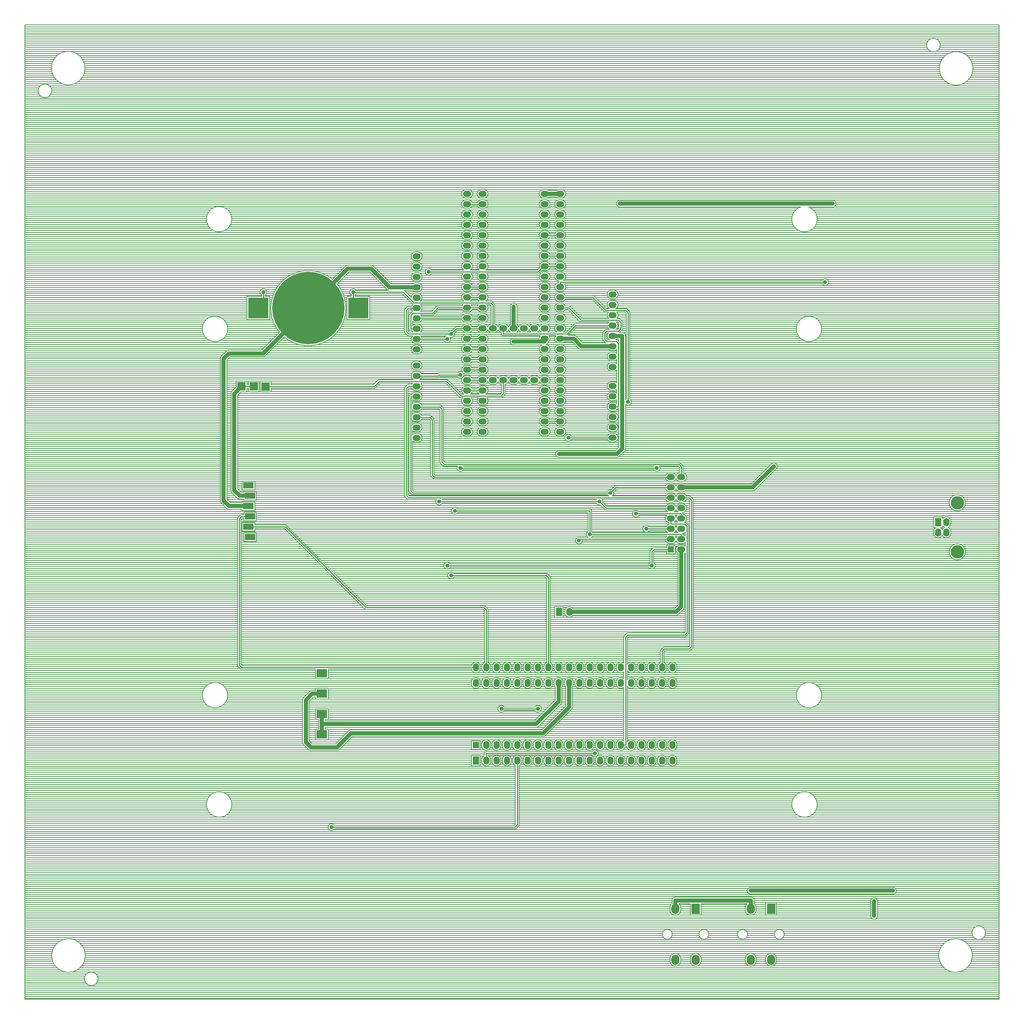
<source format=gbr>
G04 DipTrace 3.0.0.2*
G04 Top.gbr*
%MOIN*%
G04 #@! TF.FileFunction,Copper,L1,Top*
G04 #@! TF.Part,Single*
G04 #@! TA.AperFunction,Conductor*
%ADD10C,0.009843*%
%ADD13C,0.03937*%
G04 #@! TA.AperFunction,CopperBalancing*
%ADD14C,0.007874*%
G04 #@! TA.AperFunction,ComponentPad*
%ADD16O,0.059055X0.07874*%
%ADD17R,0.059055X0.07874*%
%ADD18R,0.059055X0.059055*%
%ADD19O,0.059055X0.07874*%
%ADD20R,0.098425X0.07874*%
%ADD22O,0.07874X0.059055*%
%ADD23R,0.07874X0.07874*%
G04 #@! TA.AperFunction,ComponentPad*
%ADD24R,0.07874X0.098425*%
%ADD25O,0.07874X0.098425*%
%ADD26O,0.07874X0.059055*%
%ADD27C,0.7*%
%ADD28R,0.19685X0.2*%
G04 #@! TA.AperFunction,ComponentPad*
%ADD29R,0.098425X0.059055*%
%ADD30R,0.062992X0.07874*%
%ADD31O,0.062992X0.07874*%
%ADD32C,0.129921*%
G04 #@! TA.AperFunction,ViaPad*
%ADD33C,0.04*%
%FSLAX26Y26*%
G04*
G70*
G90*
G75*
G01*
G04 Top*
%LPD*%
X5568504Y3466142D2*
D13*
Y3287253D1*
X5349951Y3068701D1*
X3280413D1*
Y3165600D1*
X6090551Y6821259D2*
X6183071D1*
Y5729870D1*
X6131890Y5678689D1*
X5571654D1*
X8617366Y1356791D2*
Y1214945D1*
X6161417Y8098425D2*
X8216220D1*
X3280413Y3165600D2*
Y2968749D1*
X2504576Y6331791D2*
X2433709Y6260924D1*
Y5327591D1*
X2484891Y5276408D1*
X2586614D1*
X5583858Y8193701D2*
X5433858Y8194094D1*
X2623325Y6331791D2*
D10*
X2504576D1*
X5033858Y6394094D2*
Y6262008D1*
X5012205Y6240354D1*
X4626252D1*
X4485551Y6381055D1*
X3836559D1*
X3786705Y6331201D1*
X2737450D1*
X6090551Y6921260D2*
X5733469D1*
X5652563Y6840354D1*
X5033858D1*
Y6894094D1*
X4196802Y7290009D2*
D13*
X3937306D1*
X3756917Y7470398D1*
X5671654Y4152756D2*
X6702364D1*
X6753543Y4203936D1*
Y4755660D1*
Y5355660D2*
X7443699D1*
X7648346Y5560307D1*
X7425197Y1283465D2*
Y1364173D1*
X6696850D1*
Y1283465D1*
X6090551Y6721260D2*
X5787311D1*
X5714870Y6793701D1*
X5583858D1*
X5133858Y6894094D2*
Y7103626D1*
X7425197Y1458335D2*
X8799740D1*
X3149606Y7088583D2*
X2711777Y6650753D1*
X2382528D1*
X2331346Y6599572D1*
Y5227579D1*
X2382528Y5176398D1*
X2570866D1*
X3756917Y7470398D2*
X3531421D1*
X3149606Y7088583D1*
X5433858Y6794094D2*
Y6765067D1*
X5133858D1*
X5668504Y3466142D2*
Y3231004D1*
X5418701Y2981201D1*
X3562451D1*
X3424950Y2843701D1*
X3174950D1*
X3124950Y2893701D1*
Y3299950D1*
X3187450Y3362450D1*
X3280413D1*
X6168504Y2866142D2*
D10*
X6215157D1*
Y3909724D1*
X6236812Y3931379D1*
X6787993D1*
X6809646Y3953031D1*
Y4980268D1*
X6787992Y5001921D1*
X6653543D1*
Y5055660D1*
X6315157Y5101921D2*
X6753543D1*
Y5055660D1*
X5583858Y7793701D2*
X5433858Y7794094D1*
X4196457Y6234794D2*
X4140354D1*
Y5323575D1*
X4162008Y5301921D1*
X6068898D1*
X6122636Y5355660D1*
X6653543D1*
X4413634Y5218925D2*
X5963346D1*
X6026613Y5155659D1*
X6653543D1*
X6090551Y6136220D2*
X6146654D1*
Y6745866D1*
X6125000Y6767520D1*
X6034449D1*
X6012795Y6789173D1*
Y6845866D1*
X6034449Y6867520D1*
X6146654D1*
X6168307Y6889173D1*
Y6952012D1*
X6146654Y6973665D1*
X5786352D1*
X5666316Y7093701D1*
X5583858D1*
X6653543Y4955660D2*
X6415157Y4955661D1*
X5433858Y7494094D2*
Y7504724D1*
X5369488Y7440354D1*
X4312516D1*
X5583858Y7493701D2*
X5433858Y7494094D1*
X5764799Y4842583D2*
X5777875Y4855659D1*
X6653543D1*
X5583858Y7193701D2*
X5896827D1*
X6023004Y7067524D1*
X6217835D1*
X6239488Y7045870D1*
Y6182480D1*
X4196457Y6134793D2*
X4418354D1*
X4440009Y6113138D1*
Y5601248D1*
X4461663Y5579594D1*
X6731890D1*
X6753543Y5557941D1*
Y5455659D1*
X6568898Y3615748D2*
Y3773986D1*
X6590552Y3795640D1*
X6831301D1*
X6852953Y3817293D1*
Y5234004D1*
X6831298Y5255659D1*
X6753543D1*
X4619874Y6444531D2*
X4413555D1*
X4403818Y6434794D1*
X4196457D1*
X4619874Y5542862D2*
X6516854D1*
X4833858Y7094094D2*
Y7092126D1*
X4684252D1*
X4401575D1*
X4349803Y7040354D1*
X4162350D1*
X4140697Y7018701D1*
Y6890009D1*
X4196802D1*
X4684252Y7093701D2*
Y7092126D1*
X5868898Y4901921D2*
X6753543D1*
Y4855659D1*
X4565669Y5130421D2*
X5868898D1*
Y4901921D1*
X4492205Y4600929D2*
X6468898D1*
X4684252Y7193701D2*
Y7192126D1*
X4833858D1*
Y7194094D1*
X4492205Y6790008D2*
X4196802D1*
X6468898Y4600929D2*
Y4734004D1*
X6490554Y4755660D1*
X6653543D1*
X4196457Y6034794D2*
X4324429D1*
X4346084Y6013139D1*
Y5477315D1*
X4367740Y5455659D1*
X6653543D1*
X4196457Y6334795D2*
X4118701D1*
X4097047Y6313142D1*
Y5277315D1*
X4118703Y5255659D1*
X6653543D1*
X4684252Y8093701D2*
X4833858Y8094094D1*
X4684252Y7293701D2*
X4833858Y7294094D1*
X4684252Y6793701D2*
Y6796063D1*
X4833858D1*
Y6794094D1*
X4684252Y6693701D2*
X4833858Y6694094D1*
X4684252Y6593701D2*
Y6591732D1*
X4833858D1*
Y6594094D1*
X4684252Y6493701D2*
X4833858Y6494094D1*
X4684252Y6393701D2*
X4833858Y6394094D1*
X4684252Y6293701D2*
Y6295276D1*
X4833858D1*
Y6294094D1*
X5583858Y5993701D2*
Y5996850D1*
X5433858D1*
Y5994094D1*
X4833858Y6994094D2*
X4684252D1*
X4196802D1*
Y6990008D1*
X4684252Y6994094D2*
Y6993701D1*
X5368504Y3216732D2*
X5015157D1*
X4868898Y3615748D2*
Y4173531D1*
X4847244Y4195186D1*
X3706697D1*
X2925507Y4976377D1*
X2570866D1*
X4768898Y3615748D2*
X2504921D1*
X2483268Y3637402D1*
Y5054732D1*
X2504921Y5076386D1*
X2586614D1*
X5583858Y7593701D2*
Y7594094D1*
X5433858D1*
X4868504Y2716142D2*
Y2787323D1*
X5920000D1*
X5583858Y7293701D2*
Y7339961D1*
X8144303D1*
X5661614Y5836220D2*
X6090551D1*
X5168504Y2716142D2*
Y2094839D1*
X5146850Y2073185D1*
X3373724D1*
X5468898Y3615748D2*
Y4484157D1*
X5447244Y4505811D1*
X4528937D1*
Y6838516D2*
X4119043D1*
X4097390Y6860169D1*
Y7068354D1*
X4119045Y7090009D1*
X4196802D1*
X4684252Y6893701D2*
X4584122D1*
X4528937Y6838516D1*
X4833858Y6894094D2*
Y6888715D1*
X4684252D1*
Y6893701D1*
X4933858Y6894094D2*
Y7118701D1*
X4912205Y7140354D1*
X4170480D1*
X4067606Y7243228D1*
X3583071D1*
X2715748D2*
Y7089764D1*
X2665748D1*
X3583071Y7243228D2*
Y7089764D1*
X3633071D1*
D33*
X5571654Y5678689D3*
X8617366Y1214945D3*
Y1356791D3*
X8216220Y8098425D3*
X6161417D3*
X7648346Y5560307D3*
X3756917Y7470398D3*
X5133858Y7103626D3*
Y6765067D3*
X8799740Y1458335D3*
X7425197D3*
X6315157Y5101921D3*
X6068898Y5301921D3*
X4413634Y5218925D3*
X5963346D3*
X6415157Y4955661D3*
X5764799Y4842583D3*
X4312516Y7440354D3*
X6239488Y6182480D3*
X4619874Y6444531D3*
Y5542862D3*
X6516854D3*
X5868898Y4901921D3*
X4565669Y5130421D3*
X4492205Y4600929D3*
X6468898D3*
X4492205Y6790008D3*
X5015157Y3216732D3*
X5368504D3*
X5920000Y2787323D3*
X8144303Y7339961D3*
X5661614Y5836220D3*
X3373724Y2073185D3*
X4528937Y4505811D3*
Y6838516D3*
X2715748Y7243228D3*
X3583071D3*
X410236Y9807087D2*
D14*
X9825992D1*
X410236Y9787402D2*
X9825992D1*
X410236Y9767717D2*
X9825992D1*
X410236Y9748031D2*
X9825992D1*
X410236Y9728346D2*
X9825992D1*
X410236Y9708661D2*
X9825992D1*
X410236Y9688976D2*
X9160038D1*
X9221068D2*
X9825992D1*
X410236Y9669291D2*
X9137000D1*
X9244105D2*
X9825992D1*
X410236Y9649606D2*
X9127235D1*
X9253871D2*
X9825992D1*
X410236Y9629921D2*
X9124497D1*
X9256609D2*
X9825992D1*
X410236Y9610236D2*
X9127835D1*
X9253272D2*
X9825992D1*
X410236Y9590551D2*
X9138430D1*
X9242675D2*
X9825992D1*
X410236Y9570866D2*
X9164051D1*
X9217054D2*
X9825992D1*
X410236Y9551181D2*
X753080D1*
X905676D2*
X9339403D1*
X9481264D2*
X9825992D1*
X410236Y9531496D2*
X724014D1*
X934759D2*
X9308244D1*
X9512421D2*
X9825992D1*
X410236Y9511811D2*
X704513D1*
X954259D2*
X9287776D1*
X9532891D2*
X9825992D1*
X410236Y9492126D2*
X690458D1*
X968315D2*
X9273088D1*
X9547577D2*
X9825992D1*
X410236Y9472441D2*
X680291D1*
X978465D2*
X9262446D1*
X9558220D2*
X9825992D1*
X410236Y9452756D2*
X673264D1*
X985493D2*
X9255018D1*
X9565648D2*
X9825992D1*
X410236Y9433071D2*
X668942D1*
X989815D2*
X9250343D1*
X9570323D2*
X9825992D1*
X410236Y9413386D2*
X667127D1*
X991644D2*
X9248190D1*
X9572492D2*
X9825992D1*
X410236Y9393701D2*
X667711D1*
X991045D2*
X9248436D1*
X9572230D2*
X9825992D1*
X410236Y9374016D2*
X670741D1*
X988030D2*
X9251127D1*
X9569539D2*
X9825992D1*
X410236Y9354331D2*
X676354D1*
X982417D2*
X9256371D1*
X9564295D2*
X9825992D1*
X410236Y9334646D2*
X684844D1*
X973912D2*
X9264445D1*
X9556220D2*
X9825992D1*
X410236Y9314961D2*
X696794D1*
X961979D2*
X9275857D1*
X9544810D2*
X9825992D1*
X410236Y9295276D2*
X713234D1*
X945524D2*
X9291589D1*
X9529077D2*
X9825992D1*
X410236Y9275591D2*
X736579D1*
X922193D2*
X9313735D1*
X9506932D2*
X9825992D1*
X410236Y9255906D2*
X775180D1*
X883592D2*
X9348953D1*
X9471714D2*
X9825992D1*
X410236Y9236220D2*
X558752D1*
X649587D2*
X9825992D1*
X410236Y9216535D2*
X544404D1*
X663950D2*
X9825992D1*
X410236Y9196850D2*
X538636D1*
X669718D2*
X9825992D1*
X410236Y9177165D2*
X539113D1*
X669226D2*
X9825992D1*
X410236Y9157480D2*
X546003D1*
X662350D2*
X9825992D1*
X410236Y9137795D2*
X562382D1*
X645972D2*
X9825992D1*
X410236Y9118110D2*
X9825992D1*
X410236Y9098425D2*
X9825992D1*
X410236Y9078740D2*
X9825992D1*
X410236Y9059055D2*
X9825992D1*
X410236Y9039370D2*
X9825992D1*
X410236Y9019685D2*
X9825992D1*
X410236Y9000000D2*
X9825992D1*
X410236Y8980315D2*
X9825992D1*
X410236Y8960630D2*
X9825992D1*
X410236Y8940945D2*
X9825992D1*
X410236Y8921260D2*
X9825992D1*
X410236Y8901575D2*
X9825992D1*
X410236Y8881890D2*
X9825992D1*
X410236Y8862205D2*
X9825992D1*
X410236Y8842520D2*
X9825992D1*
X410236Y8822835D2*
X9825992D1*
X410236Y8803150D2*
X9825992D1*
X410236Y8783465D2*
X9825992D1*
X410236Y8763780D2*
X9825992D1*
X410236Y8744094D2*
X9825992D1*
X410236Y8724409D2*
X9825992D1*
X410236Y8704724D2*
X9825992D1*
X410236Y8685039D2*
X9825992D1*
X410236Y8665354D2*
X9825992D1*
X410236Y8645669D2*
X9825992D1*
X410236Y8625984D2*
X9825992D1*
X410236Y8606299D2*
X9825992D1*
X410236Y8586614D2*
X9825992D1*
X410236Y8566929D2*
X9825992D1*
X410236Y8547244D2*
X9825992D1*
X410236Y8527559D2*
X9825992D1*
X410236Y8507874D2*
X9825992D1*
X410236Y8488189D2*
X9825992D1*
X410236Y8468504D2*
X9825992D1*
X410236Y8448819D2*
X9825992D1*
X410236Y8429134D2*
X9825992D1*
X410236Y8409449D2*
X9825992D1*
X410236Y8389764D2*
X9825992D1*
X410236Y8370079D2*
X9825992D1*
X410236Y8350394D2*
X9825992D1*
X410236Y8330709D2*
X9825992D1*
X410236Y8311024D2*
X9825992D1*
X410236Y8291339D2*
X9825992D1*
X410236Y8271654D2*
X9825992D1*
X410236Y8251969D2*
X9825992D1*
X410236Y8232283D2*
X4657930D1*
X4710579D2*
X4806600D1*
X4861123D2*
X5406593D1*
X5461117D2*
X5557537D1*
X5610185D2*
X9825992D1*
X410236Y8212598D2*
X4636508D1*
X4732003D2*
X4785915D1*
X4881808D2*
X5385908D1*
X5631609D2*
X9825992D1*
X410236Y8192913D2*
X4631971D1*
X4736524D2*
X4781593D1*
X4886130D2*
X5381587D1*
X5636130D2*
X9825992D1*
X410236Y8173228D2*
X4637354D1*
X4731156D2*
X4787176D1*
X4880531D2*
X5387185D1*
X5630762D2*
X9825992D1*
X410236Y8153543D2*
X4662560D1*
X4705950D2*
X4813705D1*
X4854003D2*
X5413714D1*
X5454012D2*
X5562167D1*
X5605556D2*
X9825992D1*
X410236Y8133858D2*
X4662560D1*
X4705950D2*
X4810828D1*
X4856895D2*
X5410822D1*
X5456888D2*
X5562167D1*
X5605556D2*
X9825992D1*
X410236Y8114173D2*
X4637354D1*
X4731156D2*
X4786730D1*
X4880978D2*
X5386739D1*
X5480987D2*
X5536961D1*
X5630762D2*
X6132633D1*
X8245013D2*
X9825992D1*
X410236Y8094488D2*
X4631971D1*
X4886146D2*
X5381571D1*
X5486139D2*
X5531577D1*
X5636130D2*
X6128741D1*
X8248888D2*
X9825992D1*
X410236Y8074803D2*
X4636508D1*
X4732003D2*
X4786314D1*
X4881408D2*
X5386308D1*
X5481403D2*
X5536114D1*
X5631609D2*
X6138861D1*
X8238785D2*
X9825992D1*
X410236Y8055118D2*
X2226383D1*
X2348420D2*
X4657930D1*
X4710579D2*
X4808537D1*
X4859186D2*
X5408530D1*
X5459180D2*
X5557537D1*
X5610185D2*
X7883864D1*
X8005900D2*
X9825992D1*
X410236Y8035433D2*
X2200438D1*
X2374365D2*
X4818118D1*
X4849605D2*
X5418112D1*
X5449598D2*
X7857919D1*
X8031845D2*
X9825992D1*
X410236Y8015748D2*
X2184398D1*
X2390406D2*
X4638277D1*
X4730218D2*
X4787652D1*
X4880071D2*
X5387646D1*
X5480064D2*
X5537883D1*
X5629824D2*
X7841878D1*
X8047886D2*
X9825992D1*
X410236Y7996063D2*
X2173941D1*
X2400862D2*
X4632033D1*
X4736462D2*
X4781623D1*
X4886098D2*
X5381618D1*
X5486093D2*
X5531639D1*
X5636068D2*
X7831421D1*
X8058343D2*
X9825992D1*
X410236Y7976378D2*
X2167589D1*
X2407214D2*
X4635739D1*
X4732756D2*
X4785530D1*
X4882193D2*
X5385524D1*
X5482186D2*
X5535345D1*
X5632362D2*
X7825070D1*
X8064694D2*
X9825992D1*
X410236Y7956693D2*
X2164682D1*
X2410121D2*
X4654501D1*
X4713993D2*
X4804892D1*
X4862815D2*
X5404902D1*
X5462824D2*
X5554108D1*
X5613600D2*
X7822163D1*
X8067601D2*
X9825992D1*
X410236Y7937008D2*
X2165005D1*
X2409798D2*
X7822486D1*
X8067278D2*
X9825992D1*
X410236Y7917323D2*
X2168558D1*
X2406245D2*
X4639307D1*
X4729188D2*
X4788652D1*
X4879071D2*
X5388646D1*
X5479064D2*
X5538913D1*
X5628794D2*
X7826038D1*
X8063726D2*
X9825992D1*
X410236Y7897638D2*
X2175678D1*
X2399125D2*
X4632156D1*
X4736354D2*
X4781731D1*
X4885991D2*
X5381726D1*
X5485986D2*
X5531762D1*
X5635961D2*
X7833159D1*
X8056605D2*
X9825992D1*
X410236Y7877953D2*
X2187089D1*
X2387714D2*
X4635063D1*
X4733448D2*
X4784823D1*
X4882885D2*
X5384832D1*
X5482894D2*
X5534669D1*
X5633054D2*
X7844570D1*
X8045194D2*
X9825992D1*
X410236Y7858268D2*
X2204591D1*
X2370213D2*
X4651718D1*
X4716777D2*
X4801986D1*
X4865738D2*
X5401979D1*
X5465731D2*
X5551324D1*
X5616383D2*
X7862071D1*
X8027693D2*
X9825992D1*
X410236Y7838583D2*
X2233933D1*
X2340870D2*
X7891413D1*
X7998350D2*
X9825992D1*
X410236Y7818898D2*
X4640461D1*
X4728050D2*
X4789759D1*
X4877948D2*
X5389769D1*
X5477958D2*
X5540067D1*
X5627656D2*
X9825992D1*
X410236Y7799213D2*
X4632340D1*
X4736169D2*
X4781885D1*
X4885822D2*
X5381895D1*
X5635776D2*
X9825992D1*
X410236Y7779528D2*
X4634448D1*
X4734047D2*
X4784207D1*
X4883516D2*
X5384201D1*
X5633654D2*
X9825992D1*
X410236Y7759843D2*
X4649365D1*
X4719146D2*
X4799525D1*
X4868198D2*
X5399518D1*
X5468192D2*
X5548971D1*
X5618752D2*
X9825992D1*
X410236Y7740157D2*
X9825992D1*
X410236Y7720472D2*
X4641706D1*
X4726789D2*
X4790990D1*
X4876718D2*
X5390999D1*
X5476727D2*
X5541312D1*
X5626395D2*
X9825992D1*
X410236Y7700787D2*
X4632571D1*
X4735924D2*
X4782115D1*
X4885606D2*
X5382110D1*
X5485601D2*
X5532177D1*
X5635530D2*
X9825992D1*
X410236Y7681102D2*
X4633924D1*
X4734585D2*
X4783654D1*
X4884070D2*
X5383647D1*
X5484063D2*
X5533530D1*
X5634192D2*
X9825992D1*
X410236Y7661417D2*
X4647304D1*
X4721206D2*
X4797403D1*
X4870320D2*
X5397396D1*
X5470314D2*
X5546911D1*
X5620812D2*
X9825992D1*
X410236Y7641732D2*
X9825992D1*
X410236Y7622047D2*
X4159546D1*
X4234047D2*
X4643105D1*
X4725404D2*
X4792343D1*
X4875365D2*
X5392352D1*
X5475374D2*
X5542711D1*
X5625010D2*
X9825992D1*
X410236Y7602362D2*
X4146396D1*
X4247211D2*
X4632879D1*
X4735631D2*
X4782408D1*
X4885315D2*
X5382402D1*
X5635238D2*
X9825992D1*
X410236Y7582677D2*
X4145167D1*
X4248442D2*
X4633448D1*
X4735047D2*
X4783177D1*
X4884546D2*
X5383171D1*
X5634654D2*
X9825992D1*
X410236Y7562992D2*
X4154471D1*
X4239138D2*
X4645474D1*
X4723021D2*
X4795526D1*
X4872197D2*
X5395520D1*
X5472190D2*
X5545080D1*
X5622627D2*
X9825992D1*
X410236Y7543307D2*
X9825992D1*
X410236Y7523622D2*
X4161576D1*
X4232033D2*
X4644643D1*
X4723866D2*
X4793850D1*
X4873873D2*
X5393844D1*
X5473866D2*
X5544249D1*
X5623472D2*
X9825992D1*
X410236Y7503937D2*
X4146920D1*
X4246689D2*
X4633248D1*
X4735262D2*
X4782761D1*
X4884961D2*
X5382756D1*
X5634869D2*
X9825992D1*
X410236Y7484252D2*
X3499513D1*
X3788827D2*
X4144920D1*
X4248688D2*
X4633047D1*
X4735448D2*
X4782761D1*
X4884961D2*
X5382756D1*
X5635054D2*
X9825992D1*
X410236Y7464567D2*
X3479828D1*
X3808512D2*
X4153194D1*
X4240415D2*
X4290621D1*
X4334411D2*
X4643860D1*
X4724651D2*
X4793850D1*
X4873873D2*
X5368823D1*
X5473866D2*
X5543466D1*
X5624257D2*
X9825992D1*
X410236Y7444882D2*
X3084112D1*
X3215101D2*
X3460143D1*
X3828197D2*
X4279916D1*
X5398894D2*
X9825992D1*
X410236Y7425197D2*
X3015307D1*
X3283906D2*
X3440458D1*
X3531983D2*
X3756356D1*
X3847882D2*
X4163883D1*
X4229726D2*
X4283408D1*
X5378056D2*
X5395520D1*
X5472190D2*
X5545972D1*
X5621751D2*
X9825992D1*
X410236Y7405512D2*
X2973630D1*
X3325583D2*
X3420773D1*
X3512298D2*
X3776041D1*
X3867567D2*
X4147504D1*
X4246089D2*
X4633678D1*
X4734832D2*
X4783177D1*
X4884546D2*
X5383171D1*
X5484539D2*
X5533285D1*
X5634438D2*
X9825992D1*
X410236Y7385827D2*
X2941980D1*
X3357232D2*
X3401088D1*
X3492613D2*
X3795726D1*
X3887252D2*
X4144736D1*
X4248873D2*
X4632724D1*
X4735785D2*
X4782408D1*
X4885315D2*
X5382402D1*
X5485308D2*
X5532331D1*
X5635391D2*
X9825992D1*
X410236Y7366142D2*
X2916235D1*
X3472928D2*
X3815411D1*
X3906937D2*
X4152041D1*
X4241568D2*
X4642383D1*
X4726112D2*
X4792343D1*
X4875365D2*
X5392352D1*
X5475374D2*
X5541990D1*
X5625718D2*
X8124896D1*
X8163705D2*
X9825992D1*
X410236Y7346457D2*
X2894581D1*
X3453243D2*
X3835096D1*
X3926622D2*
X5567318D1*
X8176546D2*
X9825992D1*
X410236Y7326772D2*
X2876050D1*
X3433558D2*
X3854781D1*
X3946307D2*
X4166589D1*
X4227020D2*
X4648303D1*
X4720206D2*
X4797403D1*
X4870320D2*
X5397396D1*
X5470314D2*
X5547909D1*
X8174377D2*
X9825992D1*
X410236Y7307087D2*
X2860041D1*
X3439172D2*
X3874466D1*
X4245428D2*
X4634171D1*
X4884070D2*
X5383647D1*
X5484063D2*
X5533777D1*
X5633930D2*
X9825992D1*
X410236Y7287402D2*
X2846154D1*
X3453059D2*
X3894151D1*
X4249010D2*
X4632448D1*
X4885606D2*
X5382110D1*
X5485601D2*
X5532054D1*
X5635668D2*
X9825992D1*
X410236Y7267717D2*
X2694164D1*
X2737323D2*
X2834097D1*
X3465115D2*
X3561490D1*
X3604650D2*
X3913836D1*
X4242613D2*
X4641060D1*
X4727434D2*
X4790990D1*
X4876718D2*
X5390999D1*
X5476727D2*
X5540667D1*
X5627041D2*
X9825992D1*
X410236Y7248031D2*
X2683198D1*
X2748303D2*
X2823685D1*
X3475528D2*
X3550525D1*
X4087686D2*
X6048017D1*
X6133085D2*
X9825992D1*
X410236Y7228346D2*
X2686490D1*
X2745013D2*
X2814749D1*
X3484463D2*
X3553815D1*
X4107371D2*
X4169881D1*
X4223728D2*
X4650503D1*
X4718007D2*
X4799525D1*
X4868198D2*
X5399518D1*
X5468192D2*
X5550109D1*
X5617613D2*
X6038883D1*
X6142219D2*
X9825992D1*
X410236Y7208661D2*
X2697932D1*
X2733571D2*
X2807184D1*
X3492029D2*
X3565241D1*
X3600896D2*
X4077299D1*
X4127056D2*
X4148934D1*
X4244675D2*
X4634755D1*
X4883516D2*
X5384201D1*
X5483509D2*
X5534361D1*
X5905753D2*
X6040220D1*
X6140882D2*
X9825992D1*
X410236Y7188976D2*
X2554415D1*
X2777093D2*
X2800894D1*
X3498319D2*
X3521735D1*
X3744413D2*
X4096984D1*
X4249072D2*
X4632232D1*
X4885822D2*
X5381895D1*
X5485832D2*
X5531839D1*
X5926423D2*
X6053600D1*
X6127503D2*
X9825992D1*
X410236Y7169291D2*
X2554415D1*
X2777093D2*
X2795803D1*
X3503409D2*
X3521735D1*
X3744413D2*
X4116669D1*
X4243567D2*
X4639877D1*
X4728634D2*
X4789759D1*
X4877948D2*
X5389769D1*
X5477958D2*
X5539483D1*
X5628240D2*
X5896366D1*
X5946108D2*
X9825992D1*
X410236Y7149606D2*
X2554415D1*
X2777093D2*
X2791866D1*
X3507346D2*
X3521735D1*
X3744413D2*
X4136354D1*
X4927837D2*
X5916051D1*
X5965793D2*
X6049402D1*
X6131701D2*
X9825992D1*
X410236Y7129921D2*
X2554415D1*
X2777093D2*
X2789067D1*
X3510146D2*
X3521735D1*
X3744413D2*
X4156039D1*
X4947461D2*
X5114609D1*
X5153108D2*
X5401979D1*
X5465731D2*
X5552663D1*
X5615060D2*
X5935736D1*
X5985478D2*
X6039175D1*
X6141928D2*
X9825992D1*
X410236Y7110236D2*
X2554415D1*
X2777093D2*
X2787345D1*
X3511867D2*
X3521735D1*
X3744413D2*
X4149765D1*
X4243844D2*
X4635386D1*
X4733109D2*
X4784823D1*
X4882885D2*
X4916035D1*
X4951675D2*
X5101629D1*
X5166088D2*
X5384832D1*
X5482894D2*
X5534992D1*
X5671194D2*
X5955421D1*
X6005163D2*
X6039759D1*
X6141344D2*
X9825992D1*
X410236Y7090551D2*
X2554415D1*
X2777093D2*
X2786698D1*
X3512514D2*
X3521735D1*
X3744413D2*
X4094709D1*
X4249088D2*
X4375127D1*
X4885991D2*
X4916035D1*
X4951675D2*
X5101274D1*
X5166442D2*
X5381726D1*
X5485986D2*
X5531701D1*
X5694339D2*
X5975106D1*
X6024848D2*
X6051786D1*
X6129316D2*
X9825992D1*
X410236Y7070866D2*
X2554415D1*
X2777093D2*
X2787130D1*
X3512083D2*
X3521735D1*
X3744413D2*
X4079760D1*
X4124780D2*
X4149180D1*
X4244428D2*
X4355442D1*
X4405199D2*
X4638785D1*
X4729726D2*
X4788652D1*
X4879071D2*
X4916035D1*
X4951675D2*
X5101274D1*
X5166442D2*
X5388646D1*
X5479064D2*
X5538391D1*
X5629332D2*
X5664266D1*
X5714024D2*
X5994791D1*
X6239369D2*
X9825992D1*
X410236Y7051181D2*
X2554415D1*
X2777093D2*
X2788636D1*
X3510576D2*
X3521735D1*
X3744413D2*
X4079575D1*
X4115214D2*
X4148303D1*
X4385514D2*
X4916035D1*
X4951675D2*
X5101274D1*
X5166442D2*
X5683951D1*
X5733709D2*
X6017413D1*
X6256454D2*
X9825992D1*
X410236Y7031496D2*
X2554415D1*
X2777093D2*
X2791220D1*
X3507992D2*
X3521735D1*
X3744413D2*
X4079575D1*
X4115214D2*
X4128618D1*
X4365829D2*
X4656117D1*
X4712394D2*
X4804892D1*
X4862815D2*
X4916035D1*
X4951675D2*
X5101274D1*
X5166442D2*
X5404902D1*
X5462824D2*
X5555723D1*
X5612000D2*
X5703636D1*
X5753394D2*
X6039543D1*
X6141559D2*
X6221661D1*
X6257316D2*
X9825992D1*
X410236Y7011811D2*
X2554415D1*
X2777093D2*
X2794927D1*
X3504286D2*
X3521735D1*
X3744413D2*
X4079575D1*
X4115214D2*
X4122882D1*
X4242921D2*
X4636108D1*
X4732387D2*
X4785530D1*
X4882193D2*
X4916035D1*
X4951675D2*
X5101274D1*
X5166442D2*
X5385524D1*
X5482186D2*
X5535714D1*
X5631993D2*
X5723322D1*
X5773079D2*
X6039360D1*
X6141743D2*
X6221661D1*
X6257316D2*
X9825992D1*
X410236Y6992126D2*
X2183537D1*
X2312434D2*
X2554415D1*
X2777093D2*
X2799770D1*
X3499442D2*
X3521735D1*
X3744413D2*
X4079575D1*
X4115214D2*
X4122882D1*
X4886098D2*
X4916035D1*
X4951675D2*
X5101274D1*
X5166442D2*
X5381618D1*
X5486093D2*
X5531609D1*
X5636114D2*
X5743007D1*
X5792764D2*
X6050155D1*
X6130948D2*
X6221661D1*
X6257316D2*
X7923694D1*
X8052592D2*
X9825992D1*
X410236Y6972441D2*
X2159038D1*
X2336917D2*
X2805831D1*
X3493382D2*
X4079575D1*
X4115214D2*
X4122882D1*
X4245197D2*
X4637801D1*
X4730694D2*
X4787652D1*
X4880071D2*
X4916035D1*
X4951675D2*
X5101274D1*
X5166442D2*
X5387646D1*
X5480064D2*
X5537407D1*
X5630301D2*
X5762692D1*
X6172762D2*
X6221661D1*
X6257316D2*
X7899196D1*
X8077075D2*
X9825992D1*
X410236Y6952756D2*
X2143690D1*
X2352281D2*
X2813135D1*
X3486077D2*
X4079575D1*
X4115214D2*
X4122882D1*
X4158521D2*
X4167543D1*
X4226066D2*
X4665974D1*
X4702535D2*
X4818118D1*
X4849605D2*
X4916035D1*
X4951675D2*
X5101274D1*
X5166442D2*
X5418112D1*
X5449598D2*
X5565580D1*
X5602142D2*
X6052663D1*
X6128440D2*
X6142690D1*
X6186112D2*
X6221661D1*
X6257316D2*
X7883848D1*
X8092438D2*
X9825992D1*
X410236Y6933071D2*
X2133694D1*
X2362277D2*
X2821778D1*
X3477434D2*
X4079575D1*
X4115214D2*
X4122882D1*
X4158521D2*
X4660022D1*
X4708488D2*
X4808537D1*
X4859186D2*
X4908530D1*
X4959180D2*
X5008539D1*
X5059173D2*
X5101274D1*
X5166442D2*
X5208543D1*
X5259177D2*
X5308537D1*
X5359186D2*
X5408530D1*
X5459180D2*
X5559629D1*
X5608094D2*
X5720400D1*
X6141127D2*
X6150487D1*
X6186127D2*
X6221661D1*
X6257316D2*
X7873852D1*
X8102419D2*
X9825992D1*
X410236Y6913386D2*
X2127711D1*
X2368244D2*
X2831898D1*
X3467315D2*
X4079575D1*
X4115214D2*
X4122882D1*
X4241906D2*
X4636908D1*
X4731587D2*
X4786314D1*
X4881408D2*
X4886308D1*
X4981403D2*
X4986322D1*
X5081412D2*
X5086311D1*
X5181406D2*
X5186304D1*
X5281399D2*
X5286310D1*
X5381408D2*
X5386308D1*
X5481403D2*
X5536514D1*
X5631193D2*
X5700715D1*
X6142081D2*
X6150487D1*
X6186127D2*
X6221661D1*
X6257316D2*
X7867869D1*
X8108402D2*
X9825992D1*
X410236Y6893701D2*
X2125159D1*
X2370812D2*
X2843601D1*
X3455612D2*
X4079575D1*
X4115214D2*
X4122882D1*
X4248919D2*
X4559244D1*
X5486139D2*
X5531577D1*
X5636146D2*
X5681030D1*
X5730787D2*
X6048694D1*
X6132408D2*
X6147950D1*
X6186127D2*
X6221661D1*
X6257316D2*
X7865316D1*
X8110970D2*
X9825992D1*
X410236Y6874016D2*
X2125804D1*
X2370167D2*
X2857104D1*
X3442109D2*
X4079575D1*
X4115214D2*
X4134047D1*
X4245890D2*
X4539559D1*
X4589316D2*
X4636908D1*
X4880978D2*
X4886739D1*
X4980987D2*
X4986732D1*
X5080980D2*
X5086727D1*
X5180990D2*
X5186736D1*
X5280984D2*
X5286730D1*
X5380978D2*
X5386739D1*
X5480987D2*
X5536514D1*
X5631193D2*
X5661345D1*
X5711102D2*
X6016060D1*
X6178022D2*
X6221661D1*
X6257316D2*
X7865962D1*
X8110324D2*
X9825992D1*
X410236Y6854331D2*
X2129710D1*
X2366260D2*
X2869592D1*
X3426546D2*
X4080605D1*
X4569631D2*
X4660022D1*
X4708488D2*
X4810828D1*
X4856895D2*
X4910822D1*
X4956888D2*
X5010832D1*
X5691417D2*
X5997220D1*
X6158214D2*
X6221661D1*
X6257316D2*
X7869853D1*
X8106417D2*
X9825992D1*
X410236Y6834646D2*
X2137199D1*
X2358755D2*
X2849907D1*
X3408568D2*
X4098030D1*
X4561619D2*
X4665974D1*
X4702535D2*
X4813705D1*
X4854003D2*
X5017029D1*
X5671732D2*
X5994975D1*
X6030615D2*
X6040482D1*
X6212702D2*
X6221661D1*
X6257316D2*
X7877357D1*
X8098912D2*
X9825992D1*
X410236Y6814961D2*
X2149134D1*
X2346822D2*
X2830222D1*
X3387606D2*
X4152825D1*
X4240783D2*
X4471185D1*
X4551576D2*
X4637801D1*
X4730694D2*
X4787176D1*
X4880531D2*
X5387185D1*
X5480541D2*
X5537407D1*
X5739369D2*
X5994975D1*
X6030615D2*
X6038744D1*
X6215655D2*
X6221661D1*
X6257316D2*
X7889291D1*
X8086979D2*
X9825992D1*
X410236Y6795276D2*
X2167450D1*
X2328505D2*
X2810537D1*
X2902062D2*
X2936444D1*
X3362769D2*
X4144858D1*
X4524678D2*
X4632003D1*
X4886130D2*
X5122144D1*
X5486123D2*
X5531609D1*
X5759054D2*
X5994975D1*
X6031568D2*
X6047371D1*
X6215655D2*
X6221661D1*
X6257316D2*
X7907608D1*
X8068663D2*
X9825992D1*
X410236Y6775591D2*
X2198962D1*
X2297009D2*
X2790852D1*
X2882377D2*
X2966694D1*
X3332518D2*
X4147089D1*
X4521696D2*
X4636108D1*
X4732387D2*
X4785915D1*
X4881808D2*
X5102720D1*
X5481802D2*
X5535714D1*
X5778739D2*
X6001496D1*
X6141804D2*
X6150487D1*
X6215655D2*
X6221661D1*
X6257316D2*
X7939119D1*
X8037167D2*
X9825992D1*
X410236Y6755906D2*
X2771167D1*
X2862692D2*
X3005772D1*
X3293441D2*
X4162252D1*
X4231356D2*
X4656117D1*
X4712394D2*
X4806600D1*
X4861123D2*
X5102274D1*
X5465101D2*
X5555723D1*
X5612000D2*
X5706913D1*
X5798424D2*
X6021181D1*
X6215655D2*
X6221661D1*
X6257316D2*
X9825992D1*
X410236Y6736220D2*
X2751482D1*
X2843007D2*
X3065303D1*
X3233909D2*
X5118930D1*
X5448030D2*
X5726598D1*
X6215655D2*
X6221661D1*
X6257316D2*
X9825992D1*
X410236Y6716535D2*
X2731797D1*
X2823322D2*
X4154055D1*
X4239552D2*
X4638785D1*
X4729726D2*
X4788144D1*
X4879579D2*
X5388138D1*
X5479572D2*
X5538391D1*
X5629332D2*
X5746283D1*
X6215655D2*
X6221661D1*
X6257316D2*
X9825992D1*
X410236Y6696850D2*
X2712112D1*
X2803636D2*
X4145089D1*
X4248518D2*
X4632094D1*
X4886052D2*
X5381664D1*
X5486047D2*
X5531701D1*
X5636022D2*
X5766152D1*
X6215655D2*
X6221661D1*
X6257316D2*
X9825992D1*
X410236Y6677165D2*
X2364039D1*
X2783951D2*
X4146550D1*
X4247058D2*
X4635386D1*
X4882546D2*
X5385171D1*
X5482541D2*
X5534992D1*
X5632715D2*
X6128833D1*
X6215655D2*
X6221661D1*
X6257316D2*
X9825992D1*
X410236Y6657480D2*
X2343493D1*
X2764266D2*
X4160161D1*
X4233448D2*
X4653056D1*
X4715454D2*
X4803370D1*
X4864353D2*
X5403364D1*
X5464346D2*
X5552663D1*
X5615060D2*
X6059352D1*
X6121751D2*
X6128833D1*
X6215655D2*
X6221661D1*
X6257316D2*
X9825992D1*
X410236Y6637795D2*
X2323808D1*
X2744581D2*
X6041697D1*
X6215655D2*
X6221661D1*
X6257316D2*
X9825992D1*
X410236Y6618110D2*
X2304723D1*
X2395634D2*
X4639877D1*
X4728634D2*
X4789190D1*
X4878517D2*
X5389199D1*
X5478526D2*
X5539483D1*
X5628240D2*
X6038391D1*
X6215655D2*
X6221661D1*
X6257316D2*
X9825992D1*
X410236Y6598425D2*
X2298756D1*
X2375949D2*
X4632232D1*
X4885915D2*
X5381802D1*
X5485908D2*
X5531839D1*
X5635869D2*
X6045080D1*
X6215655D2*
X6221661D1*
X6257316D2*
X9825992D1*
X410236Y6578740D2*
X2298756D1*
X2363938D2*
X4634755D1*
X4883207D2*
X5384509D1*
X5483202D2*
X5534361D1*
X5633361D2*
X6128833D1*
X6215655D2*
X6221661D1*
X6257316D2*
X9825992D1*
X410236Y6559055D2*
X2298756D1*
X2363938D2*
X4151963D1*
X4240953D2*
X4650503D1*
X4718007D2*
X4800709D1*
X4867013D2*
X5400703D1*
X5467008D2*
X5550109D1*
X5617613D2*
X6062412D1*
X6118690D2*
X6128833D1*
X6215655D2*
X6221661D1*
X6257316D2*
X9825992D1*
X410236Y6539370D2*
X2298756D1*
X2363938D2*
X4144428D1*
X4248488D2*
X6042404D1*
X6215655D2*
X6221661D1*
X6257316D2*
X9825992D1*
X410236Y6519685D2*
X2298756D1*
X2363938D2*
X4147012D1*
X4245904D2*
X4641060D1*
X4727434D2*
X4790360D1*
X4877348D2*
X5390369D1*
X5477357D2*
X5540667D1*
X5627041D2*
X6038298D1*
X6215655D2*
X6221661D1*
X6257316D2*
X9825992D1*
X410236Y6500000D2*
X2298756D1*
X2363938D2*
X4162929D1*
X4229987D2*
X4632448D1*
X4885714D2*
X5382003D1*
X5485723D2*
X5532054D1*
X5635668D2*
X6044096D1*
X6215655D2*
X6221661D1*
X6257316D2*
X9825992D1*
X410236Y6480315D2*
X2298756D1*
X2363938D2*
X4634171D1*
X4883793D2*
X5383924D1*
X5483802D2*
X5533777D1*
X5633930D2*
X6072270D1*
X6108832D2*
X6128833D1*
X6215655D2*
X6221661D1*
X6257316D2*
X9825992D1*
X410236Y6460630D2*
X2298756D1*
X2363938D2*
X4153148D1*
X4239753D2*
X4407193D1*
X4720206D2*
X4798433D1*
X4869290D2*
X5398427D1*
X5469283D2*
X5547909D1*
X5619812D2*
X6128833D1*
X6215655D2*
X6221661D1*
X6257316D2*
X9825992D1*
X410236Y6440945D2*
X2298756D1*
X2363938D2*
X4144629D1*
X4652585D2*
X6128833D1*
X6215655D2*
X6221661D1*
X6257316D2*
X9825992D1*
X410236Y6421260D2*
X2298756D1*
X2363938D2*
X4146428D1*
X4414950D2*
X4596938D1*
X4726112D2*
X4791651D1*
X4876072D2*
X4891644D1*
X4976066D2*
X4991654D1*
X5076059D2*
X5091648D1*
X5176068D2*
X5191657D1*
X5276063D2*
X5291651D1*
X5376072D2*
X5391644D1*
X5476066D2*
X5541990D1*
X5625718D2*
X6128833D1*
X6215655D2*
X6221661D1*
X6257316D2*
X9825992D1*
X410236Y6401575D2*
X2298756D1*
X2363938D2*
X4160699D1*
X4232218D2*
X4632724D1*
X5485462D2*
X5532331D1*
X5635391D2*
X6128833D1*
X6215655D2*
X6221661D1*
X6257316D2*
X9825992D1*
X410236Y6381890D2*
X2298756D1*
X2363938D2*
X2452299D1*
X2556866D2*
X2571039D1*
X2675608D2*
X2685167D1*
X2789735D2*
X3812520D1*
X4509592D2*
X4633678D1*
X5484308D2*
X5533285D1*
X5634438D2*
X6128833D1*
X6215655D2*
X6221661D1*
X6257316D2*
X9825992D1*
X410236Y6362205D2*
X2298756D1*
X2363938D2*
X2452299D1*
X2556866D2*
X2571039D1*
X2675608D2*
X2685167D1*
X2789735D2*
X3792835D1*
X3842592D2*
X4154455D1*
X4238446D2*
X4479520D1*
X4529277D2*
X4646366D1*
X4722144D2*
X4796433D1*
X4871289D2*
X4896428D1*
X4971283D2*
X4996437D1*
X5071293D2*
X5096430D1*
X5171286D2*
X5196424D1*
X5271280D2*
X5296433D1*
X5371289D2*
X5396428D1*
X5471283D2*
X5545972D1*
X5621751D2*
X6047371D1*
X6215655D2*
X6221661D1*
X6257316D2*
X9825992D1*
X410236Y6342520D2*
X2298756D1*
X2363938D2*
X2452299D1*
X2675608D2*
X2685167D1*
X3822907D2*
X4101551D1*
X4248012D2*
X4499205D1*
X4548962D2*
X5016029D1*
X5051684D2*
X6038744D1*
X6215655D2*
X6221661D1*
X6257316D2*
X9825992D1*
X410236Y6322835D2*
X2298756D1*
X2363938D2*
X2449869D1*
X2675608D2*
X2685167D1*
X3803222D2*
X4082251D1*
X4246982D2*
X4518890D1*
X4568647D2*
X4643860D1*
X4724651D2*
X4793081D1*
X4874642D2*
X5016029D1*
X5051684D2*
X5393075D1*
X5474635D2*
X5543466D1*
X5624257D2*
X6040482D1*
X6215655D2*
X6221661D1*
X6257316D2*
X9825992D1*
X410236Y6303150D2*
X2298756D1*
X2363938D2*
X2430184D1*
X2556866D2*
X2571039D1*
X2675608D2*
X2685167D1*
X2789735D2*
X4079222D1*
X4114877D2*
X4158745D1*
X4234171D2*
X4538575D1*
X4588332D2*
X4633047D1*
X4885146D2*
X5016029D1*
X5051684D2*
X5382571D1*
X5485139D2*
X5532654D1*
X5635054D2*
X6054600D1*
X6215655D2*
X6221661D1*
X6257316D2*
X9825992D1*
X410236Y6283465D2*
X2298756D1*
X2363938D2*
X2410499D1*
X2556866D2*
X2571039D1*
X2675608D2*
X2685167D1*
X2789735D2*
X4079222D1*
X4114877D2*
X4558260D1*
X4608017D2*
X4633248D1*
X4884761D2*
X5016029D1*
X5051684D2*
X5382955D1*
X5484755D2*
X5532854D1*
X5634869D2*
X6128833D1*
X6215655D2*
X6221661D1*
X6257316D2*
X9825992D1*
X410236Y6263780D2*
X2298756D1*
X2363938D2*
X2401256D1*
X2482325D2*
X4079222D1*
X4114877D2*
X4155916D1*
X4237000D2*
X4577945D1*
X4627702D2*
X4644643D1*
X4723866D2*
X4794665D1*
X4873058D2*
X5010755D1*
X5051684D2*
X5394659D1*
X5473051D2*
X5544249D1*
X5623472D2*
X6048694D1*
X6215655D2*
X6221661D1*
X6257316D2*
X9825992D1*
X410236Y6244094D2*
X2298756D1*
X2363938D2*
X2401118D1*
X2466301D2*
X4079222D1*
X4114877D2*
X4125297D1*
X4247689D2*
X4597630D1*
X5040827D2*
X6039021D1*
X6215655D2*
X6221661D1*
X6257316D2*
X9825992D1*
X410236Y6224409D2*
X2298756D1*
X2363938D2*
X2401118D1*
X2466301D2*
X4079222D1*
X4114877D2*
X4122529D1*
X4247427D2*
X4619469D1*
X5018988D2*
X5394659D1*
X5473051D2*
X5545080D1*
X5622627D2*
X6039975D1*
X6215655D2*
X6221661D1*
X6257316D2*
X9825992D1*
X410236Y6204724D2*
X2298756D1*
X2363938D2*
X2401118D1*
X2466301D2*
X4079222D1*
X4114877D2*
X4122529D1*
X4235908D2*
X4633448D1*
X4735047D2*
X4782962D1*
X4884761D2*
X5382955D1*
X5484755D2*
X5533054D1*
X5634654D2*
X6052663D1*
X6263451D2*
X9825992D1*
X410236Y6185039D2*
X2298756D1*
X2363938D2*
X2401118D1*
X2466301D2*
X4079222D1*
X4114877D2*
X4122529D1*
X4158184D2*
X4632879D1*
X4735631D2*
X4782577D1*
X4885146D2*
X5382571D1*
X5485139D2*
X5532486D1*
X5635238D2*
X6128833D1*
X6272295D2*
X9825992D1*
X410236Y6165354D2*
X2298756D1*
X2363938D2*
X2401118D1*
X2466301D2*
X4079222D1*
X4114877D2*
X4122529D1*
X4235386D2*
X4643105D1*
X4725404D2*
X4793081D1*
X4874642D2*
X5393075D1*
X5474635D2*
X5542711D1*
X5625010D2*
X6050155D1*
X6267450D2*
X9825992D1*
X410236Y6145669D2*
X2298756D1*
X2363938D2*
X2401118D1*
X2466301D2*
X4079222D1*
X4114877D2*
X4122529D1*
X4432358D2*
X6039360D1*
X6215655D2*
X9825992D1*
X410236Y6125984D2*
X2298756D1*
X2363938D2*
X2401118D1*
X2466301D2*
X4079222D1*
X4114877D2*
X4122529D1*
X4452043D2*
X4647304D1*
X4721206D2*
X4796433D1*
X4871289D2*
X5396428D1*
X5471283D2*
X5546911D1*
X5620812D2*
X6039543D1*
X6215655D2*
X9825992D1*
X410236Y6106299D2*
X2298756D1*
X2363938D2*
X2401118D1*
X2466301D2*
X4079222D1*
X4114877D2*
X4122529D1*
X4237476D2*
X4421972D1*
X4457827D2*
X4633924D1*
X4734585D2*
X4783408D1*
X4884315D2*
X5383402D1*
X5484308D2*
X5533530D1*
X5634192D2*
X6050940D1*
X6130163D2*
X6150487D1*
X6215655D2*
X9825992D1*
X410236Y6086614D2*
X2298756D1*
X2363938D2*
X2401118D1*
X2466301D2*
X4079222D1*
X4114877D2*
X4122529D1*
X4158184D2*
X4422188D1*
X4457827D2*
X4632571D1*
X4735924D2*
X4782255D1*
X4885469D2*
X5382248D1*
X5485462D2*
X5532177D1*
X5635530D2*
X6150487D1*
X6215655D2*
X9825992D1*
X410236Y6066929D2*
X2298756D1*
X2363938D2*
X2401118D1*
X2466301D2*
X4079222D1*
X4114877D2*
X4122529D1*
X4233587D2*
X4422188D1*
X4457827D2*
X4641706D1*
X4726789D2*
X4791651D1*
X4876072D2*
X5391644D1*
X5476066D2*
X5541312D1*
X5626395D2*
X6051786D1*
X6129316D2*
X6150487D1*
X6215655D2*
X9825992D1*
X410236Y6047244D2*
X2298756D1*
X2363938D2*
X2401118D1*
X2466301D2*
X4079222D1*
X4114877D2*
X4122529D1*
X4336840D2*
X4422188D1*
X4457827D2*
X6039759D1*
X6141344D2*
X6150487D1*
X6215655D2*
X9825992D1*
X410236Y6027559D2*
X2298756D1*
X2363938D2*
X2401118D1*
X2466301D2*
X4079222D1*
X4114877D2*
X4122529D1*
X4356541D2*
X4422188D1*
X4457827D2*
X4649365D1*
X4719146D2*
X4798433D1*
X4869290D2*
X5398427D1*
X5469283D2*
X5548971D1*
X5618752D2*
X6039175D1*
X6141928D2*
X6150487D1*
X6215655D2*
X9825992D1*
X410236Y6007874D2*
X2298756D1*
X2363938D2*
X2401118D1*
X2466301D2*
X4079222D1*
X4114877D2*
X4122529D1*
X4238877D2*
X4326469D1*
X4363907D2*
X4422188D1*
X4457827D2*
X4634448D1*
X4734047D2*
X4783915D1*
X4883793D2*
X5383924D1*
X5633654D2*
X6049402D1*
X6131701D2*
X6150487D1*
X6215655D2*
X9825992D1*
X410236Y5988189D2*
X2298756D1*
X2363938D2*
X2401118D1*
X2466301D2*
X4079222D1*
X4114877D2*
X4122529D1*
X4158184D2*
X4328268D1*
X4363907D2*
X4422188D1*
X4457827D2*
X4632340D1*
X4736169D2*
X4781993D1*
X4885714D2*
X5382003D1*
X5635776D2*
X6150487D1*
X6215655D2*
X9825992D1*
X410236Y5968504D2*
X2298756D1*
X2363938D2*
X2401118D1*
X2466301D2*
X4079222D1*
X4114877D2*
X4122529D1*
X4158184D2*
X4161361D1*
X4231556D2*
X4328268D1*
X4363907D2*
X4422188D1*
X4457827D2*
X4640461D1*
X4728050D2*
X4790360D1*
X4877348D2*
X5390369D1*
X5477357D2*
X5540067D1*
X5627656D2*
X6053600D1*
X6127503D2*
X6150487D1*
X6215655D2*
X9825992D1*
X410236Y5948819D2*
X2298756D1*
X2363938D2*
X2401118D1*
X2466301D2*
X4079222D1*
X4114877D2*
X4122529D1*
X4246304D2*
X4328268D1*
X4363907D2*
X4422188D1*
X4457827D2*
X6040220D1*
X6140882D2*
X6150487D1*
X6215655D2*
X9825992D1*
X410236Y5929134D2*
X2298756D1*
X2363938D2*
X2401118D1*
X2466301D2*
X4079222D1*
X4114877D2*
X4122529D1*
X4248350D2*
X4328268D1*
X4363907D2*
X4422188D1*
X4457827D2*
X4651718D1*
X4716777D2*
X4800709D1*
X4867013D2*
X5400703D1*
X5467008D2*
X5551324D1*
X5616383D2*
X6038883D1*
X6142219D2*
X6150487D1*
X6215655D2*
X9825992D1*
X410236Y5909449D2*
X2298756D1*
X2363938D2*
X2401118D1*
X2466301D2*
X4079222D1*
X4114877D2*
X4122529D1*
X4240138D2*
X4328268D1*
X4363907D2*
X4422188D1*
X4457827D2*
X4635063D1*
X4733448D2*
X4784514D1*
X4883207D2*
X5384509D1*
X5483202D2*
X5534669D1*
X5633054D2*
X6048017D1*
X6133085D2*
X6150487D1*
X6215655D2*
X9825992D1*
X410236Y5889764D2*
X2298756D1*
X2363938D2*
X2401118D1*
X2466301D2*
X4079222D1*
X4114877D2*
X4122529D1*
X4158184D2*
X4328268D1*
X4363907D2*
X4422188D1*
X4457827D2*
X4632156D1*
X4736354D2*
X4781808D1*
X4885915D2*
X5381802D1*
X5485908D2*
X5531762D1*
X5635961D2*
X6150487D1*
X6215655D2*
X9825992D1*
X410236Y5870079D2*
X2298756D1*
X2363938D2*
X2401118D1*
X2466301D2*
X4079222D1*
X4114877D2*
X4122529D1*
X4158184D2*
X4163698D1*
X4229218D2*
X4328268D1*
X4363907D2*
X4422188D1*
X4457827D2*
X4639307D1*
X4729188D2*
X4789190D1*
X4878517D2*
X5389199D1*
X5478526D2*
X5538913D1*
X5628794D2*
X6055661D1*
X6125441D2*
X6150487D1*
X6215655D2*
X9825992D1*
X410236Y5850394D2*
X2298756D1*
X2363938D2*
X2401118D1*
X2466301D2*
X4079222D1*
X4114877D2*
X4122529D1*
X4245705D2*
X4328268D1*
X4363907D2*
X4422188D1*
X4457827D2*
X5632003D1*
X6140344D2*
X6150487D1*
X6215655D2*
X9825992D1*
X410236Y5830709D2*
X2298756D1*
X2363938D2*
X2401118D1*
X2466301D2*
X4079222D1*
X4114877D2*
X4122529D1*
X4248534D2*
X4328268D1*
X4363907D2*
X4422188D1*
X4457827D2*
X5629172D1*
X6142466D2*
X6150487D1*
X6215655D2*
X9825992D1*
X410236Y5811024D2*
X2298756D1*
X2363938D2*
X2401118D1*
X2466301D2*
X4079222D1*
X4114877D2*
X4122529D1*
X4241291D2*
X4328268D1*
X4363907D2*
X4422188D1*
X4457827D2*
X5640891D1*
X5682328D2*
X6046757D1*
X6134345D2*
X6150487D1*
X6215655D2*
X9825992D1*
X410236Y5791339D2*
X2298756D1*
X2363938D2*
X2401118D1*
X2466301D2*
X4079222D1*
X4114877D2*
X4122529D1*
X4158184D2*
X4328268D1*
X4363907D2*
X4422188D1*
X4457827D2*
X6150487D1*
X6215655D2*
X9825992D1*
X410236Y5771654D2*
X2298756D1*
X2363938D2*
X2401118D1*
X2466301D2*
X4079222D1*
X4114877D2*
X4122529D1*
X4158184D2*
X4328268D1*
X4363907D2*
X4422188D1*
X4457827D2*
X6150487D1*
X6215655D2*
X9825992D1*
X410236Y5751969D2*
X2298756D1*
X2363938D2*
X2401118D1*
X2466301D2*
X4079222D1*
X4114877D2*
X4122529D1*
X4158184D2*
X4328268D1*
X4363907D2*
X4422188D1*
X4457827D2*
X6150487D1*
X6215655D2*
X9825992D1*
X410236Y5732283D2*
X2298756D1*
X2363938D2*
X2401118D1*
X2466301D2*
X4079222D1*
X4114877D2*
X4122529D1*
X4158184D2*
X4328268D1*
X4363907D2*
X4422188D1*
X4457827D2*
X6139722D1*
X6215655D2*
X9825992D1*
X410236Y5712598D2*
X2298756D1*
X2363938D2*
X2401118D1*
X2466301D2*
X4079222D1*
X4114877D2*
X4122529D1*
X4158184D2*
X4328268D1*
X4363907D2*
X4422188D1*
X4457827D2*
X6120037D1*
X6210564D2*
X9825992D1*
X410236Y5692913D2*
X2298756D1*
X2363938D2*
X2401118D1*
X2466301D2*
X4079222D1*
X4114877D2*
X4122529D1*
X4158184D2*
X4328268D1*
X4363907D2*
X4422188D1*
X4457827D2*
X5542066D1*
X6191878D2*
X9825992D1*
X410236Y5673228D2*
X2298756D1*
X2363938D2*
X2401118D1*
X2466301D2*
X4079222D1*
X4114877D2*
X4122529D1*
X4158184D2*
X4328268D1*
X4363907D2*
X4422188D1*
X4457827D2*
X5539206D1*
X6172193D2*
X9825992D1*
X410236Y5653543D2*
X2298756D1*
X2363938D2*
X2401118D1*
X2466301D2*
X4079222D1*
X4114877D2*
X4122529D1*
X4158184D2*
X4328268D1*
X4363907D2*
X4422188D1*
X4457827D2*
X5550878D1*
X6152139D2*
X9825992D1*
X410236Y5633858D2*
X2298756D1*
X2363938D2*
X2401118D1*
X2466301D2*
X4079222D1*
X4114877D2*
X4122529D1*
X4158184D2*
X4328268D1*
X4363907D2*
X4422188D1*
X4457827D2*
X9825992D1*
X410236Y5614173D2*
X2298756D1*
X2363938D2*
X2401118D1*
X2466301D2*
X4079222D1*
X4114877D2*
X4122529D1*
X4158184D2*
X4328268D1*
X4363907D2*
X4422188D1*
X4457827D2*
X9825992D1*
X410236Y5594488D2*
X2298756D1*
X2363938D2*
X2401118D1*
X2466301D2*
X4079222D1*
X4114877D2*
X4122529D1*
X4158184D2*
X4328268D1*
X4363907D2*
X4423587D1*
X6740937D2*
X9825992D1*
X410236Y5574803D2*
X2298756D1*
X2363938D2*
X2401118D1*
X2466301D2*
X4079222D1*
X4114877D2*
X4122529D1*
X4158184D2*
X4328268D1*
X4363907D2*
X4441580D1*
X6761560D2*
X7617084D1*
X7677807D2*
X9825992D1*
X410236Y5555118D2*
X2298756D1*
X2363938D2*
X2401118D1*
X2466301D2*
X4079222D1*
X4114877D2*
X4122529D1*
X4158184D2*
X4328268D1*
X4363907D2*
X4589387D1*
X6547332D2*
X6731488D1*
X6771373D2*
X7597399D1*
X7680836D2*
X9825992D1*
X410236Y5535433D2*
X2298756D1*
X2363938D2*
X2401118D1*
X2466301D2*
X4079222D1*
X4114877D2*
X4122529D1*
X4158184D2*
X4328268D1*
X4363907D2*
X4587833D1*
X6548900D2*
X6735718D1*
X6771373D2*
X7577714D1*
X7669471D2*
X9825992D1*
X410236Y5515748D2*
X2298756D1*
X2363938D2*
X2401118D1*
X2466301D2*
X4079222D1*
X4114877D2*
X4122529D1*
X4158184D2*
X4328268D1*
X4363907D2*
X4601860D1*
X4637899D2*
X6498836D1*
X6534875D2*
X6735718D1*
X6771373D2*
X7558029D1*
X7649541D2*
X9825992D1*
X410236Y5496063D2*
X2298756D1*
X2363938D2*
X2401118D1*
X2466301D2*
X4079222D1*
X4114877D2*
X4122529D1*
X4158184D2*
X4328268D1*
X4363907D2*
X6632786D1*
X6674301D2*
X6732795D1*
X6774294D2*
X7538344D1*
X7629856D2*
X9825992D1*
X410236Y5476378D2*
X2298756D1*
X2363938D2*
X2401118D1*
X2466301D2*
X4079222D1*
X4114877D2*
X4122529D1*
X4158184D2*
X4328283D1*
X4371904D2*
X6606781D1*
X6700306D2*
X6706774D1*
X6800315D2*
X7518659D1*
X7610171D2*
X9825992D1*
X410236Y5456693D2*
X2298756D1*
X2363938D2*
X2401118D1*
X2466301D2*
X4079222D1*
X4114877D2*
X4122529D1*
X4158184D2*
X4341832D1*
X6805822D2*
X7498974D1*
X7590486D2*
X9825992D1*
X410236Y5437008D2*
X2298756D1*
X2363938D2*
X2401118D1*
X2466301D2*
X4079222D1*
X4114877D2*
X4122529D1*
X4158184D2*
X6605673D1*
X6701413D2*
X6705667D1*
X6801423D2*
X7479289D1*
X7570801D2*
X9825992D1*
X410236Y5417323D2*
X2298756D1*
X2363938D2*
X2401118D1*
X2466301D2*
X2508740D1*
X2632992D2*
X4079222D1*
X4114877D2*
X4122529D1*
X4158184D2*
X6626619D1*
X6680467D2*
X6726629D1*
X6780461D2*
X7459604D1*
X7551115D2*
X9825992D1*
X410236Y5397638D2*
X2298756D1*
X2363938D2*
X2401118D1*
X2466301D2*
X2508740D1*
X2632992D2*
X4079222D1*
X4114877D2*
X4122529D1*
X4158184D2*
X7439919D1*
X7531430D2*
X9825992D1*
X410236Y5377953D2*
X2298756D1*
X2363938D2*
X2401118D1*
X2466301D2*
X2508740D1*
X2632992D2*
X4079222D1*
X4114877D2*
X4122529D1*
X4158184D2*
X6607734D1*
X6699353D2*
X6707728D1*
X7511745D2*
X9825992D1*
X410236Y5358268D2*
X2298756D1*
X2363938D2*
X2401118D1*
X2466301D2*
X2508740D1*
X2632992D2*
X4079222D1*
X4114877D2*
X4122529D1*
X4158184D2*
X6100367D1*
X7492060D2*
X9825992D1*
X410236Y5338583D2*
X2298756D1*
X2363938D2*
X2401118D1*
X2468469D2*
X2508740D1*
X2632992D2*
X4079222D1*
X4114877D2*
X4122529D1*
X4158184D2*
X6080682D1*
X6130440D2*
X6604920D1*
X6702167D2*
X6704930D1*
X7472375D2*
X9825992D1*
X410236Y5318898D2*
X2298756D1*
X2363938D2*
X2402333D1*
X2488154D2*
X4079222D1*
X4114877D2*
X4123190D1*
X6110755D2*
X6623328D1*
X6683759D2*
X6723322D1*
X6783752D2*
X9825992D1*
X410236Y5299213D2*
X2298756D1*
X2363938D2*
X2416328D1*
X2648740D2*
X4079222D1*
X4114877D2*
X4139845D1*
X6101697D2*
X9825992D1*
X410236Y5279528D2*
X2298756D1*
X2363938D2*
X2436013D1*
X2648740D2*
X4079222D1*
X4119705D2*
X6045080D1*
X6092715D2*
X6608780D1*
X6698307D2*
X6708774D1*
X6798316D2*
X9393459D1*
X9449860D2*
X9825992D1*
X410236Y5259843D2*
X2298756D1*
X2363938D2*
X2455698D1*
X2648740D2*
X4089648D1*
X6851988D2*
X9364286D1*
X9479018D2*
X9825992D1*
X410236Y5240157D2*
X2298756D1*
X2364522D2*
X2524488D1*
X2648740D2*
X4110856D1*
X6869629D2*
X9351045D1*
X9492260D2*
X9825992D1*
X410236Y5220472D2*
X2299571D1*
X2384207D2*
X4380756D1*
X5996227D2*
X6620622D1*
X6686465D2*
X6720615D1*
X6786459D2*
X6835127D1*
X6870782D2*
X9344877D1*
X9498427D2*
X9825992D1*
X410236Y5200787D2*
X2312382D1*
X2632992D2*
X4386324D1*
X4440940D2*
X5936043D1*
X6006362D2*
X6835127D1*
X6870782D2*
X9344077D1*
X9499241D2*
X9825992D1*
X410236Y5181102D2*
X2332067D1*
X2632992D2*
X5976290D1*
X6026047D2*
X6609933D1*
X6697154D2*
X6709927D1*
X6797147D2*
X6835127D1*
X6870782D2*
X9348430D1*
X9494874D2*
X9825992D1*
X410236Y5161417D2*
X2351752D1*
X2632992D2*
X4556430D1*
X4574907D2*
X5995975D1*
X6805421D2*
X6835127D1*
X6870782D2*
X9359056D1*
X9484247D2*
X9825992D1*
X410236Y5141732D2*
X2508740D1*
X2632992D2*
X4534807D1*
X5882424D2*
X6016014D1*
X6803437D2*
X6835127D1*
X6870782D2*
X9380618D1*
X9462686D2*
X9825992D1*
X410236Y5122047D2*
X4533869D1*
X5886714D2*
X6289328D1*
X6340992D2*
X6618315D1*
X6688772D2*
X6718308D1*
X6788781D2*
X6835127D1*
X6870782D2*
X9825992D1*
X410236Y5102362D2*
X2524488D1*
X2648740D2*
X4549232D1*
X4582104D2*
X5851075D1*
X5886714D2*
X6282255D1*
X6771357D2*
X6835127D1*
X6870782D2*
X9825992D1*
X410236Y5082677D2*
X2486333D1*
X2648740D2*
X5851075D1*
X5886714D2*
X6288652D1*
X6341669D2*
X6611210D1*
X6695877D2*
X6711203D1*
X6795871D2*
X6835127D1*
X6870782D2*
X9825992D1*
X410236Y5062992D2*
X2467585D1*
X2648740D2*
X5851075D1*
X5886714D2*
X6601906D1*
X6805175D2*
X6835127D1*
X6870782D2*
X9191811D1*
X9280630D2*
X9288728D1*
X9341193D2*
X9825992D1*
X410236Y5043307D2*
X2465448D1*
X2501088D2*
X2524488D1*
X2648740D2*
X5851075D1*
X5886714D2*
X6603135D1*
X6803961D2*
X6835127D1*
X6870782D2*
X9191811D1*
X9356433D2*
X9825992D1*
X410236Y5023622D2*
X2465448D1*
X2501088D2*
X5851075D1*
X5886714D2*
X6616301D1*
X6690786D2*
X6716294D1*
X6790795D2*
X6835127D1*
X6870782D2*
X9191811D1*
X9359370D2*
X9825992D1*
X410236Y5003937D2*
X2465448D1*
X2501088D2*
X2508740D1*
X2632992D2*
X5851075D1*
X5886714D2*
X6635723D1*
X6810850D2*
X6835127D1*
X6870782D2*
X9191811D1*
X9358647D2*
X9825992D1*
X410236Y4984252D2*
X2465448D1*
X2501088D2*
X2508740D1*
X2942509D2*
X5851075D1*
X5886714D2*
X6399719D1*
X6430591D2*
X6612625D1*
X6694462D2*
X6712618D1*
X6826997D2*
X6835127D1*
X6870782D2*
X9191811D1*
X9349559D2*
X9825992D1*
X410236Y4964567D2*
X2465448D1*
X2501088D2*
X2508740D1*
X2962194D2*
X5851075D1*
X5886714D2*
X6383509D1*
X6827475D2*
X6835127D1*
X6870782D2*
X9209988D1*
X9262453D2*
X9288728D1*
X9341193D2*
X9825992D1*
X410236Y4944882D2*
X2465448D1*
X2501088D2*
X2508740D1*
X2632992D2*
X2932122D1*
X2981879D2*
X5851075D1*
X5886714D2*
X6384109D1*
X6827475D2*
X6835127D1*
X6870782D2*
X9194748D1*
X9356433D2*
X9825992D1*
X410236Y4925197D2*
X2465448D1*
X2501088D2*
X2951807D1*
X3001564D2*
X5845970D1*
X5891836D2*
X6404178D1*
X6426146D2*
X6614501D1*
X6692585D2*
X6714510D1*
X6827475D2*
X6835127D1*
X6870782D2*
X9191811D1*
X9359370D2*
X9825992D1*
X410236Y4905512D2*
X2465448D1*
X2501088D2*
X2524488D1*
X2648740D2*
X2971492D1*
X3021249D2*
X5836188D1*
X6770988D2*
X6791820D1*
X6827475D2*
X6835127D1*
X6870782D2*
X9192534D1*
X9358647D2*
X9825992D1*
X410236Y4885827D2*
X2465448D1*
X2501088D2*
X2524488D1*
X2648740D2*
X2991177D1*
X3040934D2*
X5840310D1*
X6827475D2*
X6835127D1*
X6870782D2*
X9201622D1*
X9270819D2*
X9280362D1*
X9349559D2*
X9825992D1*
X410236Y4866142D2*
X2465448D1*
X2501088D2*
X2524488D1*
X2648740D2*
X3010862D1*
X3060619D2*
X5742177D1*
X6827475D2*
X6835127D1*
X6870782D2*
X9825992D1*
X410236Y4846457D2*
X2465448D1*
X2501088D2*
X2524488D1*
X2648740D2*
X3030547D1*
X3080304D2*
X5732119D1*
X6827475D2*
X6835127D1*
X6870782D2*
X9825992D1*
X410236Y4826772D2*
X2465448D1*
X2501088D2*
X3050232D1*
X3099990D2*
X5736041D1*
X5793549D2*
X6612902D1*
X6694185D2*
X6712911D1*
X6827475D2*
X6835127D1*
X6870782D2*
X9825992D1*
X410236Y4807087D2*
X2465448D1*
X2501088D2*
X3069917D1*
X3119675D2*
X6791820D1*
X6827475D2*
X6835127D1*
X6870782D2*
X9398012D1*
X9445293D2*
X9825992D1*
X410236Y4787402D2*
X2465448D1*
X2501088D2*
X3089602D1*
X3139360D2*
X6611102D1*
X6695984D2*
X6715940D1*
X6827475D2*
X6835127D1*
X6870782D2*
X9365793D1*
X9477512D2*
X9825992D1*
X410236Y4767717D2*
X2465448D1*
X2501088D2*
X3109287D1*
X3159045D2*
X6477736D1*
X6695984D2*
X6703037D1*
X6827475D2*
X6835127D1*
X6870782D2*
X9351814D1*
X9491507D2*
X9825992D1*
X410236Y4748031D2*
X2465448D1*
X2501088D2*
X3128972D1*
X3178730D2*
X6458051D1*
X6695984D2*
X6701961D1*
X6827475D2*
X6835127D1*
X6870782D2*
X9345169D1*
X9498135D2*
X9825992D1*
X410236Y4728346D2*
X2465448D1*
X2501088D2*
X3148657D1*
X3198415D2*
X6451068D1*
X6488123D2*
X6611102D1*
X6695984D2*
X6711465D1*
X6827475D2*
X6835127D1*
X6870782D2*
X9343954D1*
X9499365D2*
X9825992D1*
X410236Y4708661D2*
X2465448D1*
X2501088D2*
X3168343D1*
X3218100D2*
X6451068D1*
X6486723D2*
X6720954D1*
X6786136D2*
X6791820D1*
X6827475D2*
X6835127D1*
X6870782D2*
X9347877D1*
X9495428D2*
X9825992D1*
X410236Y4688976D2*
X2465448D1*
X2501088D2*
X3188028D1*
X3237785D2*
X6451068D1*
X6486723D2*
X6720954D1*
X6786136D2*
X6791820D1*
X6827475D2*
X6835127D1*
X6870782D2*
X9357919D1*
X9485400D2*
X9825992D1*
X410236Y4669291D2*
X2465448D1*
X2501088D2*
X3207713D1*
X3257470D2*
X6451068D1*
X6486723D2*
X6720954D1*
X6786136D2*
X6791820D1*
X6827475D2*
X6835127D1*
X6870782D2*
X9378157D1*
X9465147D2*
X9825992D1*
X410236Y4649606D2*
X2465448D1*
X2501088D2*
X3227398D1*
X3277155D2*
X6451068D1*
X6486723D2*
X6720954D1*
X6786136D2*
X6791820D1*
X6827475D2*
X6835127D1*
X6870782D2*
X9825992D1*
X410236Y4629921D2*
X2465448D1*
X2501088D2*
X3247083D1*
X3296840D2*
X4477583D1*
X4506839D2*
X6451068D1*
X6486723D2*
X6720954D1*
X6786136D2*
X6791820D1*
X6827475D2*
X6835127D1*
X6870782D2*
X9825992D1*
X410236Y4610236D2*
X2465448D1*
X2501088D2*
X3266768D1*
X3316525D2*
X4460665D1*
X6500427D2*
X6720954D1*
X6786136D2*
X6791820D1*
X6827475D2*
X6835127D1*
X6870782D2*
X9825992D1*
X410236Y4590551D2*
X2465448D1*
X2501088D2*
X3286453D1*
X3336210D2*
X4461018D1*
X6500088D2*
X6720954D1*
X6786136D2*
X6791820D1*
X6827475D2*
X6835127D1*
X6870782D2*
X9825992D1*
X410236Y4570866D2*
X2465448D1*
X2501088D2*
X3306138D1*
X3355895D2*
X4480089D1*
X4504316D2*
X6456790D1*
X6481018D2*
X6720954D1*
X6786136D2*
X6791820D1*
X6827475D2*
X6835127D1*
X6870782D2*
X9825992D1*
X410236Y4551181D2*
X2465448D1*
X2501088D2*
X3325823D1*
X3375580D2*
X6720954D1*
X6786136D2*
X6791820D1*
X6827475D2*
X6835127D1*
X6870782D2*
X9825992D1*
X410236Y4531496D2*
X2465448D1*
X2501088D2*
X3345508D1*
X3395265D2*
X4508848D1*
X4549024D2*
X6720954D1*
X6786136D2*
X6791820D1*
X6827475D2*
X6835127D1*
X6870782D2*
X9825992D1*
X410236Y4511811D2*
X2465448D1*
X2501088D2*
X3365193D1*
X3414950D2*
X4496591D1*
X5466115D2*
X6720954D1*
X6786136D2*
X6791820D1*
X6827475D2*
X6835127D1*
X6870782D2*
X9825992D1*
X410236Y4492126D2*
X2465448D1*
X2501088D2*
X3384878D1*
X3434635D2*
X4499081D1*
X5484739D2*
X6720954D1*
X6786136D2*
X6791820D1*
X6827475D2*
X6835127D1*
X6870782D2*
X9825992D1*
X410236Y4472441D2*
X2465448D1*
X2501088D2*
X3404563D1*
X3454320D2*
X5451068D1*
X5486723D2*
X6720954D1*
X6786136D2*
X6791820D1*
X6827475D2*
X6835127D1*
X6870782D2*
X9825992D1*
X410236Y4452756D2*
X2465448D1*
X2501088D2*
X3424248D1*
X3474005D2*
X5451068D1*
X5486723D2*
X6720954D1*
X6786136D2*
X6791820D1*
X6827475D2*
X6835127D1*
X6870782D2*
X9825992D1*
X410236Y4433071D2*
X2465448D1*
X2501088D2*
X3443933D1*
X3493690D2*
X5451068D1*
X5486723D2*
X6720954D1*
X6786136D2*
X6791820D1*
X6827475D2*
X6835127D1*
X6870782D2*
X9825992D1*
X410236Y4413386D2*
X2465448D1*
X2501088D2*
X3463618D1*
X3513375D2*
X5451068D1*
X5486723D2*
X6720954D1*
X6786136D2*
X6791820D1*
X6827475D2*
X6835127D1*
X6870782D2*
X9825992D1*
X410236Y4393701D2*
X2465448D1*
X2501088D2*
X3483303D1*
X3533060D2*
X5451068D1*
X5486723D2*
X6720954D1*
X6786136D2*
X6791820D1*
X6827475D2*
X6835127D1*
X6870782D2*
X9825992D1*
X410236Y4374016D2*
X2465448D1*
X2501088D2*
X3502988D1*
X3552745D2*
X5451068D1*
X5486723D2*
X6720954D1*
X6786136D2*
X6791820D1*
X6827475D2*
X6835127D1*
X6870782D2*
X9825992D1*
X410236Y4354331D2*
X2465448D1*
X2501088D2*
X3522673D1*
X3572430D2*
X5451068D1*
X5486723D2*
X6720954D1*
X6786136D2*
X6791820D1*
X6827475D2*
X6835127D1*
X6870782D2*
X9825992D1*
X410236Y4334646D2*
X2465448D1*
X2501088D2*
X3542358D1*
X3592115D2*
X5451068D1*
X5486723D2*
X6720954D1*
X6786136D2*
X6791820D1*
X6827475D2*
X6835127D1*
X6870782D2*
X9825992D1*
X410236Y4314961D2*
X2465448D1*
X2501088D2*
X3562043D1*
X3611801D2*
X5451068D1*
X5486723D2*
X6720954D1*
X6786136D2*
X6791820D1*
X6827475D2*
X6835127D1*
X6870782D2*
X9825992D1*
X410236Y4295276D2*
X2465448D1*
X2501088D2*
X3581728D1*
X3631486D2*
X5451068D1*
X5486723D2*
X6720954D1*
X6786136D2*
X6791820D1*
X6827475D2*
X6835127D1*
X6870782D2*
X9825992D1*
X410236Y4275591D2*
X2465448D1*
X2501088D2*
X3601413D1*
X3651171D2*
X5451068D1*
X5486723D2*
X6720954D1*
X6786136D2*
X6791820D1*
X6827475D2*
X6835127D1*
X6870782D2*
X9825992D1*
X410236Y4255906D2*
X2465448D1*
X2501088D2*
X3621098D1*
X3670856D2*
X5451068D1*
X5486723D2*
X6720954D1*
X6786136D2*
X6791820D1*
X6827475D2*
X6835127D1*
X6870782D2*
X9825992D1*
X410236Y4236220D2*
X2465448D1*
X2501088D2*
X3640783D1*
X3690541D2*
X5451068D1*
X5486723D2*
X6720954D1*
X6786136D2*
X6791820D1*
X6827475D2*
X6835127D1*
X6870782D2*
X9825992D1*
X410236Y4216535D2*
X2465448D1*
X2501088D2*
X3660469D1*
X3710226D2*
X5451068D1*
X5486723D2*
X6720385D1*
X6786136D2*
X6791820D1*
X6827475D2*
X6835127D1*
X6870782D2*
X9825992D1*
X410236Y4196850D2*
X2465448D1*
X2501088D2*
X3680154D1*
X4870458D2*
X5451068D1*
X5486723D2*
X5529209D1*
X5614092D2*
X5647165D1*
X5696138D2*
X6700699D1*
X6785336D2*
X6791820D1*
X6827475D2*
X6835127D1*
X6870782D2*
X9825992D1*
X410236Y4177165D2*
X2465448D1*
X2501088D2*
X4840387D1*
X4886329D2*
X5451068D1*
X5486723D2*
X5529209D1*
X5614092D2*
X5631848D1*
X6772525D2*
X6791820D1*
X6827475D2*
X6835127D1*
X6870782D2*
X9825992D1*
X410236Y4157480D2*
X2465448D1*
X2501088D2*
X4851075D1*
X4886714D2*
X5451068D1*
X5486723D2*
X5529209D1*
X5614092D2*
X5629218D1*
X6752840D2*
X6791820D1*
X6827475D2*
X6835127D1*
X6870782D2*
X9825992D1*
X410236Y4137795D2*
X2465448D1*
X2501088D2*
X4851075D1*
X4886714D2*
X5451068D1*
X5486723D2*
X5529209D1*
X5614092D2*
X5629526D1*
X6733155D2*
X6791820D1*
X6827475D2*
X6835127D1*
X6870782D2*
X9825992D1*
X410236Y4118110D2*
X2465448D1*
X2501088D2*
X4851075D1*
X4886714D2*
X5451068D1*
X5486723D2*
X5529209D1*
X5614092D2*
X5637400D1*
X5705904D2*
X6791820D1*
X6827475D2*
X6835127D1*
X6870782D2*
X9825992D1*
X410236Y4098425D2*
X2465448D1*
X2501088D2*
X4851075D1*
X4886714D2*
X5451068D1*
X5486723D2*
X6791820D1*
X6827475D2*
X6835127D1*
X6870782D2*
X9825992D1*
X410236Y4078740D2*
X2465448D1*
X2501088D2*
X4851075D1*
X4886714D2*
X5451068D1*
X5486723D2*
X6791820D1*
X6827475D2*
X6835127D1*
X6870782D2*
X9825992D1*
X410236Y4059055D2*
X2465448D1*
X2501088D2*
X4851075D1*
X4886714D2*
X5451068D1*
X5486723D2*
X6791820D1*
X6827475D2*
X6835127D1*
X6870782D2*
X9825992D1*
X410236Y4039370D2*
X2465448D1*
X2501088D2*
X4851075D1*
X4886714D2*
X5451068D1*
X5486723D2*
X6791820D1*
X6827475D2*
X6835127D1*
X6870782D2*
X9825992D1*
X410236Y4019685D2*
X2465448D1*
X2501088D2*
X4851075D1*
X4886714D2*
X5451068D1*
X5486723D2*
X6791820D1*
X6827475D2*
X6835127D1*
X6870782D2*
X9825992D1*
X410236Y4000000D2*
X2465448D1*
X2501088D2*
X4851075D1*
X4886714D2*
X5451068D1*
X5486723D2*
X6791820D1*
X6827475D2*
X6835127D1*
X6870782D2*
X9825992D1*
X410236Y3980315D2*
X2465448D1*
X2501088D2*
X4851075D1*
X4886714D2*
X5451068D1*
X5486723D2*
X6791820D1*
X6827475D2*
X6835127D1*
X6870782D2*
X9825992D1*
X410236Y3960630D2*
X2465448D1*
X2501088D2*
X4851075D1*
X4886714D2*
X5451068D1*
X5486723D2*
X6791820D1*
X6827475D2*
X6835127D1*
X6870782D2*
X9825992D1*
X410236Y3940945D2*
X2465448D1*
X2501088D2*
X4851075D1*
X4886714D2*
X5451068D1*
X5486723D2*
X6221508D1*
X6822430D2*
X6835127D1*
X6870782D2*
X9825992D1*
X410236Y3921260D2*
X2465448D1*
X2501088D2*
X4851075D1*
X4886714D2*
X5451068D1*
X5486723D2*
X6201837D1*
X6802745D2*
X6835127D1*
X6870782D2*
X9825992D1*
X410236Y3901575D2*
X2465448D1*
X2501088D2*
X4851075D1*
X4886714D2*
X5451068D1*
X5486723D2*
X6197332D1*
X6232987D2*
X6835127D1*
X6870782D2*
X9825992D1*
X410236Y3881890D2*
X2465448D1*
X2501088D2*
X4851075D1*
X4886714D2*
X5451068D1*
X5486723D2*
X6197332D1*
X6232987D2*
X6835127D1*
X6870782D2*
X9825992D1*
X410236Y3862205D2*
X2465448D1*
X2501088D2*
X4851075D1*
X4886714D2*
X5451068D1*
X5486723D2*
X6197332D1*
X6232987D2*
X6835127D1*
X6870782D2*
X9825992D1*
X410236Y3842520D2*
X2465448D1*
X2501088D2*
X4851075D1*
X4886714D2*
X5451068D1*
X5486723D2*
X6197332D1*
X6232987D2*
X6835127D1*
X6870782D2*
X9825992D1*
X410236Y3822835D2*
X2465448D1*
X2501088D2*
X4851075D1*
X4886714D2*
X5451068D1*
X5486723D2*
X6197332D1*
X6232987D2*
X6833619D1*
X6870782D2*
X9825992D1*
X410236Y3803150D2*
X2465448D1*
X2501088D2*
X4851075D1*
X4886714D2*
X5451068D1*
X5486723D2*
X6197332D1*
X6232987D2*
X6573177D1*
X6863692D2*
X9825992D1*
X410236Y3783465D2*
X2465448D1*
X2501088D2*
X4851075D1*
X4886714D2*
X5451068D1*
X5486723D2*
X6197332D1*
X6232987D2*
X6553954D1*
X6844007D2*
X9825992D1*
X410236Y3763780D2*
X2465448D1*
X2501088D2*
X4851075D1*
X4886714D2*
X5451068D1*
X5486723D2*
X6197332D1*
X6232987D2*
X6551077D1*
X6586718D2*
X9825992D1*
X410236Y3744094D2*
X2465448D1*
X2501088D2*
X4851075D1*
X4886714D2*
X5451068D1*
X5486723D2*
X6197332D1*
X6232987D2*
X6551077D1*
X6586718D2*
X9825992D1*
X410236Y3724409D2*
X2465448D1*
X2501088D2*
X4851075D1*
X4886714D2*
X5451068D1*
X5486723D2*
X6197332D1*
X6232987D2*
X6551077D1*
X6586718D2*
X9825992D1*
X410236Y3704724D2*
X2465448D1*
X2501088D2*
X4851075D1*
X4886714D2*
X5451068D1*
X5486723D2*
X6197332D1*
X6232987D2*
X6551077D1*
X6586718D2*
X9825992D1*
X410236Y3685039D2*
X2465448D1*
X2501088D2*
X4851075D1*
X4886714D2*
X5451068D1*
X5486723D2*
X6197332D1*
X6232987D2*
X6551077D1*
X6586718D2*
X9825992D1*
X410236Y3665354D2*
X2465448D1*
X2501088D2*
X4755710D1*
X4782092D2*
X4851075D1*
X4886714D2*
X4955714D1*
X4982094D2*
X5055707D1*
X5082088D2*
X5155701D1*
X5182081D2*
X5255710D1*
X5282092D2*
X5355703D1*
X5382085D2*
X5451068D1*
X5486723D2*
X5555707D1*
X5582088D2*
X5655701D1*
X5682081D2*
X5755710D1*
X5782092D2*
X5855703D1*
X5882085D2*
X5955714D1*
X5982094D2*
X6055707D1*
X6082088D2*
X6155701D1*
X6182081D2*
X6197332D1*
X6232987D2*
X6255710D1*
X6282092D2*
X6355703D1*
X6382085D2*
X6455714D1*
X6482094D2*
X6551077D1*
X6586718D2*
X6655701D1*
X6682081D2*
X9825992D1*
X410236Y3645669D2*
X2465448D1*
X2501088D2*
X4731612D1*
X4806175D2*
X4831621D1*
X4906184D2*
X4931614D1*
X5006177D2*
X5031609D1*
X5106186D2*
X5131618D1*
X5206181D2*
X5231612D1*
X5306175D2*
X5331621D1*
X5406184D2*
X5431614D1*
X5506177D2*
X5531609D1*
X5606186D2*
X5631618D1*
X5706181D2*
X5731612D1*
X5806175D2*
X5831621D1*
X5906184D2*
X5931614D1*
X6006177D2*
X6031609D1*
X6106186D2*
X6131618D1*
X6306175D2*
X6331621D1*
X6406184D2*
X6431614D1*
X6506177D2*
X6531609D1*
X6606186D2*
X6631618D1*
X6706181D2*
X9825992D1*
X410236Y3625984D2*
X2469831D1*
X4811343D2*
X4826453D1*
X4911336D2*
X4926462D1*
X5011329D2*
X5026457D1*
X5111339D2*
X5126466D1*
X5211333D2*
X5226459D1*
X5311343D2*
X5326453D1*
X5411336D2*
X5426462D1*
X5511329D2*
X5526457D1*
X5611339D2*
X5626466D1*
X5711333D2*
X5726459D1*
X5811343D2*
X5826453D1*
X5911336D2*
X5926462D1*
X6011329D2*
X6026457D1*
X6111339D2*
X6126466D1*
X6311343D2*
X6326453D1*
X6411336D2*
X6426462D1*
X6511329D2*
X6526457D1*
X6611339D2*
X6626466D1*
X6711333D2*
X9825992D1*
X410236Y3606299D2*
X2489486D1*
X4811343D2*
X4826453D1*
X4911336D2*
X4926462D1*
X5011345D2*
X5026457D1*
X5111339D2*
X5126450D1*
X5211333D2*
X5226459D1*
X5311343D2*
X5326453D1*
X5411336D2*
X5426462D1*
X5511345D2*
X5526457D1*
X5611339D2*
X5626450D1*
X5711333D2*
X5726459D1*
X5811343D2*
X5826453D1*
X5911336D2*
X5926462D1*
X6011345D2*
X6026457D1*
X6111339D2*
X6126450D1*
X6311343D2*
X6326453D1*
X6411336D2*
X6426462D1*
X6511345D2*
X6526457D1*
X6611339D2*
X6626450D1*
X6711333D2*
X9825992D1*
X410236Y3586614D2*
X3218293D1*
X3342546D2*
X4731196D1*
X4806605D2*
X4831190D1*
X4906600D2*
X4931199D1*
X5006609D2*
X5031193D1*
X5106602D2*
X5131186D1*
X5206596D2*
X5231196D1*
X5306605D2*
X5331190D1*
X5406600D2*
X5431199D1*
X5506609D2*
X5531193D1*
X5606602D2*
X5631186D1*
X5706596D2*
X5731196D1*
X5806605D2*
X5831190D1*
X5906600D2*
X5931199D1*
X6006609D2*
X6031193D1*
X6106602D2*
X6131186D1*
X6306605D2*
X6331190D1*
X6406600D2*
X6431199D1*
X6506609D2*
X6531193D1*
X6606602D2*
X6631186D1*
X6706596D2*
X9825992D1*
X410236Y3566929D2*
X3218293D1*
X3342546D2*
X4753419D1*
X4784383D2*
X4853412D1*
X4884377D2*
X4953421D1*
X4984370D2*
X5053416D1*
X5084379D2*
X5153425D1*
X5184374D2*
X5253419D1*
X5284383D2*
X5353412D1*
X5384377D2*
X5453421D1*
X5484370D2*
X5553416D1*
X5584379D2*
X5653425D1*
X5684374D2*
X5753419D1*
X5784383D2*
X5853412D1*
X5884377D2*
X5953421D1*
X5984370D2*
X6053416D1*
X6084379D2*
X6153425D1*
X6184374D2*
X6197332D1*
X6232987D2*
X6253419D1*
X6284383D2*
X6353412D1*
X6384377D2*
X6453421D1*
X6484370D2*
X6553416D1*
X6584379D2*
X6653425D1*
X6684374D2*
X9825992D1*
X410236Y3547244D2*
X3218293D1*
X3342546D2*
X6197332D1*
X6232987D2*
X9825992D1*
X410236Y3527559D2*
X3218293D1*
X3342546D2*
X6197332D1*
X6232987D2*
X9825992D1*
X410236Y3507874D2*
X3218293D1*
X3342546D2*
X4740916D1*
X4796087D2*
X4840925D1*
X4896096D2*
X4940919D1*
X4996089D2*
X5040912D1*
X5096083D2*
X5140921D1*
X5196092D2*
X5240916D1*
X5296087D2*
X5340925D1*
X5396096D2*
X5440919D1*
X5496089D2*
X5540912D1*
X5596083D2*
X5640921D1*
X5696092D2*
X5740916D1*
X5796087D2*
X5840925D1*
X5896096D2*
X5940919D1*
X5996089D2*
X6040912D1*
X6096083D2*
X6140921D1*
X6232987D2*
X6240916D1*
X6296087D2*
X6340925D1*
X6396096D2*
X6440919D1*
X6496089D2*
X6540912D1*
X6596083D2*
X6640921D1*
X6696092D2*
X9825992D1*
X410236Y3488189D2*
X4727890D1*
X4809112D2*
X4827899D1*
X4909121D2*
X4927892D1*
X5009115D2*
X5027887D1*
X5109109D2*
X5127896D1*
X5209118D2*
X5227890D1*
X5309112D2*
X5327899D1*
X5409121D2*
X5427892D1*
X5509115D2*
X5527887D1*
X5609109D2*
X5627896D1*
X5709118D2*
X5727890D1*
X5809112D2*
X5827899D1*
X5909121D2*
X5927892D1*
X6009115D2*
X6027887D1*
X6109109D2*
X6127896D1*
X6309112D2*
X6327899D1*
X6409121D2*
X6427892D1*
X6509115D2*
X6527887D1*
X6609109D2*
X6627896D1*
X6709118D2*
X9825992D1*
X410236Y3468504D2*
X2224383D1*
X2271588D2*
X4726059D1*
X4810942D2*
X4826068D1*
X4910951D2*
X4926063D1*
X5010945D2*
X5026056D1*
X5110940D2*
X5126066D1*
X5210949D2*
X5226059D1*
X5310942D2*
X5326068D1*
X5410951D2*
X5426063D1*
X5510945D2*
X5526056D1*
X5610940D2*
X5626066D1*
X5710949D2*
X5726059D1*
X5810942D2*
X5826068D1*
X5910951D2*
X5926063D1*
X6010945D2*
X6026056D1*
X6110940D2*
X6126066D1*
X6310942D2*
X6326068D1*
X6410951D2*
X6426063D1*
X6510945D2*
X6526056D1*
X6610940D2*
X6626066D1*
X6710949D2*
X7964541D1*
X8011745D2*
X9825992D1*
X410236Y3448819D2*
X2177493D1*
X2318478D2*
X4726736D1*
X4810265D2*
X4826745D1*
X4910274D2*
X4926739D1*
X5010269D2*
X5026734D1*
X5110262D2*
X5126743D1*
X5210272D2*
X5226736D1*
X5310265D2*
X5326745D1*
X5410274D2*
X5426739D1*
X5510269D2*
X5526734D1*
X5610262D2*
X5626743D1*
X5710272D2*
X5726736D1*
X5810265D2*
X5826745D1*
X5910274D2*
X5926739D1*
X6010269D2*
X6026734D1*
X6110262D2*
X6126743D1*
X6310265D2*
X6326745D1*
X6410274D2*
X6426739D1*
X6510269D2*
X6526734D1*
X6610262D2*
X6626743D1*
X6710272D2*
X7917651D1*
X8058635D2*
X9825992D1*
X410236Y3429134D2*
X2155424D1*
X2340546D2*
X4736133D1*
X4800869D2*
X4836142D1*
X4900862D2*
X4936136D1*
X5000871D2*
X5036146D1*
X5100866D2*
X5136139D1*
X5200875D2*
X5236133D1*
X5300869D2*
X5336142D1*
X5400862D2*
X5436136D1*
X5500871D2*
X5535915D1*
X5601097D2*
X5635924D1*
X5701091D2*
X5736133D1*
X5800869D2*
X5836142D1*
X5900862D2*
X5936136D1*
X6000871D2*
X6036146D1*
X6100866D2*
X6136139D1*
X6232987D2*
X6236133D1*
X6300869D2*
X6336142D1*
X6400862D2*
X6436136D1*
X6500871D2*
X6536146D1*
X6600866D2*
X6636139D1*
X6700875D2*
X7895581D1*
X8080703D2*
X9825992D1*
X410236Y3409449D2*
X2141322D1*
X2354650D2*
X3218293D1*
X3342546D2*
X5535915D1*
X5601097D2*
X5635924D1*
X5701091D2*
X6197332D1*
X6232987D2*
X7881479D1*
X8094807D2*
X9825992D1*
X410236Y3389764D2*
X2132202D1*
X2363753D2*
X3170388D1*
X3342546D2*
X5535915D1*
X5601097D2*
X5635924D1*
X5701091D2*
X6197332D1*
X6232987D2*
X7872360D1*
X8103911D2*
X9825992D1*
X410236Y3370079D2*
X2126942D1*
X2369029D2*
X3149319D1*
X3342546D2*
X5535915D1*
X5601097D2*
X5635924D1*
X5701091D2*
X6197332D1*
X6232987D2*
X7867100D1*
X8109186D2*
X9825992D1*
X410236Y3350394D2*
X2125035D1*
X2370936D2*
X3129634D1*
X3342546D2*
X5535915D1*
X5601097D2*
X5635924D1*
X5701091D2*
X6197332D1*
X6232987D2*
X7865193D1*
X8111093D2*
X9825992D1*
X410236Y3330709D2*
X2126312D1*
X2369643D2*
X3109949D1*
X3342546D2*
X5535915D1*
X5601097D2*
X5635924D1*
X5701091D2*
X6197332D1*
X6232987D2*
X7866470D1*
X8109801D2*
X9825992D1*
X410236Y3311024D2*
X2130895D1*
X2365060D2*
X3094354D1*
X3181774D2*
X3218293D1*
X3342546D2*
X5535915D1*
X5601097D2*
X5635924D1*
X5701091D2*
X6197332D1*
X6232987D2*
X7871052D1*
X8105218D2*
X9825992D1*
X410236Y3291339D2*
X2139199D1*
X2356772D2*
X3092370D1*
X3162089D2*
X5526825D1*
X5601097D2*
X5635924D1*
X5701091D2*
X6197332D1*
X6232987D2*
X7879357D1*
X8096929D2*
X9825992D1*
X410236Y3271654D2*
X2152194D1*
X2343776D2*
X3092370D1*
X3157537D2*
X5507140D1*
X5597005D2*
X5635924D1*
X5701091D2*
X6197332D1*
X6232987D2*
X7892352D1*
X8083933D2*
X9825992D1*
X410236Y3251969D2*
X2172264D1*
X2323692D2*
X3092370D1*
X3157537D2*
X5487455D1*
X5578982D2*
X5635924D1*
X5701091D2*
X6197332D1*
X6232987D2*
X7912421D1*
X8063849D2*
X9825992D1*
X410236Y3232283D2*
X2209420D1*
X2286551D2*
X3092370D1*
X3157537D2*
X4986256D1*
X5397403D2*
X5467770D1*
X5559297D2*
X5624021D1*
X5701091D2*
X6197332D1*
X6232987D2*
X7949577D1*
X8026709D2*
X9825992D1*
X410236Y3212598D2*
X3092370D1*
X3157537D2*
X3218293D1*
X3342546D2*
X4982518D1*
X5401155D2*
X5448085D1*
X5539612D2*
X5604336D1*
X5695215D2*
X6197332D1*
X6232987D2*
X9825992D1*
X410236Y3192913D2*
X3092370D1*
X3157537D2*
X3218293D1*
X3342546D2*
X4992807D1*
X5037505D2*
X5346154D1*
X5390852D2*
X5428400D1*
X5519927D2*
X5584651D1*
X5676176D2*
X6197332D1*
X6232987D2*
X9825992D1*
X410236Y3173228D2*
X3092370D1*
X3157537D2*
X3218293D1*
X3342546D2*
X5408715D1*
X5500241D2*
X5564966D1*
X5656491D2*
X6197332D1*
X6232987D2*
X9825992D1*
X410236Y3153543D2*
X3092370D1*
X3157537D2*
X3218293D1*
X3342546D2*
X5389030D1*
X5480556D2*
X5545281D1*
X5636806D2*
X6197332D1*
X6232987D2*
X9825992D1*
X410236Y3133858D2*
X3092370D1*
X3157537D2*
X3218293D1*
X3342546D2*
X5369345D1*
X5460871D2*
X5525596D1*
X5617121D2*
X6197332D1*
X6232987D2*
X9825992D1*
X410236Y3114173D2*
X3092370D1*
X3157537D2*
X3218293D1*
X3342546D2*
X5349660D1*
X5441186D2*
X5505911D1*
X5597436D2*
X6197332D1*
X6232987D2*
X9825992D1*
X410236Y3094488D2*
X3092370D1*
X3157537D2*
X3247820D1*
X5421501D2*
X5486226D1*
X5577751D2*
X6197332D1*
X6232987D2*
X9825992D1*
X410236Y3074803D2*
X3092370D1*
X3157537D2*
X3247820D1*
X5401816D2*
X5466541D1*
X5558066D2*
X6197332D1*
X6232987D2*
X9825992D1*
X410236Y3055118D2*
X3092370D1*
X3157537D2*
X3247820D1*
X5382131D2*
X5446856D1*
X5538381D2*
X6197332D1*
X6232987D2*
X9825992D1*
X410236Y3035433D2*
X3092370D1*
X3157537D2*
X3247820D1*
X3313003D2*
X5427171D1*
X5518696D2*
X6197332D1*
X6232987D2*
X9825992D1*
X410236Y3015748D2*
X3092370D1*
X3157537D2*
X3218293D1*
X3342546D2*
X5407486D1*
X5499010D2*
X6197332D1*
X6232987D2*
X9825992D1*
X410236Y2996063D2*
X3092370D1*
X3157537D2*
X3218293D1*
X3342546D2*
X3531562D1*
X5479325D2*
X6197332D1*
X6232987D2*
X9825992D1*
X410236Y2976378D2*
X3092370D1*
X3157537D2*
X3218293D1*
X3342546D2*
X3511877D1*
X5459640D2*
X6197332D1*
X6232987D2*
X9825992D1*
X410236Y2956693D2*
X3092370D1*
X3157537D2*
X3218293D1*
X3342546D2*
X3492192D1*
X5439740D2*
X6197332D1*
X6232987D2*
X9825992D1*
X410236Y2937008D2*
X3092370D1*
X3157537D2*
X3218293D1*
X3342546D2*
X3472507D1*
X3564018D2*
X6197332D1*
X6232987D2*
X9825992D1*
X410236Y2917323D2*
X3092370D1*
X3157537D2*
X3218293D1*
X3342546D2*
X3452822D1*
X3544333D2*
X4862609D1*
X4874395D2*
X4962604D1*
X4974404D2*
X5062613D1*
X5074399D2*
X5162606D1*
X5174408D2*
X5262600D1*
X5274402D2*
X5362609D1*
X5374395D2*
X5462604D1*
X5474404D2*
X5562613D1*
X5574399D2*
X5662606D1*
X5674408D2*
X5762600D1*
X5774402D2*
X5862609D1*
X5874395D2*
X5962604D1*
X5974404D2*
X6062613D1*
X6074399D2*
X6162606D1*
X6174408D2*
X6197332D1*
X6232987D2*
X6262600D1*
X6274402D2*
X6362609D1*
X6374395D2*
X6462604D1*
X6474404D2*
X6562613D1*
X6574399D2*
X6662606D1*
X6674408D2*
X9825992D1*
X410236Y2897638D2*
X3092370D1*
X3166765D2*
X3433136D1*
X3524648D2*
X4726059D1*
X4810942D2*
X4832129D1*
X4904877D2*
X4932138D1*
X5004870D2*
X5032131D1*
X5104879D2*
X5132140D1*
X5204874D2*
X5232134D1*
X5304867D2*
X5332129D1*
X5404877D2*
X5432138D1*
X5504870D2*
X5532131D1*
X5604879D2*
X5632140D1*
X5704874D2*
X5732134D1*
X5804867D2*
X5832129D1*
X5904877D2*
X5932138D1*
X6004870D2*
X6032131D1*
X6104879D2*
X6132140D1*
X6304867D2*
X6332129D1*
X6404877D2*
X6432138D1*
X6504870D2*
X6532131D1*
X6604879D2*
X6632140D1*
X6704874D2*
X9825992D1*
X410236Y2877953D2*
X3096538D1*
X3186450D2*
X3413451D1*
X3504963D2*
X4726059D1*
X4810942D2*
X4826115D1*
X4910906D2*
X4926109D1*
X5010899D2*
X5026102D1*
X5110892D2*
X5126112D1*
X5210902D2*
X5226106D1*
X5310896D2*
X5326115D1*
X5410906D2*
X5426109D1*
X5510899D2*
X5526102D1*
X5610892D2*
X5626112D1*
X5710902D2*
X5726106D1*
X5810896D2*
X5826115D1*
X5910906D2*
X5926109D1*
X6010899D2*
X6026102D1*
X6110892D2*
X6126112D1*
X6310896D2*
X6326115D1*
X6410906D2*
X6426109D1*
X6510899D2*
X6526102D1*
X6610892D2*
X6626112D1*
X6710902D2*
X9825992D1*
X410236Y2858268D2*
X3114623D1*
X3485278D2*
X4726059D1*
X4810942D2*
X4826068D1*
X4910951D2*
X4926063D1*
X5010945D2*
X5026056D1*
X5110940D2*
X5126066D1*
X5210949D2*
X5226059D1*
X5310942D2*
X5326068D1*
X5410951D2*
X5426063D1*
X5510945D2*
X5526056D1*
X5610940D2*
X5626066D1*
X5710949D2*
X5726059D1*
X5810942D2*
X5826068D1*
X5910951D2*
X5926063D1*
X6010945D2*
X6026056D1*
X6110940D2*
X6126066D1*
X6310942D2*
X6326068D1*
X6410951D2*
X6426063D1*
X6510945D2*
X6526056D1*
X6610940D2*
X6626066D1*
X6710949D2*
X9825992D1*
X410236Y2838583D2*
X3134308D1*
X3465593D2*
X4726059D1*
X4810942D2*
X4830021D1*
X4906983D2*
X4930014D1*
X5006993D2*
X5030025D1*
X5106987D2*
X5130018D1*
X5206996D2*
X5230012D1*
X5306990D2*
X5330021D1*
X5406983D2*
X5430014D1*
X5506993D2*
X5530025D1*
X5606987D2*
X5630018D1*
X5706996D2*
X5730012D1*
X5806990D2*
X5830021D1*
X5906983D2*
X5930014D1*
X6006993D2*
X6030025D1*
X6106987D2*
X6130018D1*
X6206996D2*
X6230012D1*
X6306990D2*
X6330021D1*
X6406983D2*
X6430014D1*
X6506993D2*
X6530025D1*
X6606987D2*
X6630018D1*
X6706996D2*
X9825992D1*
X410236Y2818898D2*
X3154270D1*
X3445631D2*
X4849383D1*
X4887622D2*
X4949377D1*
X4987631D2*
X5049386D1*
X5087625D2*
X5149381D1*
X5187618D2*
X5249390D1*
X5287627D2*
X5349383D1*
X5387622D2*
X5449377D1*
X5487631D2*
X5549386D1*
X5587625D2*
X5649381D1*
X5687618D2*
X5749390D1*
X5787627D2*
X5849383D1*
X5887622D2*
X5913282D1*
X5926715D2*
X5949377D1*
X5987631D2*
X6049386D1*
X6087625D2*
X6149381D1*
X6187618D2*
X6249390D1*
X6287627D2*
X6349383D1*
X6387622D2*
X6449377D1*
X6487631D2*
X6549386D1*
X6587625D2*
X6649381D1*
X6687618D2*
X9825992D1*
X410236Y2799213D2*
X4855520D1*
X5950629D2*
X9825992D1*
X410236Y2779528D2*
X4850675D1*
X5951951D2*
X9825992D1*
X410236Y2759843D2*
X4726059D1*
X4810942D2*
X4843462D1*
X4893558D2*
X4943457D1*
X4993551D2*
X5043450D1*
X5093546D2*
X5143459D1*
X5193555D2*
X5243453D1*
X5293549D2*
X5343462D1*
X5393558D2*
X5443457D1*
X5493551D2*
X5543450D1*
X5593546D2*
X5643459D1*
X5693555D2*
X5743453D1*
X5793549D2*
X5843462D1*
X5893558D2*
X5902579D1*
X5937434D2*
X5943457D1*
X5993551D2*
X6043450D1*
X6093546D2*
X6143459D1*
X6193555D2*
X6243453D1*
X6293549D2*
X6343462D1*
X6393558D2*
X6443457D1*
X6493551D2*
X6543450D1*
X6593546D2*
X6643459D1*
X6693555D2*
X9825992D1*
X410236Y2740157D2*
X4726059D1*
X4810942D2*
X4828545D1*
X4908459D2*
X4928554D1*
X5008454D2*
X5028549D1*
X5108463D2*
X5128542D1*
X5208457D2*
X5228551D1*
X5308466D2*
X5328545D1*
X5408459D2*
X5428554D1*
X5508454D2*
X5528549D1*
X5608463D2*
X5628542D1*
X5708457D2*
X5728551D1*
X5808466D2*
X5828545D1*
X5908459D2*
X5928554D1*
X6008454D2*
X6028549D1*
X6108463D2*
X6128542D1*
X6208457D2*
X6228551D1*
X6308466D2*
X6328545D1*
X6408459D2*
X6428554D1*
X6508454D2*
X6528549D1*
X6608463D2*
X6628542D1*
X6708457D2*
X9825992D1*
X410236Y2720472D2*
X4726059D1*
X4810942D2*
X4826068D1*
X4910951D2*
X4926063D1*
X5010945D2*
X5026056D1*
X5110940D2*
X5126066D1*
X5210949D2*
X5226059D1*
X5310942D2*
X5326068D1*
X5410951D2*
X5426063D1*
X5510945D2*
X5526056D1*
X5610940D2*
X5626066D1*
X5710949D2*
X5726059D1*
X5810942D2*
X5826068D1*
X5910951D2*
X5926063D1*
X6010945D2*
X6026056D1*
X6110940D2*
X6126066D1*
X6210949D2*
X6226059D1*
X6310942D2*
X6326068D1*
X6410951D2*
X6426063D1*
X6510945D2*
X6526056D1*
X6610940D2*
X6626066D1*
X6710949D2*
X9825992D1*
X410236Y2700787D2*
X4726059D1*
X4810942D2*
X4826423D1*
X4910583D2*
X4926432D1*
X5010576D2*
X5026425D1*
X5110585D2*
X5126434D1*
X5210579D2*
X5226429D1*
X5310573D2*
X5326423D1*
X5410583D2*
X5426432D1*
X5510576D2*
X5526425D1*
X5610585D2*
X5626434D1*
X5710579D2*
X5726429D1*
X5810573D2*
X5826423D1*
X5910583D2*
X5926432D1*
X6010576D2*
X6026425D1*
X6110585D2*
X6126434D1*
X6210579D2*
X6226429D1*
X6310573D2*
X6326423D1*
X6410583D2*
X6426432D1*
X6510576D2*
X6526425D1*
X6610585D2*
X6626434D1*
X6710579D2*
X9825992D1*
X410236Y2681102D2*
X4726059D1*
X4810942D2*
X4834542D1*
X4902462D2*
X4934552D1*
X5002455D2*
X5034546D1*
X5102466D2*
X5134555D1*
X5202459D2*
X5234549D1*
X5302453D2*
X5334542D1*
X5402462D2*
X5434552D1*
X5502455D2*
X5534546D1*
X5602466D2*
X5634555D1*
X5702459D2*
X5734549D1*
X5802453D2*
X5834542D1*
X5902462D2*
X5934552D1*
X6002455D2*
X6034546D1*
X6102466D2*
X6134555D1*
X6202459D2*
X6234549D1*
X6302453D2*
X6334542D1*
X6402462D2*
X6434552D1*
X6502455D2*
X6534546D1*
X6602466D2*
X6634555D1*
X6702459D2*
X9825992D1*
X410236Y2661417D2*
X5150688D1*
X5186327D2*
X9825992D1*
X410236Y2641732D2*
X5150688D1*
X5186327D2*
X9825992D1*
X410236Y2622047D2*
X5150688D1*
X5186327D2*
X9825992D1*
X410236Y2602362D2*
X5150688D1*
X5186327D2*
X9825992D1*
X410236Y2582677D2*
X5150688D1*
X5186327D2*
X9825992D1*
X410236Y2562992D2*
X5150688D1*
X5186327D2*
X9825992D1*
X410236Y2543307D2*
X5150688D1*
X5186327D2*
X9825992D1*
X410236Y2523622D2*
X5150688D1*
X5186327D2*
X9825992D1*
X410236Y2503937D2*
X5150688D1*
X5186327D2*
X9825992D1*
X410236Y2484252D2*
X5150688D1*
X5186327D2*
X9825992D1*
X410236Y2464567D2*
X5150688D1*
X5186327D2*
X9825992D1*
X410236Y2444882D2*
X5150688D1*
X5186327D2*
X9825992D1*
X410236Y2425197D2*
X5150688D1*
X5186327D2*
X9825992D1*
X410236Y2405512D2*
X2243115D1*
X2331688D2*
X5150688D1*
X5186327D2*
X7900596D1*
X7989168D2*
X9825992D1*
X410236Y2385827D2*
X2209159D1*
X2365644D2*
X5150688D1*
X5186327D2*
X7866639D1*
X8023125D2*
X9825992D1*
X410236Y2366142D2*
X2190012D1*
X2384791D2*
X5150688D1*
X5186327D2*
X7847492D1*
X8042272D2*
X9825992D1*
X410236Y2346457D2*
X2177570D1*
X2397234D2*
X5150688D1*
X5186327D2*
X7835050D1*
X8054714D2*
X9825992D1*
X410236Y2326772D2*
X2169680D1*
X2405123D2*
X5150688D1*
X5186327D2*
X7827160D1*
X8062604D2*
X9825992D1*
X410236Y2307087D2*
X2165451D1*
X2409352D2*
X5150688D1*
X5186327D2*
X7822932D1*
X8066832D2*
X9825992D1*
X410236Y2287402D2*
X2164497D1*
X2410306D2*
X5150688D1*
X5186327D2*
X7821978D1*
X8067786D2*
X9825992D1*
X410236Y2267717D2*
X2166743D1*
X2408060D2*
X5150688D1*
X5186327D2*
X7824223D1*
X8065541D2*
X9825992D1*
X410236Y2248031D2*
X2172371D1*
X2402432D2*
X5150688D1*
X5186327D2*
X7829852D1*
X8059912D2*
X9825992D1*
X410236Y2228346D2*
X2181923D1*
X2392881D2*
X5150688D1*
X5186327D2*
X7839403D1*
X8050361D2*
X9825992D1*
X410236Y2208661D2*
X2196655D1*
X2378148D2*
X5150688D1*
X5186327D2*
X7854135D1*
X8035629D2*
X9825992D1*
X410236Y2188976D2*
X2219908D1*
X2354895D2*
X5150688D1*
X5186327D2*
X7877388D1*
X8012375D2*
X9825992D1*
X410236Y2169291D2*
X2280962D1*
X2293841D2*
X5150688D1*
X5186327D2*
X7938442D1*
X7951322D2*
X9825992D1*
X410236Y2149606D2*
X5150688D1*
X5186327D2*
X9825992D1*
X410236Y2129921D2*
X5150688D1*
X5186327D2*
X9825992D1*
X410236Y2110236D2*
X5150688D1*
X5186327D2*
X9825992D1*
X410236Y2090551D2*
X3345908D1*
X3401539D2*
X5139337D1*
X5185773D2*
X9825992D1*
X410236Y2070866D2*
X3340894D1*
X5169409D2*
X9825992D1*
X410236Y2051181D2*
X3349537D1*
X3397925D2*
X9825992D1*
X410236Y2031496D2*
X9825992D1*
X410236Y2011811D2*
X9825992D1*
X410236Y1992126D2*
X9825992D1*
X410236Y1972441D2*
X9825992D1*
X410236Y1952756D2*
X9825992D1*
X410236Y1933071D2*
X9825992D1*
X410236Y1913386D2*
X9825992D1*
X410236Y1893701D2*
X9825992D1*
X410236Y1874016D2*
X9825992D1*
X410236Y1854331D2*
X9825992D1*
X410236Y1834646D2*
X9825992D1*
X410236Y1814961D2*
X9825992D1*
X410236Y1795276D2*
X9825992D1*
X410236Y1775591D2*
X9825992D1*
X410236Y1755906D2*
X9825992D1*
X410236Y1736220D2*
X9825992D1*
X410236Y1716535D2*
X9825992D1*
X410236Y1696850D2*
X9825992D1*
X410236Y1677165D2*
X9825992D1*
X410236Y1657480D2*
X9825992D1*
X410236Y1637795D2*
X9825992D1*
X410236Y1618110D2*
X9825992D1*
X410236Y1598425D2*
X9825992D1*
X410236Y1578740D2*
X9825992D1*
X410236Y1559055D2*
X9825992D1*
X410236Y1539370D2*
X9825992D1*
X410236Y1519685D2*
X9825992D1*
X410236Y1500000D2*
X9825992D1*
X410236Y1480315D2*
X7400979D1*
X8823953D2*
X9825992D1*
X410236Y1460630D2*
X7392367D1*
X8832564D2*
X9825992D1*
X410236Y1440945D2*
X7397396D1*
X8827535D2*
X9825992D1*
X410236Y1421260D2*
X9825992D1*
X410236Y1401575D2*
X9825992D1*
X410236Y1381890D2*
X6669665D1*
X7452382D2*
X8596522D1*
X8638206D2*
X9825992D1*
X410236Y1362205D2*
X6664266D1*
X7457781D2*
X8584912D1*
X8649818D2*
X9825992D1*
X410236Y1342520D2*
X6664266D1*
X7457781D2*
X7569764D1*
X7674331D2*
X8584773D1*
X8649955D2*
X9825992D1*
X410236Y1322835D2*
X6653871D1*
X6739829D2*
X6841417D1*
X6945984D2*
X7382218D1*
X7468176D2*
X7569764D1*
X7674331D2*
X8584773D1*
X8649955D2*
X9825992D1*
X410236Y1303150D2*
X6645520D1*
X6748181D2*
X6841417D1*
X6945984D2*
X7373866D1*
X7476528D2*
X7569764D1*
X7674331D2*
X8584773D1*
X8649955D2*
X9825992D1*
X410236Y1283465D2*
X6644567D1*
X6749134D2*
X6841417D1*
X6945984D2*
X7372913D1*
X7477480D2*
X7569764D1*
X7674331D2*
X8584773D1*
X8649955D2*
X9825992D1*
X410236Y1263780D2*
X6645520D1*
X6748181D2*
X6841417D1*
X6945984D2*
X7373866D1*
X7476528D2*
X7569764D1*
X7674331D2*
X8584773D1*
X8649955D2*
X9825992D1*
X410236Y1244094D2*
X6653871D1*
X6739829D2*
X6841417D1*
X6945984D2*
X7382218D1*
X7468176D2*
X7569764D1*
X7674331D2*
X8584773D1*
X8649955D2*
X9825992D1*
X410236Y1224409D2*
X6680891D1*
X6712810D2*
X6841417D1*
X6945984D2*
X7409238D1*
X7441156D2*
X7569764D1*
X7674331D2*
X8584773D1*
X8649955D2*
X9825992D1*
X410236Y1204724D2*
X8586127D1*
X8648617D2*
X9825992D1*
X410236Y1185039D2*
X8604843D1*
X8629886D2*
X9825992D1*
X410236Y1165354D2*
X9825992D1*
X410236Y1145669D2*
X9825992D1*
X410236Y1125984D2*
X9825992D1*
X410236Y1106299D2*
X9593308D1*
X9666058D2*
X9825992D1*
X410236Y1086614D2*
X9573824D1*
X9685542D2*
X9825992D1*
X410236Y1066929D2*
X6580037D1*
X6656184D2*
X6934367D1*
X7010514D2*
X7308383D1*
X7384530D2*
X7662714D1*
X7738861D2*
X9565458D1*
X9693924D2*
X9825992D1*
X410236Y1047244D2*
X6570794D1*
X6665427D2*
X6925125D1*
X7019757D2*
X7299140D1*
X7393773D2*
X7653471D1*
X7748104D2*
X9563765D1*
X9695600D2*
X9825992D1*
X410236Y1027559D2*
X6570794D1*
X6665427D2*
X6925125D1*
X7019757D2*
X7299140D1*
X7393773D2*
X7653471D1*
X7748104D2*
X9568194D1*
X9691171D2*
X9825992D1*
X410236Y1007874D2*
X6580037D1*
X6656184D2*
X6934367D1*
X7010514D2*
X7308383D1*
X7384530D2*
X7662714D1*
X7738861D2*
X9580406D1*
X9678961D2*
X9825992D1*
X410236Y988189D2*
X790713D1*
X872858D2*
X9363224D1*
X9445723D2*
X9613302D1*
X9646064D2*
X9825992D1*
X410236Y968504D2*
X745007D1*
X918564D2*
X9317626D1*
X9491322D2*
X9825992D1*
X410236Y948819D2*
X719693D1*
X943892D2*
X9292328D1*
X9516635D2*
X9825992D1*
X410236Y929134D2*
X702114D1*
X961471D2*
X9274765D1*
X9534182D2*
X9825992D1*
X410236Y909449D2*
X689365D1*
X974205D2*
X9262031D1*
X9546916D2*
X9825992D1*
X410236Y889764D2*
X680231D1*
X983340D2*
X9252896D1*
X9556051D2*
X9825992D1*
X410236Y870079D2*
X674063D1*
X989507D2*
X9246744D1*
X9562203D2*
X9825992D1*
X410236Y850394D2*
X670542D1*
X993045D2*
X6680891D1*
X6712810D2*
X6877741D1*
X6909660D2*
X7409238D1*
X7441156D2*
X7606088D1*
X7638007D2*
X9243223D1*
X9565740D2*
X9825992D1*
X410236Y830709D2*
X669465D1*
X994121D2*
X6653871D1*
X6739829D2*
X6850722D1*
X6936680D2*
X7382218D1*
X7468176D2*
X7579068D1*
X7665026D2*
X9242146D1*
X9566802D2*
X9825992D1*
X410236Y811024D2*
X670787D1*
X992798D2*
X6645520D1*
X6748181D2*
X6842370D1*
X6945031D2*
X7373866D1*
X7476528D2*
X7570717D1*
X7673378D2*
X9243484D1*
X9565479D2*
X9825992D1*
X410236Y791339D2*
X674587D1*
X988984D2*
X6644567D1*
X6749134D2*
X6841417D1*
X6945984D2*
X7372913D1*
X7477480D2*
X7569764D1*
X7674331D2*
X9247282D1*
X9561665D2*
X9825992D1*
X410236Y771654D2*
X681046D1*
X982541D2*
X6645520D1*
X6748181D2*
X6842370D1*
X6945031D2*
X7373866D1*
X7476528D2*
X7570717D1*
X7673378D2*
X9253757D1*
X9555206D2*
X9825992D1*
X410236Y751969D2*
X690518D1*
X973051D2*
X6653871D1*
X6739829D2*
X6850722D1*
X6936680D2*
X7382218D1*
X7468176D2*
X7579068D1*
X7665026D2*
X9263245D1*
X9545717D2*
X9825992D1*
X410236Y732283D2*
X703698D1*
X959871D2*
X6680891D1*
X6712810D2*
X6877741D1*
X6909660D2*
X7409238D1*
X7441156D2*
X7606088D1*
X7638007D2*
X9276425D1*
X9532522D2*
X9825992D1*
X410236Y712598D2*
X721907D1*
X941678D2*
X9294634D1*
X9514314D2*
X9825992D1*
X410236Y692913D2*
X748390D1*
X915181D2*
X9321163D1*
X9487801D2*
X9825992D1*
X410236Y673228D2*
X799848D1*
X863738D2*
X9372774D1*
X9436188D2*
X9825992D1*
X410236Y653543D2*
X1005495D1*
X1097652D2*
X9825992D1*
X410236Y633858D2*
X991500D1*
X1111647D2*
X9825992D1*
X410236Y614173D2*
X985963D1*
X1117182D2*
X9825992D1*
X410236Y594488D2*
X986640D1*
X1116521D2*
X9825992D1*
X410236Y574803D2*
X993745D1*
X1109402D2*
X9825992D1*
X410236Y555118D2*
X1010570D1*
X1092576D2*
X9825992D1*
X410236Y535433D2*
X9825992D1*
X410236Y515748D2*
X9825992D1*
X410236Y496063D2*
X9825992D1*
X410236Y476378D2*
X9825992D1*
X410236Y456693D2*
X9825992D1*
X410236Y437008D2*
X9825992D1*
X410236Y417323D2*
X9825992D1*
X5630000Y4162585D2*
X5630129Y4165866D1*
X5630513Y4169114D1*
X5631151Y4172323D1*
X5632038Y4175470D1*
X5633171Y4178538D1*
X5634539Y4181509D1*
X5636138Y4184362D1*
X5637955Y4187081D1*
X5639980Y4189650D1*
X5642199Y4192052D1*
X5644602Y4194272D1*
X5647171Y4196297D1*
X5649890Y4198114D1*
X5652743Y4199713D1*
X5655714Y4201081D1*
X5658782Y4202214D1*
X5661929Y4203101D1*
X5665138Y4203739D1*
X5668386Y4204123D1*
X5671654Y4204252D1*
X5674921Y4204123D1*
X5678169Y4203739D1*
X5681378Y4203101D1*
X5684525Y4202214D1*
X5687593Y4201081D1*
X5690564Y4199713D1*
X5693417Y4198114D1*
X5696136Y4196297D1*
X5698705Y4194272D1*
X5701108Y4192052D1*
X5703327Y4189650D1*
X5705352Y4187081D1*
X5707087Y4184567D1*
X6689201D1*
X6721748Y4217127D1*
X6721732Y4720283D1*
X6719218Y4721962D1*
X6716650Y4723987D1*
X6714247Y4726206D1*
X6712028Y4728609D1*
X6710003Y4731177D1*
X6708185Y4733896D1*
X6706587Y4736749D1*
X6705218Y4739720D1*
X6704085Y4742789D1*
X6703198Y4745936D1*
X6702560Y4749144D1*
X6702176Y4752392D1*
X6702047Y4755660D1*
X6702176Y4758928D1*
X6702560Y4762176D1*
X6703198Y4765385D1*
X6704085Y4768531D1*
X6705218Y4771600D1*
X6706587Y4774571D1*
X6708185Y4777424D1*
X6710003Y4780143D1*
X6712028Y4782711D1*
X6714247Y4785114D1*
X6716650Y4787333D1*
X6719218Y4789358D1*
X6721937Y4791176D1*
X6724790Y4792774D1*
X6727761Y4794143D1*
X6730829Y4795276D1*
X6733976Y4796163D1*
X6737185Y4796801D1*
X6740433Y4797185D1*
X6747638Y4797314D1*
X6763386D1*
X6766654Y4797185D1*
X6769902Y4796801D1*
X6773110Y4796163D1*
X6776257Y4795276D1*
X6779325Y4794143D1*
X6782297Y4792774D1*
X6785150Y4791176D1*
X6787869Y4789358D1*
X6790437Y4787333D1*
X6792605Y4785331D1*
X6792598Y4825955D1*
X6790437Y4823986D1*
X6787869Y4821961D1*
X6785150Y4820143D1*
X6782297Y4818545D1*
X6779325Y4817176D1*
X6776257Y4816043D1*
X6773110Y4815156D1*
X6769902Y4814518D1*
X6766654Y4814134D1*
X6759449Y4814005D1*
X6743701D1*
X6740433Y4814134D1*
X6737185Y4814518D1*
X6733976Y4815156D1*
X6730829Y4816043D1*
X6727761Y4817176D1*
X6724790Y4818545D1*
X6721937Y4820143D1*
X6719218Y4821961D1*
X6716650Y4823986D1*
X6714247Y4826205D1*
X6712028Y4828608D1*
X6710003Y4831176D1*
X6708185Y4833895D1*
X6706587Y4836748D1*
X6705218Y4839719D1*
X6703562Y4844644D1*
X6701869Y4839719D1*
X6700500Y4836748D1*
X6698902Y4833895D1*
X6697084Y4831176D1*
X6695059Y4828608D1*
X6692840Y4826205D1*
X6690437Y4823986D1*
X6687869Y4821961D1*
X6685150Y4820143D1*
X6682297Y4818545D1*
X6679325Y4817176D1*
X6676257Y4816043D1*
X6673110Y4815156D1*
X6669902Y4814518D1*
X6666654Y4814134D1*
X6659449Y4814005D1*
X6643701D1*
X6640433Y4814134D1*
X6637185Y4814518D1*
X6633976Y4815156D1*
X6630829Y4816043D1*
X6627761Y4817176D1*
X6624790Y4818545D1*
X6621937Y4820143D1*
X6619218Y4821961D1*
X6616650Y4823986D1*
X6614247Y4826205D1*
X6612028Y4828608D1*
X6610003Y4831176D1*
X6608185Y4833895D1*
X6606587Y4836748D1*
X6605726Y4838617D1*
X5796675Y4838612D1*
X5796038Y4835083D1*
X5795353Y4832655D1*
X5794480Y4830289D1*
X5793424Y4827997D1*
X5792192Y4825797D1*
X5790790Y4823699D1*
X5789228Y4821719D1*
X5787516Y4819866D1*
X5785663Y4818154D1*
X5783682Y4816592D1*
X5781585Y4815190D1*
X5779385Y4813958D1*
X5777093Y4812902D1*
X5774727Y4812029D1*
X5772299Y4811344D1*
X5769825Y4810852D1*
X5767320Y4810555D1*
X5764799Y4810457D1*
X5762278Y4810555D1*
X5759773Y4810852D1*
X5757299Y4811344D1*
X5754871Y4812029D1*
X5752505Y4812902D1*
X5750214Y4813958D1*
X5748013Y4815190D1*
X5745916Y4816592D1*
X5743936Y4818154D1*
X5742083Y4819866D1*
X5740370Y4821719D1*
X5738808Y4823699D1*
X5737407Y4825797D1*
X5736175Y4827997D1*
X5735118Y4830289D1*
X5734245Y4832655D1*
X5733560Y4835083D1*
X5733068Y4837556D1*
X5732772Y4840062D1*
X5732673Y4842583D1*
X5732772Y4845104D1*
X5733068Y4847609D1*
X5733560Y4850083D1*
X5734245Y4852510D1*
X5735118Y4854877D1*
X5736175Y4857168D1*
X5737407Y4859369D1*
X5738808Y4861466D1*
X5740370Y4863446D1*
X5742083Y4865299D1*
X5743936Y4867012D1*
X5745916Y4868573D1*
X5748013Y4869975D1*
X5750214Y4871207D1*
X5752505Y4872264D1*
X5754871Y4873136D1*
X5757299Y4873822D1*
X5759773Y4874314D1*
X5762278Y4874610D1*
X5764799Y4874709D1*
X5767320Y4874610D1*
X5769825Y4874314D1*
X5772299Y4873822D1*
X5776160Y4872608D1*
X5777875Y4872706D1*
X5855524D1*
X5852112Y4874529D1*
X5850014Y4875930D1*
X5848034Y4877492D1*
X5846181Y4879205D1*
X5844469Y4881058D1*
X5842907Y4883038D1*
X5841505Y4885135D1*
X5840273Y4887336D1*
X5839217Y4889627D1*
X5838344Y4891993D1*
X5837659Y4894421D1*
X5837167Y4896895D1*
X5836870Y4899400D1*
X5836772Y4901921D1*
X5836870Y4904442D1*
X5837167Y4906948D1*
X5837659Y4909421D1*
X5838344Y4911849D1*
X5839217Y4914215D1*
X5840273Y4916507D1*
X5841505Y4918707D1*
X5842907Y4920804D1*
X5844469Y4922785D1*
X5846181Y4924638D1*
X5848034Y4926350D1*
X5851858Y4929143D1*
X5851850Y5113398D1*
X5514567Y5113374D1*
X4592892D1*
X4590098Y5109558D1*
X4588386Y5107705D1*
X4586533Y5105992D1*
X4584552Y5104430D1*
X4582455Y5103029D1*
X4580255Y5101797D1*
X4577963Y5100740D1*
X4575597Y5099867D1*
X4573169Y5099182D1*
X4570696Y5098690D1*
X4568190Y5098394D1*
X4565669Y5098295D1*
X4563148Y5098394D1*
X4560643Y5098690D1*
X4558169Y5099182D1*
X4555741Y5099867D1*
X4553375Y5100740D1*
X4551084Y5101797D1*
X4548883Y5103029D1*
X4546786Y5104430D1*
X4544806Y5105992D1*
X4542953Y5107705D1*
X4541240Y5109558D1*
X4539678Y5111538D1*
X4538277Y5113635D1*
X4537045Y5115836D1*
X4535988Y5118127D1*
X4535115Y5120493D1*
X4534430Y5122921D1*
X4533938Y5125395D1*
X4533642Y5127900D1*
X4533543Y5130421D1*
X4533642Y5132942D1*
X4533938Y5135448D1*
X4534430Y5137921D1*
X4535115Y5140349D1*
X4535988Y5142715D1*
X4537045Y5145007D1*
X4538277Y5147207D1*
X4539678Y5149304D1*
X4541240Y5151285D1*
X4542953Y5153138D1*
X4544806Y5154850D1*
X4546786Y5156412D1*
X4548883Y5157814D1*
X4551084Y5159046D1*
X4553375Y5160102D1*
X4555741Y5160975D1*
X4558169Y5161660D1*
X4560643Y5162152D1*
X4563148Y5162449D1*
X4565669Y5162547D1*
X4568190Y5162449D1*
X4570696Y5162152D1*
X4573169Y5161660D1*
X4575597Y5160975D1*
X4577963Y5160102D1*
X4580255Y5159046D1*
X4582455Y5157814D1*
X4584552Y5156412D1*
X4586533Y5154850D1*
X4588386Y5153138D1*
X4590098Y5151285D1*
X4592891Y5147461D1*
X5868898Y5147469D1*
X5871564Y5147259D1*
X5874165Y5146634D1*
X5876636Y5145610D1*
X5878917Y5144213D1*
X5880951Y5142475D1*
X5882689Y5140441D1*
X5884087Y5138160D1*
X5885110Y5135689D1*
X5885735Y5133088D1*
X5885932Y5130092D1*
X5885945Y4929157D1*
X5889761Y4926350D1*
X5891614Y4924638D1*
X5893327Y4922785D1*
X5896119Y4918961D1*
X6623988Y4918969D1*
X6619218Y4921962D1*
X6616650Y4923987D1*
X6614247Y4926206D1*
X6612028Y4928609D1*
X6610003Y4931177D1*
X6608185Y4933896D1*
X6606587Y4936749D1*
X6605726Y4938618D1*
X6442375Y4938614D1*
X6439587Y4934798D1*
X6437874Y4932945D1*
X6436021Y4931232D1*
X6434041Y4929671D1*
X6431944Y4928269D1*
X6429743Y4927037D1*
X6427451Y4925980D1*
X6425085Y4925108D1*
X6422657Y4924423D1*
X6420184Y4923930D1*
X6417678Y4923634D1*
X6415157Y4923535D1*
X6412636Y4923634D1*
X6410131Y4923930D1*
X6407657Y4924423D1*
X6405230Y4925108D1*
X6402864Y4925980D1*
X6400572Y4927037D1*
X6398371Y4928269D1*
X6396274Y4929671D1*
X6394294Y4931232D1*
X6392441Y4932945D1*
X6390728Y4934798D1*
X6389167Y4936778D1*
X6387765Y4938875D1*
X6386533Y4941076D1*
X6385476Y4943367D1*
X6384604Y4945734D1*
X6383919Y4948161D1*
X6383427Y4950635D1*
X6383130Y4953140D1*
X6383031Y4955661D1*
X6383130Y4958182D1*
X6383427Y4960688D1*
X6383919Y4963161D1*
X6384604Y4965589D1*
X6385476Y4967955D1*
X6386533Y4970247D1*
X6387765Y4972448D1*
X6389167Y4974545D1*
X6390728Y4976525D1*
X6392441Y4978378D1*
X6394294Y4980091D1*
X6396274Y4981652D1*
X6398371Y4983054D1*
X6400572Y4984286D1*
X6402864Y4985343D1*
X6405230Y4986215D1*
X6407657Y4986900D1*
X6410131Y4987392D1*
X6412636Y4987689D1*
X6415157Y4987787D1*
X6417678Y4987689D1*
X6420184Y4987392D1*
X6422657Y4986900D1*
X6425085Y4986215D1*
X6427451Y4985343D1*
X6429743Y4984286D1*
X6431944Y4983054D1*
X6434041Y4981652D1*
X6436021Y4980091D1*
X6437874Y4978378D1*
X6439587Y4976525D1*
X6442379Y4972701D1*
X6605688Y4972707D1*
X6608185Y4977424D1*
X6610003Y4980143D1*
X6612028Y4982711D1*
X6614247Y4985114D1*
X6616650Y4987333D1*
X6619218Y4989358D1*
X6621937Y4991176D1*
X6624790Y4992774D1*
X6627761Y4994143D1*
X6630829Y4995276D1*
X6633976Y4996163D1*
X6637299Y4996815D1*
X6636706Y4999255D1*
X6636509Y5002251D1*
X6636496Y5014639D1*
X6633976Y5015157D1*
X6630829Y5016045D1*
X6627761Y5017177D1*
X6624790Y5018546D1*
X6621937Y5020144D1*
X6619218Y5021962D1*
X6616650Y5023987D1*
X6614247Y5026206D1*
X6612028Y5028609D1*
X6610003Y5031177D1*
X6608185Y5033896D1*
X6606587Y5036749D1*
X6605218Y5039720D1*
X6604085Y5042789D1*
X6603198Y5045936D1*
X6602560Y5049144D1*
X6602176Y5052392D1*
X6602047Y5055660D1*
X6602176Y5058928D1*
X6602560Y5062176D1*
X6603198Y5065385D1*
X6604085Y5068531D1*
X6605218Y5071600D1*
X6606587Y5074571D1*
X6608185Y5077424D1*
X6610003Y5080143D1*
X6612028Y5082711D1*
X6614030Y5084879D1*
X6342387Y5084874D1*
X6339587Y5081058D1*
X6337874Y5079205D1*
X6336021Y5077492D1*
X6334041Y5075930D1*
X6331944Y5074529D1*
X6329743Y5073297D1*
X6327451Y5072240D1*
X6325085Y5071367D1*
X6322657Y5070682D1*
X6320184Y5070190D1*
X6317678Y5069894D1*
X6315157Y5069795D1*
X6312636Y5069894D1*
X6310131Y5070190D1*
X6307657Y5070682D1*
X6305230Y5071367D1*
X6302864Y5072240D1*
X6300572Y5073297D1*
X6298371Y5074529D1*
X6296274Y5075930D1*
X6294294Y5077492D1*
X6292441Y5079205D1*
X6290728Y5081058D1*
X6289167Y5083038D1*
X6287765Y5085135D1*
X6286533Y5087336D1*
X6285476Y5089627D1*
X6284604Y5091993D1*
X6283919Y5094421D1*
X6283427Y5096895D1*
X6283130Y5099400D1*
X6283031Y5101921D1*
X6283130Y5104442D1*
X6283427Y5106948D1*
X6283919Y5109421D1*
X6284604Y5111849D1*
X6285476Y5114215D1*
X6286533Y5116507D1*
X6287765Y5118707D1*
X6289167Y5120804D1*
X6290728Y5122785D1*
X6292441Y5124638D1*
X6294294Y5126350D1*
X6296274Y5127912D1*
X6298371Y5129314D1*
X6300572Y5130546D1*
X6302864Y5131602D1*
X6305230Y5132475D1*
X6307657Y5133160D1*
X6310131Y5133652D1*
X6312636Y5133949D1*
X6315157Y5134047D1*
X6317678Y5133949D1*
X6320184Y5133652D1*
X6322657Y5133160D1*
X6325085Y5132475D1*
X6327451Y5131602D1*
X6329743Y5130546D1*
X6331944Y5129314D1*
X6334041Y5127912D1*
X6336021Y5126350D1*
X6337874Y5124638D1*
X6339587Y5122785D1*
X6342379Y5118961D1*
X6623982Y5118969D1*
X6619218Y5121961D1*
X6616650Y5123986D1*
X6614247Y5126205D1*
X6612028Y5128608D1*
X6610003Y5131176D1*
X6608185Y5133895D1*
X6606587Y5136748D1*
X6605726Y5138617D1*
X6025276Y5138664D1*
X6022634Y5139083D1*
X6020089Y5139909D1*
X6017706Y5141123D1*
X6015542Y5142696D1*
X6011774Y5146388D1*
X5970550Y5187614D1*
X5965867Y5186898D1*
X5963346Y5186799D1*
X5960825Y5186898D1*
X5958320Y5187194D1*
X5955846Y5187686D1*
X5953419Y5188371D1*
X5951052Y5189244D1*
X5948761Y5190301D1*
X5946560Y5191533D1*
X5944463Y5192934D1*
X5942483Y5194496D1*
X5940630Y5196209D1*
X5938917Y5198062D1*
X5936125Y5201886D1*
X4440878Y5201878D1*
X4438063Y5198062D1*
X4436350Y5196209D1*
X4434497Y5194496D1*
X4432517Y5192934D1*
X4430420Y5191533D1*
X4428219Y5190301D1*
X4425928Y5189244D1*
X4423562Y5188371D1*
X4421134Y5187686D1*
X4418660Y5187194D1*
X4416155Y5186898D1*
X4413634Y5186799D1*
X4411113Y5186898D1*
X4408608Y5187194D1*
X4406134Y5187686D1*
X4403706Y5188371D1*
X4401340Y5189244D1*
X4399049Y5190301D1*
X4396848Y5191533D1*
X4394751Y5192934D1*
X4392770Y5194496D1*
X4390917Y5196209D1*
X4389205Y5198062D1*
X4387643Y5200042D1*
X4386241Y5202139D1*
X4385009Y5204340D1*
X4383953Y5206631D1*
X4383080Y5208997D1*
X4382395Y5211425D1*
X4381903Y5213899D1*
X4381606Y5216404D1*
X4381508Y5218925D1*
X4381606Y5221446D1*
X4381903Y5223951D1*
X4382395Y5226425D1*
X4383080Y5228853D1*
X4383953Y5231219D1*
X4385009Y5233510D1*
X4386241Y5235711D1*
X4388283Y5238621D1*
X4117366Y5238664D1*
X4114724Y5239083D1*
X4112180Y5239909D1*
X4109797Y5241123D1*
X4107633Y5242696D1*
X4103865Y5246388D1*
X4084084Y5266244D1*
X4082512Y5268408D1*
X4081298Y5270791D1*
X4080471Y5273336D1*
X4080052Y5275978D1*
X4080000Y5281252D1*
X4080052Y6314479D1*
X4080471Y6317121D1*
X4081298Y6319665D1*
X4082512Y6322049D1*
X4084084Y6324213D1*
X4087777Y6327980D1*
X4107630Y6347759D1*
X4109794Y6349331D1*
X4112177Y6350545D1*
X4114722Y6351371D1*
X4117364Y6351790D1*
X4122638Y6351843D1*
X4148613D1*
X4151098Y6356559D1*
X4152916Y6359278D1*
X4154941Y6361846D1*
X4156944Y6364014D1*
X3843588Y6364008D1*
X3798759Y6319147D1*
X3796724Y6317409D1*
X3794444Y6316012D1*
X3791972Y6314988D1*
X3789371Y6314364D1*
X3786375Y6314167D1*
X2788934Y6314154D1*
X2788946Y6279705D1*
X2685954D1*
Y6382697D1*
X2788946D1*
Y6348232D1*
X3779665Y6348248D1*
X3824505Y6393109D1*
X3826539Y6394846D1*
X3828820Y6396244D1*
X3831291Y6397268D1*
X3833892Y6397892D1*
X3836888Y6398089D1*
X4166883Y6398102D1*
X4162131Y6401096D1*
X4159563Y6403121D1*
X4157160Y6405340D1*
X4154941Y6407743D1*
X4152916Y6410311D1*
X4151098Y6413030D1*
X4149500Y6415883D1*
X4148131Y6418854D1*
X4146999Y6421923D1*
X4146112Y6425070D1*
X4145474Y6428278D1*
X4145089Y6431526D1*
X4144961Y6434794D1*
X4145089Y6438062D1*
X4145474Y6441310D1*
X4146112Y6444518D1*
X4146999Y6447665D1*
X4148131Y6450734D1*
X4149500Y6453705D1*
X4151098Y6456558D1*
X4152916Y6459277D1*
X4154941Y6461845D1*
X4157160Y6464248D1*
X4159563Y6466467D1*
X4162131Y6468492D1*
X4164850Y6470310D1*
X4167703Y6471908D1*
X4170675Y6473277D1*
X4173743Y6474409D1*
X4176890Y6475297D1*
X4180098Y6475934D1*
X4183346Y6476319D1*
X4190551Y6476448D1*
X4206299D1*
X4209567Y6476319D1*
X4212815Y6475934D1*
X4216024Y6475297D1*
X4219171Y6474409D1*
X4222239Y6473277D1*
X4225210Y6471908D1*
X4228063Y6470310D1*
X4230782Y6468492D1*
X4233350Y6466467D1*
X4235753Y6464248D1*
X4237972Y6461845D1*
X4239997Y6459277D1*
X4241815Y6456558D1*
X4243413Y6453705D1*
X4244274Y6451836D1*
X4396768Y6451841D1*
X4402484Y6457495D1*
X4404648Y6459067D1*
X4407031Y6460281D1*
X4409576Y6461108D1*
X4412218Y6461526D1*
X4417492Y6461579D1*
X4592643D1*
X4595445Y6465395D1*
X4597157Y6467248D1*
X4599010Y6468961D1*
X4600991Y6470522D1*
X4603088Y6471924D1*
X4605289Y6473156D1*
X4607580Y6474213D1*
X4609946Y6475085D1*
X4612374Y6475770D1*
X4614848Y6476262D1*
X4617353Y6476559D1*
X4619874Y6476657D1*
X4622395Y6476559D1*
X4624900Y6476262D1*
X4627374Y6475770D1*
X4629802Y6475085D1*
X4632168Y6474213D1*
X4634459Y6473156D1*
X4636660Y6471924D1*
X4638757Y6470522D1*
X4641266Y6468472D1*
X4638894Y6471937D1*
X4637295Y6474790D1*
X4635927Y6477761D1*
X4634794Y6480829D1*
X4633907Y6483976D1*
X4633269Y6487185D1*
X4632885Y6490433D1*
X4632756Y6493701D1*
X4632885Y6496969D1*
X4633269Y6500217D1*
X4633907Y6503425D1*
X4634794Y6506572D1*
X4635927Y6509640D1*
X4637295Y6512612D1*
X4638894Y6515465D1*
X4640711Y6518184D1*
X4642736Y6520752D1*
X4644955Y6523155D1*
X4647358Y6525374D1*
X4649927Y6527399D1*
X4652646Y6529217D1*
X4655499Y6530815D1*
X4658470Y6532184D1*
X4661538Y6533316D1*
X4664685Y6534203D1*
X4667894Y6534841D1*
X4671142Y6535226D1*
X4678346Y6535354D1*
X4694094D1*
X4697362Y6535226D1*
X4700610Y6534841D1*
X4703819Y6534203D1*
X4706966Y6533316D1*
X4710034Y6532184D1*
X4713005Y6530815D1*
X4715858Y6529217D1*
X4718577Y6527399D1*
X4721146Y6525374D1*
X4723549Y6523155D1*
X4725768Y6520752D1*
X4727793Y6518184D1*
X4729610Y6515465D1*
X4732016Y6510860D1*
X4785970Y6511016D1*
X4788500Y6515858D1*
X4790318Y6518577D1*
X4792343Y6521146D1*
X4794562Y6523549D1*
X4796965Y6525768D1*
X4799533Y6527793D1*
X4802252Y6529610D1*
X4805105Y6531209D1*
X4808076Y6532577D1*
X4811144Y6533710D1*
X4814291Y6534597D1*
X4817500Y6535235D1*
X4820748Y6535619D1*
X4827953Y6535748D1*
X4843701D1*
X4846969Y6535619D1*
X4850217Y6535235D1*
X4853425Y6534597D1*
X4856572Y6533710D1*
X4859640Y6532577D1*
X4862612Y6531209D1*
X4865465Y6529610D1*
X4868184Y6527793D1*
X4870752Y6525768D1*
X4873155Y6523549D1*
X4875374Y6521146D1*
X4877399Y6518577D1*
X4879217Y6515858D1*
X4880815Y6513005D1*
X4882184Y6510034D1*
X4883316Y6506966D1*
X4884203Y6503819D1*
X4884841Y6500610D1*
X4885226Y6497362D1*
X4885354Y6494094D1*
X4885226Y6490827D1*
X4884841Y6487579D1*
X4884203Y6484370D1*
X4883316Y6481223D1*
X4882184Y6478155D1*
X4880815Y6475184D1*
X4879217Y6472331D1*
X4877399Y6469612D1*
X4875374Y6467043D1*
X4873155Y6464640D1*
X4870752Y6462421D1*
X4868184Y6460396D1*
X4865465Y6458579D1*
X4862612Y6456980D1*
X4859640Y6455612D1*
X4856572Y6454479D1*
X4853425Y6453592D1*
X4850217Y6452954D1*
X4846969Y6452570D1*
X4839764Y6452441D1*
X4824016D1*
X4820748Y6452570D1*
X4817500Y6452954D1*
X4814291Y6453592D1*
X4811144Y6454479D1*
X4808076Y6455612D1*
X4805105Y6456980D1*
X4802252Y6458579D1*
X4799533Y6460396D1*
X4796965Y6462421D1*
X4794562Y6464640D1*
X4792343Y6467043D1*
X4790318Y6469612D1*
X4788500Y6472331D1*
X4786094Y6476936D1*
X4732140Y6476780D1*
X4729610Y6471937D1*
X4727793Y6469218D1*
X4725768Y6466650D1*
X4723549Y6464247D1*
X4721146Y6462028D1*
X4718577Y6460003D1*
X4715858Y6458185D1*
X4713005Y6456587D1*
X4710034Y6455218D1*
X4706966Y6454085D1*
X4703819Y6453198D1*
X4700610Y6452560D1*
X4697362Y6452176D1*
X4690157Y6452047D1*
X4674409D1*
X4671142Y6452176D1*
X4667894Y6452560D1*
X4664685Y6453198D1*
X4661538Y6454085D1*
X4658470Y6455218D1*
X4655499Y6456587D1*
X4652646Y6458185D1*
X4649927Y6460003D1*
X4645885Y6463388D1*
X4648499Y6459117D1*
X4649555Y6456825D1*
X4650428Y6454459D1*
X4651113Y6452031D1*
X4651605Y6449558D1*
X4651902Y6447052D1*
X4652000Y6444531D1*
X4651902Y6442010D1*
X4651605Y6439505D1*
X4651113Y6437031D1*
X4650428Y6434604D1*
X4649555Y6432238D1*
X4648499Y6429946D1*
X4647266Y6427745D1*
X4645865Y6425648D1*
X4644303Y6423668D1*
X4642591Y6421815D1*
X4640738Y6420102D1*
X4638757Y6418541D1*
X4636660Y6417139D1*
X4634459Y6415907D1*
X4632168Y6414850D1*
X4629802Y6413978D1*
X4627374Y6413293D1*
X4624900Y6412801D1*
X4622395Y6412504D1*
X4619874Y6412406D1*
X4617353Y6412504D1*
X4614848Y6412801D1*
X4612374Y6413293D1*
X4609946Y6413978D1*
X4607580Y6414850D1*
X4605289Y6415907D1*
X4603088Y6417139D1*
X4600991Y6418541D1*
X4599010Y6420102D1*
X4597157Y6421815D1*
X4595445Y6423668D1*
X4592652Y6427492D1*
X4420609Y6427484D1*
X4414888Y6421831D1*
X4412724Y6420259D1*
X4410341Y6419045D1*
X4407797Y6418218D1*
X4405155Y6417799D1*
X4399881Y6417747D1*
X4244291D1*
X4241815Y6413030D1*
X4239997Y6410311D1*
X4237972Y6407743D1*
X4235753Y6405340D1*
X4233350Y6403121D1*
X4230782Y6401096D1*
X4228063Y6399278D1*
X4225934Y6398087D1*
X4485551Y6398102D1*
X4488218Y6397892D1*
X4490819Y6397268D1*
X4493290Y6396244D1*
X4495571Y6394846D1*
X4497829Y6392867D1*
X4633331Y6257385D1*
X4653980Y6257402D1*
X4649927Y6260003D1*
X4647358Y6262028D1*
X4644955Y6264247D1*
X4642736Y6266650D1*
X4640711Y6269218D1*
X4638894Y6271937D1*
X4637295Y6274790D1*
X4635927Y6277761D1*
X4634794Y6280829D1*
X4633907Y6283976D1*
X4633269Y6287185D1*
X4632885Y6290433D1*
X4632756Y6293701D1*
X4632885Y6296969D1*
X4633269Y6300217D1*
X4633907Y6303425D1*
X4634794Y6306572D1*
X4635927Y6309640D1*
X4637295Y6312612D1*
X4638894Y6315465D1*
X4640711Y6318184D1*
X4642736Y6320752D1*
X4644955Y6323155D1*
X4647358Y6325374D1*
X4649927Y6327399D1*
X4652646Y6329217D1*
X4655499Y6330815D1*
X4658470Y6332184D1*
X4661538Y6333316D1*
X4664685Y6334203D1*
X4667894Y6334841D1*
X4671142Y6335226D1*
X4678346Y6335354D1*
X4694094D1*
X4697362Y6335226D1*
X4700610Y6334841D1*
X4703819Y6334203D1*
X4706966Y6333316D1*
X4710034Y6332184D1*
X4713005Y6330815D1*
X4715858Y6329217D1*
X4718577Y6327399D1*
X4721146Y6325374D1*
X4723549Y6323155D1*
X4725768Y6320752D1*
X4727793Y6318184D1*
X4729610Y6315465D1*
X4731341Y6312322D1*
X4786568Y6312323D1*
X4788500Y6315858D1*
X4790318Y6318577D1*
X4792343Y6321146D1*
X4794562Y6323549D1*
X4796965Y6325768D1*
X4799533Y6327793D1*
X4802252Y6329610D1*
X4805105Y6331209D1*
X4808076Y6332577D1*
X4811144Y6333710D1*
X4814291Y6334597D1*
X4817500Y6335235D1*
X4820748Y6335619D1*
X4827953Y6335748D1*
X4843701D1*
X4846969Y6335619D1*
X4850217Y6335235D1*
X4853425Y6334597D1*
X4856572Y6333710D1*
X4859640Y6332577D1*
X4862612Y6331209D1*
X4865465Y6329610D1*
X4868184Y6327793D1*
X4870752Y6325768D1*
X4873155Y6323549D1*
X4875374Y6321146D1*
X4877399Y6318577D1*
X4879217Y6315858D1*
X4880815Y6313005D1*
X4882184Y6310034D1*
X4883316Y6306966D1*
X4884203Y6303819D1*
X4884841Y6300610D1*
X4885226Y6297362D1*
X4885354Y6294094D1*
X4885226Y6290827D1*
X4884841Y6287579D1*
X4884203Y6284370D1*
X4883316Y6281223D1*
X4882184Y6278155D1*
X4880815Y6275184D1*
X4879217Y6272331D1*
X4877399Y6269612D1*
X4875374Y6267043D1*
X4873155Y6264640D1*
X4870752Y6262421D1*
X4868184Y6260396D1*
X4865465Y6258579D1*
X4863336Y6257387D1*
X5005173Y6257402D1*
X5016822Y6269079D1*
X5016811Y6353067D1*
X5014291Y6353592D1*
X5011144Y6354479D1*
X5008076Y6355612D1*
X5005105Y6356980D1*
X5002252Y6358579D1*
X4999533Y6360396D1*
X4996965Y6362421D1*
X4994562Y6364640D1*
X4992343Y6367043D1*
X4990318Y6369612D1*
X4988500Y6372331D1*
X4986902Y6375184D1*
X4985533Y6378155D1*
X4983877Y6383080D1*
X4982184Y6378155D1*
X4980815Y6375184D1*
X4979217Y6372331D1*
X4977399Y6369612D1*
X4975374Y6367043D1*
X4973155Y6364640D1*
X4970752Y6362421D1*
X4968184Y6360396D1*
X4965465Y6358579D1*
X4962612Y6356980D1*
X4959640Y6355612D1*
X4956572Y6354479D1*
X4953425Y6353592D1*
X4950217Y6352954D1*
X4946969Y6352570D1*
X4939764Y6352441D1*
X4924016D1*
X4920748Y6352570D1*
X4917500Y6352954D1*
X4914291Y6353592D1*
X4911144Y6354479D1*
X4908076Y6355612D1*
X4905105Y6356980D1*
X4902252Y6358579D1*
X4899533Y6360396D1*
X4896965Y6362421D1*
X4894562Y6364640D1*
X4892343Y6367043D1*
X4890318Y6369612D1*
X4888500Y6372331D1*
X4886902Y6375184D1*
X4885533Y6378155D1*
X4883877Y6383080D1*
X4882184Y6378155D1*
X4880815Y6375184D1*
X4879217Y6372331D1*
X4877399Y6369612D1*
X4875374Y6367043D1*
X4873155Y6364640D1*
X4870752Y6362421D1*
X4868184Y6360396D1*
X4865465Y6358579D1*
X4862612Y6356980D1*
X4859640Y6355612D1*
X4856572Y6354479D1*
X4853425Y6353592D1*
X4850217Y6352954D1*
X4846969Y6352570D1*
X4839764Y6352441D1*
X4824016D1*
X4820748Y6352570D1*
X4817500Y6352954D1*
X4814291Y6353592D1*
X4811144Y6354479D1*
X4808076Y6355612D1*
X4805105Y6356980D1*
X4802252Y6358579D1*
X4799533Y6360396D1*
X4796965Y6362421D1*
X4794562Y6364640D1*
X4792343Y6367043D1*
X4790318Y6369612D1*
X4788500Y6372331D1*
X4786094Y6376936D1*
X4732140Y6376780D1*
X4729610Y6371937D1*
X4727793Y6369218D1*
X4725768Y6366650D1*
X4723549Y6364247D1*
X4721146Y6362028D1*
X4718577Y6360003D1*
X4715858Y6358185D1*
X4713005Y6356587D1*
X4710034Y6355218D1*
X4706966Y6354085D1*
X4703819Y6353198D1*
X4700610Y6352560D1*
X4697362Y6352176D1*
X4690157Y6352047D1*
X4674409D1*
X4671142Y6352176D1*
X4667894Y6352560D1*
X4664685Y6353198D1*
X4661538Y6354085D1*
X4658470Y6355218D1*
X4655499Y6356587D1*
X4652646Y6358185D1*
X4649927Y6360003D1*
X4647358Y6362028D1*
X4644955Y6364247D1*
X4642736Y6366650D1*
X4640711Y6369218D1*
X4638894Y6371937D1*
X4637295Y6374790D1*
X4635927Y6377761D1*
X4634794Y6380829D1*
X4633907Y6383976D1*
X4633269Y6387185D1*
X4632885Y6390433D1*
X4632756Y6393701D1*
X4632885Y6396969D1*
X4633269Y6400217D1*
X4633907Y6403425D1*
X4634794Y6406572D1*
X4635927Y6409640D1*
X4637295Y6412612D1*
X4638894Y6415465D1*
X4640711Y6418184D1*
X4642736Y6420752D1*
X4644955Y6423155D1*
X4647358Y6425374D1*
X4649927Y6427399D1*
X4652646Y6429217D1*
X4655499Y6430815D1*
X4658470Y6432184D1*
X4661538Y6433316D1*
X4664685Y6434203D1*
X4667894Y6434841D1*
X4671142Y6435226D1*
X4678346Y6435354D1*
X4694094D1*
X4697362Y6435226D1*
X4700610Y6434841D1*
X4703819Y6434203D1*
X4706966Y6433316D1*
X4710034Y6432184D1*
X4713005Y6430815D1*
X4715858Y6429217D1*
X4718577Y6427399D1*
X4721146Y6425374D1*
X4723549Y6423155D1*
X4725768Y6420752D1*
X4727793Y6418184D1*
X4729610Y6415465D1*
X4732016Y6410860D1*
X4785970Y6411016D1*
X4788500Y6415858D1*
X4790318Y6418577D1*
X4792343Y6421146D1*
X4794562Y6423549D1*
X4796965Y6425768D1*
X4799533Y6427793D1*
X4802252Y6429610D1*
X4805105Y6431209D1*
X4808076Y6432577D1*
X4811144Y6433710D1*
X4814291Y6434597D1*
X4817500Y6435235D1*
X4820748Y6435619D1*
X4827953Y6435748D1*
X4843701D1*
X4846969Y6435619D1*
X4850217Y6435235D1*
X4853425Y6434597D1*
X4856572Y6433710D1*
X4859640Y6432577D1*
X4862612Y6431209D1*
X4865465Y6429610D1*
X4868184Y6427793D1*
X4870752Y6425768D1*
X4873155Y6423549D1*
X4875374Y6421146D1*
X4877399Y6418577D1*
X4879217Y6415858D1*
X4880815Y6413005D1*
X4882184Y6410034D1*
X4883840Y6405109D1*
X4885533Y6410034D1*
X4886902Y6413005D1*
X4888500Y6415858D1*
X4890318Y6418577D1*
X4892343Y6421146D1*
X4894562Y6423549D1*
X4896965Y6425768D1*
X4899533Y6427793D1*
X4902252Y6429610D1*
X4905105Y6431209D1*
X4908076Y6432577D1*
X4911144Y6433710D1*
X4914291Y6434597D1*
X4917500Y6435235D1*
X4920748Y6435619D1*
X4927953Y6435748D1*
X4943701D1*
X4946969Y6435619D1*
X4950217Y6435235D1*
X4953425Y6434597D1*
X4956572Y6433710D1*
X4959640Y6432577D1*
X4962612Y6431209D1*
X4965465Y6429610D1*
X4968184Y6427793D1*
X4970752Y6425768D1*
X4973155Y6423549D1*
X4975374Y6421146D1*
X4977399Y6418577D1*
X4979217Y6415858D1*
X4980815Y6413005D1*
X4982184Y6410034D1*
X4983840Y6405109D1*
X4985533Y6410034D1*
X4986902Y6413005D1*
X4988500Y6415858D1*
X4990318Y6418577D1*
X4992343Y6421146D1*
X4994562Y6423549D1*
X4996965Y6425768D1*
X4999533Y6427793D1*
X5002252Y6429610D1*
X5005105Y6431209D1*
X5008076Y6432577D1*
X5011144Y6433710D1*
X5014291Y6434597D1*
X5017500Y6435235D1*
X5020748Y6435619D1*
X5027953Y6435748D1*
X5043701D1*
X5046969Y6435619D1*
X5050217Y6435235D1*
X5053425Y6434597D1*
X5056572Y6433710D1*
X5059640Y6432577D1*
X5062612Y6431209D1*
X5065465Y6429610D1*
X5068184Y6427793D1*
X5070752Y6425768D1*
X5073155Y6423549D1*
X5075374Y6421146D1*
X5077399Y6418577D1*
X5079217Y6415858D1*
X5080815Y6413005D1*
X5082184Y6410034D1*
X5083840Y6405109D1*
X5085533Y6410034D1*
X5086902Y6413005D1*
X5088500Y6415858D1*
X5090318Y6418577D1*
X5092343Y6421146D1*
X5094562Y6423549D1*
X5096965Y6425768D1*
X5099533Y6427793D1*
X5102252Y6429610D1*
X5105105Y6431209D1*
X5108076Y6432577D1*
X5111144Y6433710D1*
X5114291Y6434597D1*
X5117500Y6435235D1*
X5120748Y6435619D1*
X5127953Y6435748D1*
X5143701D1*
X5146969Y6435619D1*
X5150217Y6435235D1*
X5153425Y6434597D1*
X5156572Y6433710D1*
X5159640Y6432577D1*
X5162612Y6431209D1*
X5165465Y6429610D1*
X5168184Y6427793D1*
X5170752Y6425768D1*
X5173155Y6423549D1*
X5175374Y6421146D1*
X5177399Y6418577D1*
X5179217Y6415858D1*
X5180815Y6413005D1*
X5182184Y6410034D1*
X5183840Y6405109D1*
X5185533Y6410034D1*
X5186902Y6413005D1*
X5188500Y6415858D1*
X5190318Y6418577D1*
X5192343Y6421146D1*
X5194562Y6423549D1*
X5196965Y6425768D1*
X5199533Y6427793D1*
X5202252Y6429610D1*
X5205105Y6431209D1*
X5208076Y6432577D1*
X5211144Y6433710D1*
X5214291Y6434597D1*
X5217500Y6435235D1*
X5220748Y6435619D1*
X5227953Y6435748D1*
X5243701D1*
X5246969Y6435619D1*
X5250217Y6435235D1*
X5253425Y6434597D1*
X5256572Y6433710D1*
X5259640Y6432577D1*
X5262612Y6431209D1*
X5265465Y6429610D1*
X5268184Y6427793D1*
X5270752Y6425768D1*
X5273155Y6423549D1*
X5275374Y6421146D1*
X5277399Y6418577D1*
X5279217Y6415858D1*
X5280815Y6413005D1*
X5282184Y6410034D1*
X5283840Y6405109D1*
X5285533Y6410034D1*
X5286902Y6413005D1*
X5288500Y6415858D1*
X5290318Y6418577D1*
X5292343Y6421146D1*
X5294562Y6423549D1*
X5296965Y6425768D1*
X5299533Y6427793D1*
X5302252Y6429610D1*
X5305105Y6431209D1*
X5308076Y6432577D1*
X5311144Y6433710D1*
X5314291Y6434597D1*
X5317500Y6435235D1*
X5320748Y6435619D1*
X5327953Y6435748D1*
X5343701D1*
X5346969Y6435619D1*
X5350217Y6435235D1*
X5353425Y6434597D1*
X5356572Y6433710D1*
X5359640Y6432577D1*
X5362612Y6431209D1*
X5365465Y6429610D1*
X5368184Y6427793D1*
X5370752Y6425768D1*
X5373155Y6423549D1*
X5375374Y6421146D1*
X5377399Y6418577D1*
X5379217Y6415858D1*
X5380815Y6413005D1*
X5382184Y6410034D1*
X5383840Y6405109D1*
X5385533Y6410034D1*
X5386902Y6413005D1*
X5388500Y6415858D1*
X5390318Y6418577D1*
X5392343Y6421146D1*
X5394562Y6423549D1*
X5396965Y6425768D1*
X5399533Y6427793D1*
X5402252Y6429610D1*
X5405105Y6431209D1*
X5408076Y6432577D1*
X5411144Y6433710D1*
X5414291Y6434597D1*
X5417500Y6435235D1*
X5420748Y6435619D1*
X5427953Y6435748D1*
X5443701D1*
X5446969Y6435619D1*
X5450217Y6435235D1*
X5453425Y6434597D1*
X5456572Y6433710D1*
X5459640Y6432577D1*
X5462612Y6431209D1*
X5465465Y6429610D1*
X5468184Y6427793D1*
X5470752Y6425768D1*
X5473155Y6423549D1*
X5475374Y6421146D1*
X5477399Y6418577D1*
X5479217Y6415858D1*
X5480815Y6413005D1*
X5482184Y6410034D1*
X5483316Y6406966D1*
X5484203Y6403819D1*
X5484841Y6400610D1*
X5485226Y6397362D1*
X5485354Y6394094D1*
X5485226Y6390827D1*
X5484841Y6387579D1*
X5484203Y6384370D1*
X5483316Y6381223D1*
X5482184Y6378155D1*
X5480815Y6375184D1*
X5479217Y6372331D1*
X5477399Y6369612D1*
X5475374Y6367043D1*
X5473155Y6364640D1*
X5470752Y6362421D1*
X5468184Y6360396D1*
X5465465Y6358579D1*
X5462612Y6356980D1*
X5459640Y6355612D1*
X5456572Y6354479D1*
X5453425Y6353592D1*
X5450217Y6352954D1*
X5446969Y6352570D1*
X5439764Y6352441D1*
X5424016D1*
X5420748Y6352570D1*
X5417500Y6352954D1*
X5414291Y6353592D1*
X5411144Y6354479D1*
X5408076Y6355612D1*
X5405105Y6356980D1*
X5402252Y6358579D1*
X5399533Y6360396D1*
X5396965Y6362421D1*
X5394562Y6364640D1*
X5392343Y6367043D1*
X5390318Y6369612D1*
X5388500Y6372331D1*
X5386902Y6375184D1*
X5385533Y6378155D1*
X5383877Y6383080D1*
X5382184Y6378155D1*
X5380815Y6375184D1*
X5379217Y6372331D1*
X5377399Y6369612D1*
X5375374Y6367043D1*
X5373155Y6364640D1*
X5370752Y6362421D1*
X5368184Y6360396D1*
X5365465Y6358579D1*
X5362612Y6356980D1*
X5359640Y6355612D1*
X5356572Y6354479D1*
X5353425Y6353592D1*
X5350217Y6352954D1*
X5346969Y6352570D1*
X5339764Y6352441D1*
X5324016D1*
X5320748Y6352570D1*
X5317500Y6352954D1*
X5314291Y6353592D1*
X5311144Y6354479D1*
X5308076Y6355612D1*
X5305105Y6356980D1*
X5302252Y6358579D1*
X5299533Y6360396D1*
X5296965Y6362421D1*
X5294562Y6364640D1*
X5292343Y6367043D1*
X5290318Y6369612D1*
X5288500Y6372331D1*
X5286902Y6375184D1*
X5285533Y6378155D1*
X5283877Y6383080D1*
X5282184Y6378155D1*
X5280815Y6375184D1*
X5279217Y6372331D1*
X5277399Y6369612D1*
X5275374Y6367043D1*
X5273155Y6364640D1*
X5270752Y6362421D1*
X5268184Y6360396D1*
X5265465Y6358579D1*
X5262612Y6356980D1*
X5259640Y6355612D1*
X5256572Y6354479D1*
X5253425Y6353592D1*
X5250217Y6352954D1*
X5246969Y6352570D1*
X5239764Y6352441D1*
X5224016D1*
X5220748Y6352570D1*
X5217500Y6352954D1*
X5214291Y6353592D1*
X5211144Y6354479D1*
X5208076Y6355612D1*
X5205105Y6356980D1*
X5202252Y6358579D1*
X5199533Y6360396D1*
X5196965Y6362421D1*
X5194562Y6364640D1*
X5192343Y6367043D1*
X5190318Y6369612D1*
X5188500Y6372331D1*
X5186902Y6375184D1*
X5185533Y6378155D1*
X5183877Y6383080D1*
X5182184Y6378155D1*
X5180815Y6375184D1*
X5179217Y6372331D1*
X5177399Y6369612D1*
X5175374Y6367043D1*
X5173155Y6364640D1*
X5170752Y6362421D1*
X5168184Y6360396D1*
X5165465Y6358579D1*
X5162612Y6356980D1*
X5159640Y6355612D1*
X5156572Y6354479D1*
X5153425Y6353592D1*
X5150217Y6352954D1*
X5146969Y6352570D1*
X5139764Y6352441D1*
X5124016D1*
X5120748Y6352570D1*
X5117500Y6352954D1*
X5114291Y6353592D1*
X5111144Y6354479D1*
X5108076Y6355612D1*
X5105105Y6356980D1*
X5102252Y6358579D1*
X5099533Y6360396D1*
X5096965Y6362421D1*
X5094562Y6364640D1*
X5092343Y6367043D1*
X5090318Y6369612D1*
X5088500Y6372331D1*
X5086902Y6375184D1*
X5085533Y6378155D1*
X5083877Y6383080D1*
X5082184Y6378155D1*
X5080815Y6375184D1*
X5079217Y6372331D1*
X5077399Y6369612D1*
X5075374Y6367043D1*
X5073155Y6364640D1*
X5070752Y6362421D1*
X5068184Y6360396D1*
X5065465Y6358579D1*
X5062612Y6356980D1*
X5059640Y6355612D1*
X5056572Y6354479D1*
X5053425Y6353592D1*
X5050881Y6353085D1*
X5050906Y6262008D1*
X5050696Y6259341D1*
X5050071Y6256740D1*
X5049047Y6254269D1*
X5047650Y6251988D1*
X5045671Y6249730D1*
X5023276Y6227391D1*
X5021112Y6225819D1*
X5018728Y6224605D1*
X5016184Y6223778D1*
X5013542Y6223360D1*
X5008268Y6223307D1*
X4873379D1*
X4875374Y6221146D1*
X4877399Y6218577D1*
X4879217Y6215858D1*
X4880815Y6213005D1*
X4882184Y6210034D1*
X4883316Y6206966D1*
X4884203Y6203819D1*
X4884841Y6200610D1*
X4885226Y6197362D1*
X4885354Y6194094D1*
X4885226Y6190827D1*
X4884841Y6187579D1*
X4884203Y6184370D1*
X4883316Y6181223D1*
X4882184Y6178155D1*
X4880815Y6175184D1*
X4879217Y6172331D1*
X4877399Y6169612D1*
X4875374Y6167043D1*
X4873155Y6164640D1*
X4870752Y6162421D1*
X4868184Y6160396D1*
X4865465Y6158579D1*
X4862612Y6156980D1*
X4859640Y6155612D1*
X4856572Y6154479D1*
X4853425Y6153592D1*
X4850217Y6152954D1*
X4846969Y6152570D1*
X4839764Y6152441D1*
X4824016D1*
X4820748Y6152570D1*
X4817500Y6152954D1*
X4814291Y6153592D1*
X4811144Y6154479D1*
X4808076Y6155612D1*
X4805105Y6156980D1*
X4802252Y6158579D1*
X4799533Y6160396D1*
X4796965Y6162421D1*
X4794562Y6164640D1*
X4792343Y6167043D1*
X4790318Y6169612D1*
X4788500Y6172331D1*
X4786902Y6175184D1*
X4785533Y6178155D1*
X4784400Y6181223D1*
X4783513Y6184370D1*
X4782875Y6187579D1*
X4782491Y6190827D1*
X4782362Y6194094D1*
X4782491Y6197362D1*
X4782875Y6200610D1*
X4783513Y6203819D1*
X4784400Y6206966D1*
X4785533Y6210034D1*
X4786902Y6213005D1*
X4788500Y6215858D1*
X4790318Y6218577D1*
X4792343Y6221146D1*
X4794345Y6223314D1*
X4723404Y6223307D1*
X4725768Y6220752D1*
X4727793Y6218184D1*
X4729610Y6215465D1*
X4731209Y6212612D1*
X4732577Y6209640D1*
X4733710Y6206572D1*
X4734597Y6203425D1*
X4735235Y6200217D1*
X4735619Y6196969D1*
X4735748Y6193701D1*
X4735619Y6190433D1*
X4735235Y6187185D1*
X4734597Y6183976D1*
X4733710Y6180829D1*
X4732577Y6177761D1*
X4731209Y6174790D1*
X4729610Y6171937D1*
X4727793Y6169218D1*
X4725768Y6166650D1*
X4723549Y6164247D1*
X4721146Y6162028D1*
X4718577Y6160003D1*
X4715858Y6158185D1*
X4713005Y6156587D1*
X4710034Y6155218D1*
X4706966Y6154085D1*
X4703819Y6153198D1*
X4700610Y6152560D1*
X4697362Y6152176D1*
X4690157Y6152047D1*
X4674409D1*
X4671142Y6152176D1*
X4667894Y6152560D1*
X4664685Y6153198D1*
X4661538Y6154085D1*
X4658470Y6155218D1*
X4655499Y6156587D1*
X4652646Y6158185D1*
X4649927Y6160003D1*
X4647358Y6162028D1*
X4644955Y6164247D1*
X4642736Y6166650D1*
X4640711Y6169218D1*
X4638894Y6171937D1*
X4637295Y6174790D1*
X4635927Y6177761D1*
X4634794Y6180829D1*
X4633907Y6183976D1*
X4633269Y6187185D1*
X4632885Y6190433D1*
X4632756Y6193701D1*
X4632885Y6196969D1*
X4633269Y6200217D1*
X4633907Y6203425D1*
X4634794Y6206572D1*
X4635927Y6209640D1*
X4637295Y6212612D1*
X4638894Y6215465D1*
X4640711Y6218184D1*
X4642736Y6220752D1*
X4645134Y6223319D1*
X4624915Y6223360D1*
X4622273Y6223778D1*
X4619728Y6224605D1*
X4617345Y6225819D1*
X4615181Y6227391D1*
X4611413Y6231084D1*
X4478472Y6364025D1*
X4235997Y6364008D1*
X4237972Y6361846D1*
X4239997Y6359278D1*
X4241815Y6356559D1*
X4243413Y6353706D1*
X4244782Y6350735D1*
X4245915Y6347667D1*
X4246802Y6344520D1*
X4247440Y6341311D1*
X4247824Y6338063D1*
X4247953Y6334795D1*
X4247824Y6331528D1*
X4247440Y6328280D1*
X4246802Y6325071D1*
X4245915Y6321924D1*
X4244782Y6318856D1*
X4243413Y6315885D1*
X4241815Y6313031D1*
X4239997Y6310312D1*
X4237972Y6307744D1*
X4235753Y6305341D1*
X4233350Y6303122D1*
X4230782Y6301097D1*
X4228063Y6299280D1*
X4225210Y6297681D1*
X4222239Y6296312D1*
X4219171Y6295180D1*
X4216024Y6294293D1*
X4212815Y6293655D1*
X4209567Y6293270D1*
X4202362Y6293142D1*
X4186614D1*
X4183346Y6293270D1*
X4180098Y6293655D1*
X4176890Y6294293D1*
X4173743Y6295180D1*
X4170675Y6296312D1*
X4167703Y6297681D1*
X4164850Y6299280D1*
X4162131Y6301097D1*
X4159563Y6303122D1*
X4157160Y6305341D1*
X4154941Y6307744D1*
X4152916Y6310312D1*
X4151098Y6313031D1*
X4149500Y6315885D1*
X4148639Y6317753D1*
X4125728Y6317748D1*
X4114084Y6306071D1*
X4114094Y5284367D1*
X4125772Y5272698D1*
X6055542Y5272706D1*
X6052112Y5274529D1*
X6050014Y5275930D1*
X6048034Y5277492D1*
X6046181Y5279205D1*
X6044469Y5281058D1*
X6041676Y5284882D1*
X4162008Y5284874D1*
X4159341Y5285084D1*
X4156740Y5285709D1*
X4154269Y5286732D1*
X4151988Y5288130D1*
X4149730Y5290109D1*
X4127391Y5312504D1*
X4125819Y5314668D1*
X4124605Y5317051D1*
X4123778Y5319596D1*
X4123360Y5322238D1*
X4123307Y5327512D1*
X4123360Y6236131D1*
X4123778Y6238773D1*
X4124605Y6241318D1*
X4125819Y6243701D1*
X4127391Y6245865D1*
X4129283Y6247757D1*
X4131448Y6249329D1*
X4133831Y6250543D1*
X4136375Y6251370D1*
X4139017Y6251789D1*
X4144291Y6251841D1*
X4148613D1*
X4151098Y6256558D1*
X4152916Y6259277D1*
X4154941Y6261845D1*
X4157160Y6264248D1*
X4159563Y6266467D1*
X4162131Y6268492D1*
X4164850Y6270310D1*
X4167703Y6271908D1*
X4170675Y6273277D1*
X4173743Y6274409D1*
X4176890Y6275297D1*
X4180098Y6275934D1*
X4183346Y6276319D1*
X4190551Y6276448D1*
X4206299D1*
X4209567Y6276319D1*
X4212815Y6275934D1*
X4216024Y6275297D1*
X4219171Y6274409D1*
X4222239Y6273277D1*
X4225210Y6271908D1*
X4228063Y6270310D1*
X4230782Y6268492D1*
X4233350Y6266467D1*
X4235753Y6264248D1*
X4237972Y6261845D1*
X4239997Y6259277D1*
X4241815Y6256558D1*
X4243413Y6253705D1*
X4244782Y6250734D1*
X4245915Y6247665D1*
X4246802Y6244518D1*
X4247440Y6241310D1*
X4247824Y6238062D1*
X4247953Y6234794D1*
X4247824Y6231526D1*
X4247440Y6228278D1*
X4246802Y6225070D1*
X4245915Y6221923D1*
X4244782Y6218854D1*
X4243413Y6215883D1*
X4241815Y6213030D1*
X4239997Y6210311D1*
X4237972Y6207743D1*
X4235753Y6205340D1*
X4233350Y6203121D1*
X4230782Y6201096D1*
X4228063Y6199278D1*
X4225210Y6197680D1*
X4222239Y6196311D1*
X4219171Y6195178D1*
X4216024Y6194291D1*
X4212815Y6193654D1*
X4209567Y6193269D1*
X4202362Y6193140D1*
X4186614D1*
X4183346Y6193269D1*
X4180098Y6193654D1*
X4176890Y6194291D1*
X4173743Y6195178D1*
X4170675Y6196311D1*
X4167703Y6197680D1*
X4164850Y6199278D1*
X4162131Y6201096D1*
X4159563Y6203121D1*
X4157395Y6205123D1*
X4157402Y6164497D1*
X4159563Y6166466D1*
X4162131Y6168491D1*
X4164850Y6170308D1*
X4167703Y6171907D1*
X4170675Y6173276D1*
X4173743Y6174408D1*
X4176890Y6175295D1*
X4180098Y6175933D1*
X4183346Y6176318D1*
X4190551Y6176446D1*
X4206299D1*
X4209567Y6176318D1*
X4212815Y6175933D1*
X4216024Y6175295D1*
X4219171Y6174408D1*
X4222239Y6173276D1*
X4225210Y6171907D1*
X4228063Y6170308D1*
X4230782Y6168491D1*
X4233350Y6166466D1*
X4235753Y6164247D1*
X4237972Y6161844D1*
X4239997Y6159276D1*
X4241815Y6156556D1*
X4243413Y6153703D1*
X4244274Y6151835D1*
X4419692Y6151787D1*
X4422333Y6151369D1*
X4424878Y6150542D1*
X4427261Y6149328D1*
X4429425Y6147756D1*
X4433193Y6144063D1*
X4452972Y6124209D1*
X4454545Y6122045D1*
X4455759Y6119661D1*
X4456585Y6117117D1*
X4457004Y6114475D1*
X4457056Y6109201D1*
Y5608294D1*
X4468734Y5596631D1*
X6731890Y5596642D1*
X6734556Y5596432D1*
X6737157Y5595807D1*
X6739629Y5594783D1*
X6741909Y5593386D1*
X6744175Y5591399D1*
X6766507Y5569012D1*
X6768079Y5566848D1*
X6769293Y5564465D1*
X6770119Y5561920D1*
X6770538Y5559278D1*
X6770591Y5554004D1*
Y5496686D1*
X6773110Y5496161D1*
X6776257Y5495274D1*
X6779325Y5494142D1*
X6782297Y5492773D1*
X6785150Y5491175D1*
X6787869Y5489357D1*
X6790437Y5487332D1*
X6792840Y5485113D1*
X6795059Y5482710D1*
X6797084Y5480142D1*
X6798902Y5477423D1*
X6800500Y5474570D1*
X6801869Y5471598D1*
X6803001Y5468530D1*
X6803888Y5465383D1*
X6804526Y5462175D1*
X6804911Y5458927D1*
X6805039Y5455659D1*
X6804911Y5452391D1*
X6804526Y5449143D1*
X6803888Y5445934D1*
X6803001Y5442787D1*
X6801869Y5439719D1*
X6800500Y5436748D1*
X6798902Y5433895D1*
X6797084Y5431176D1*
X6795059Y5428608D1*
X6792840Y5426205D1*
X6790437Y5423986D1*
X6787869Y5421961D1*
X6785150Y5420143D1*
X6782297Y5418545D1*
X6779325Y5417176D1*
X6776257Y5416043D1*
X6773110Y5415156D1*
X6769902Y5414518D1*
X6766654Y5414134D1*
X6759449Y5414005D1*
X6743701D1*
X6740433Y5414134D1*
X6737185Y5414518D1*
X6733976Y5415156D1*
X6730829Y5416043D1*
X6727761Y5417176D1*
X6724790Y5418545D1*
X6721937Y5420143D1*
X6719218Y5421961D1*
X6716650Y5423986D1*
X6714247Y5426205D1*
X6712028Y5428608D1*
X6710003Y5431176D1*
X6708185Y5433895D1*
X6706587Y5436748D1*
X6705218Y5439719D1*
X6703562Y5444644D1*
X6701869Y5439719D1*
X6700500Y5436748D1*
X6698902Y5433895D1*
X6697084Y5431176D1*
X6695059Y5428608D1*
X6692840Y5426205D1*
X6690437Y5423986D1*
X6687869Y5421961D1*
X6685150Y5420143D1*
X6682297Y5418545D1*
X6679325Y5417176D1*
X6676257Y5416043D1*
X6673110Y5415156D1*
X6669902Y5414518D1*
X6666654Y5414134D1*
X6659449Y5414005D1*
X6643701D1*
X6640433Y5414134D1*
X6637185Y5414518D1*
X6633976Y5415156D1*
X6630829Y5416043D1*
X6627761Y5417176D1*
X6624790Y5418545D1*
X6621937Y5420143D1*
X6619218Y5421961D1*
X6616650Y5423986D1*
X6614247Y5426205D1*
X6612028Y5428608D1*
X6610003Y5431176D1*
X6608185Y5433895D1*
X6606587Y5436748D1*
X6605726Y5438617D1*
X4366403Y5438664D1*
X4363761Y5439083D1*
X4361217Y5439909D1*
X4358833Y5441123D1*
X4356669Y5442696D1*
X4352902Y5446388D1*
X4333121Y5466244D1*
X4331549Y5468408D1*
X4330335Y5470791D1*
X4329508Y5473336D1*
X4329089Y5475978D1*
X4329037Y5481252D1*
Y6006089D1*
X4317360Y6017756D1*
X4244290Y6017747D1*
X4241815Y6013030D1*
X4239997Y6010311D1*
X4237972Y6007743D1*
X4235753Y6005340D1*
X4233350Y6003121D1*
X4230782Y6001096D1*
X4228063Y5999278D1*
X4225210Y5997680D1*
X4222239Y5996311D1*
X4219171Y5995178D1*
X4216024Y5994291D1*
X4212815Y5993654D1*
X4209567Y5993269D1*
X4202362Y5993140D1*
X4186614D1*
X4183346Y5993269D1*
X4180098Y5993654D1*
X4176890Y5994291D1*
X4173743Y5995178D1*
X4170675Y5996311D1*
X4167703Y5997680D1*
X4164850Y5999278D1*
X4162131Y6001096D1*
X4159563Y6003121D1*
X4157395Y6005123D1*
X4157402Y5964479D1*
X4159563Y5966466D1*
X4162131Y5968491D1*
X4164850Y5970308D1*
X4167703Y5971907D1*
X4170675Y5973276D1*
X4173743Y5974408D1*
X4176890Y5975295D1*
X4180098Y5975933D1*
X4183346Y5976318D1*
X4190551Y5976446D1*
X4206299D1*
X4209567Y5976318D1*
X4212815Y5975933D1*
X4216024Y5975295D1*
X4219171Y5974408D1*
X4222239Y5973276D1*
X4225210Y5971907D1*
X4228063Y5970308D1*
X4230782Y5968491D1*
X4233350Y5966466D1*
X4235753Y5964247D1*
X4237972Y5961844D1*
X4239997Y5959276D1*
X4241815Y5956556D1*
X4243413Y5953703D1*
X4244782Y5950732D1*
X4245915Y5947664D1*
X4246802Y5944517D1*
X4247440Y5941308D1*
X4247824Y5938060D1*
X4247953Y5934793D1*
X4247824Y5931525D1*
X4247440Y5928277D1*
X4246802Y5925068D1*
X4245915Y5921921D1*
X4244782Y5918853D1*
X4243413Y5915882D1*
X4241815Y5913029D1*
X4239997Y5910310D1*
X4237972Y5907741D1*
X4235753Y5905339D1*
X4233350Y5903119D1*
X4230782Y5901094D1*
X4228063Y5899277D1*
X4225210Y5897678D1*
X4222239Y5896310D1*
X4219171Y5895177D1*
X4216024Y5894290D1*
X4212815Y5893652D1*
X4209567Y5893268D1*
X4202362Y5893139D1*
X4186614D1*
X4183346Y5893268D1*
X4180098Y5893652D1*
X4176890Y5894290D1*
X4173743Y5895177D1*
X4170675Y5896310D1*
X4167703Y5897678D1*
X4164850Y5899277D1*
X4162131Y5901094D1*
X4159563Y5903119D1*
X4157395Y5905122D1*
X4157402Y5864484D1*
X4159563Y5866467D1*
X4162131Y5868492D1*
X4164850Y5870310D1*
X4167703Y5871908D1*
X4170675Y5873277D1*
X4173743Y5874409D1*
X4176890Y5875297D1*
X4180098Y5875934D1*
X4183346Y5876319D1*
X4190551Y5876448D1*
X4206299D1*
X4209567Y5876319D1*
X4212815Y5875934D1*
X4216024Y5875297D1*
X4219171Y5874409D1*
X4222239Y5873277D1*
X4225210Y5871908D1*
X4228063Y5870310D1*
X4230782Y5868492D1*
X4233350Y5866467D1*
X4235753Y5864248D1*
X4237972Y5861845D1*
X4239997Y5859277D1*
X4241815Y5856558D1*
X4243413Y5853705D1*
X4244782Y5850734D1*
X4245915Y5847665D1*
X4246802Y5844518D1*
X4247440Y5841310D1*
X4247824Y5838062D1*
X4247953Y5834794D1*
X4247824Y5831526D1*
X4247440Y5828278D1*
X4246802Y5825070D1*
X4245915Y5821923D1*
X4244782Y5818854D1*
X4243413Y5815883D1*
X4241815Y5813030D1*
X4239997Y5810311D1*
X4237972Y5807743D1*
X4235753Y5805340D1*
X4233350Y5803121D1*
X4230782Y5801096D1*
X4228063Y5799278D1*
X4225210Y5797680D1*
X4222239Y5796311D1*
X4219171Y5795178D1*
X4216024Y5794291D1*
X4212815Y5793654D1*
X4209567Y5793269D1*
X4202362Y5793140D1*
X4186614D1*
X4183346Y5793269D1*
X4180098Y5793654D1*
X4176890Y5794291D1*
X4173743Y5795178D1*
X4170675Y5796311D1*
X4167703Y5797680D1*
X4164850Y5799278D1*
X4162131Y5801096D1*
X4159563Y5803121D1*
X4157395Y5805123D1*
X4157402Y5330621D1*
X4169079Y5318958D1*
X6041668Y5318969D1*
X6044469Y5322785D1*
X6046181Y5324638D1*
X6048034Y5326350D1*
X6050014Y5327912D1*
X6052112Y5329314D1*
X6054312Y5330546D1*
X6056604Y5331602D1*
X6058970Y5332475D1*
X6061398Y5333160D1*
X6063871Y5333652D1*
X6066377Y5333949D1*
X6068898Y5334047D1*
X6071419Y5333949D1*
X6076097Y5333219D1*
X6111566Y5368623D1*
X6113730Y5370196D1*
X6116113Y5371409D1*
X6118657Y5372236D1*
X6121299Y5372655D1*
X6126573Y5372707D1*
X6605705D1*
X6608185Y5377424D1*
X6610003Y5380143D1*
X6612028Y5382711D1*
X6614247Y5385114D1*
X6616650Y5387333D1*
X6619218Y5389358D1*
X6621937Y5391176D1*
X6624790Y5392774D1*
X6627761Y5394143D1*
X6630829Y5395276D1*
X6633976Y5396163D1*
X6637185Y5396801D1*
X6640433Y5397185D1*
X6647638Y5397314D1*
X6663386D1*
X6666654Y5397185D1*
X6669902Y5396801D1*
X6673110Y5396163D1*
X6676257Y5395276D1*
X6679325Y5394143D1*
X6682297Y5392774D1*
X6685150Y5391176D1*
X6687869Y5389358D1*
X6690437Y5387333D1*
X6692840Y5385114D1*
X6695059Y5382711D1*
X6697084Y5380143D1*
X6698902Y5377424D1*
X6700500Y5374571D1*
X6701869Y5371600D1*
X6703525Y5366675D1*
X6705218Y5371600D1*
X6706587Y5374571D1*
X6708185Y5377424D1*
X6710003Y5380143D1*
X6712028Y5382711D1*
X6714247Y5385114D1*
X6716650Y5387333D1*
X6719218Y5389358D1*
X6721937Y5391176D1*
X6724790Y5392774D1*
X6727761Y5394143D1*
X6730829Y5395276D1*
X6733976Y5396163D1*
X6737185Y5396801D1*
X6740433Y5397185D1*
X6747638Y5397314D1*
X6763386D1*
X6766654Y5397185D1*
X6769902Y5396801D1*
X6773110Y5396163D1*
X6776257Y5395276D1*
X6779325Y5394143D1*
X6782297Y5392774D1*
X6785150Y5391176D1*
X6787869Y5389358D1*
X6790287Y5387453D1*
X7430539Y5387471D1*
X7622678Y5579627D1*
X7625630Y5583024D1*
X7627483Y5584736D1*
X7629463Y5586298D1*
X7631560Y5587699D1*
X7633761Y5588932D1*
X7636052Y5589988D1*
X7638419Y5590861D1*
X7640846Y5591546D1*
X7643320Y5592038D1*
X7645825Y5592335D1*
X7648346Y5592433D1*
X7650867Y5592335D1*
X7653373Y5592038D1*
X7655846Y5591546D1*
X7658274Y5590861D1*
X7660640Y5589988D1*
X7662932Y5588932D1*
X7665133Y5587699D1*
X7667230Y5586298D1*
X7669210Y5584736D1*
X7671063Y5583024D1*
X7672776Y5581171D1*
X7674337Y5579190D1*
X7675739Y5577093D1*
X7676971Y5574892D1*
X7678028Y5572601D1*
X7678900Y5570235D1*
X7679585Y5567807D1*
X7680077Y5565333D1*
X7680374Y5562828D1*
X7680472Y5560307D1*
X7680374Y5557786D1*
X7680077Y5555281D1*
X7679585Y5552807D1*
X7678900Y5550379D1*
X7678028Y5548013D1*
X7676971Y5545722D1*
X7675739Y5543521D1*
X7674337Y5541424D1*
X7672776Y5539444D1*
X7671063Y5537591D1*
X7667686Y5534677D1*
X7466193Y5333167D1*
X7462398Y5329924D1*
X7458142Y5327316D1*
X7453530Y5325406D1*
X7448676Y5324240D1*
X7443699Y5323849D1*
X7443358Y5323862D1*
X6790264Y5323849D1*
X6787869Y5321962D1*
X6785150Y5320144D1*
X6782297Y5318546D1*
X6779325Y5317177D1*
X6776257Y5316045D1*
X6773110Y5315157D1*
X6769902Y5314520D1*
X6766654Y5314135D1*
X6759449Y5314007D1*
X6743701D1*
X6740433Y5314135D1*
X6737185Y5314520D1*
X6733976Y5315157D1*
X6730829Y5316045D1*
X6727761Y5317177D1*
X6724790Y5318546D1*
X6721937Y5320144D1*
X6719218Y5321962D1*
X6716650Y5323987D1*
X6714247Y5326206D1*
X6712028Y5328609D1*
X6710003Y5331177D1*
X6708185Y5333896D1*
X6706587Y5336749D1*
X6705218Y5339720D1*
X6703562Y5344646D1*
X6701869Y5339720D1*
X6700500Y5336749D1*
X6698902Y5333896D1*
X6697084Y5331177D1*
X6695059Y5328609D1*
X6692840Y5326206D1*
X6690437Y5323987D1*
X6687869Y5321962D1*
X6685150Y5320144D1*
X6682297Y5318546D1*
X6679325Y5317177D1*
X6676257Y5316045D1*
X6673110Y5315157D1*
X6669902Y5314520D1*
X6666654Y5314135D1*
X6659449Y5314007D1*
X6643701D1*
X6640433Y5314135D1*
X6637185Y5314520D1*
X6633976Y5315157D1*
X6630829Y5316045D1*
X6627761Y5317177D1*
X6624790Y5318546D1*
X6621937Y5320144D1*
X6619218Y5321962D1*
X6616650Y5323987D1*
X6614247Y5326206D1*
X6612028Y5328609D1*
X6610003Y5331177D1*
X6608185Y5333896D1*
X6606587Y5336749D1*
X6605726Y5338618D1*
X6129690Y5338613D1*
X6100207Y5309122D1*
X6100925Y5304442D1*
X6101024Y5301921D1*
X6100925Y5299400D1*
X6100629Y5296895D1*
X6100136Y5294421D1*
X6099451Y5291993D1*
X6098579Y5289627D1*
X6097522Y5287336D1*
X6096290Y5285135D1*
X6094888Y5283038D1*
X6093327Y5281058D1*
X6091614Y5279205D1*
X6089761Y5277492D1*
X6087781Y5275930D1*
X6085684Y5274529D1*
X6082167Y5272690D1*
X6605709Y5272706D1*
X6608185Y5277423D1*
X6610003Y5280142D1*
X6612028Y5282710D1*
X6614247Y5285113D1*
X6616650Y5287332D1*
X6619218Y5289357D1*
X6621937Y5291175D1*
X6624790Y5292773D1*
X6627761Y5294142D1*
X6630829Y5295274D1*
X6633976Y5296161D1*
X6637185Y5296799D1*
X6640433Y5297184D1*
X6647638Y5297312D1*
X6663386D1*
X6666654Y5297184D1*
X6669902Y5296799D1*
X6673110Y5296161D1*
X6676257Y5295274D1*
X6679325Y5294142D1*
X6682297Y5292773D1*
X6685150Y5291175D1*
X6687869Y5289357D1*
X6690437Y5287332D1*
X6692840Y5285113D1*
X6695059Y5282710D1*
X6697084Y5280142D1*
X6698902Y5277423D1*
X6700500Y5274570D1*
X6701869Y5271598D1*
X6703525Y5266673D1*
X6705218Y5271598D1*
X6706587Y5274570D1*
X6708185Y5277423D1*
X6710003Y5280142D1*
X6712028Y5282710D1*
X6714247Y5285113D1*
X6716650Y5287332D1*
X6719218Y5289357D1*
X6721937Y5291175D1*
X6724790Y5292773D1*
X6727761Y5294142D1*
X6730829Y5295274D1*
X6733976Y5296161D1*
X6737185Y5296799D1*
X6740433Y5297184D1*
X6747638Y5297312D1*
X6763386D1*
X6766654Y5297184D1*
X6769902Y5296799D1*
X6773110Y5296161D1*
X6776257Y5295274D1*
X6779325Y5294142D1*
X6782297Y5292773D1*
X6785150Y5291175D1*
X6787869Y5289357D1*
X6790437Y5287332D1*
X6792840Y5285113D1*
X6795059Y5282710D1*
X6797084Y5280142D1*
X6798902Y5277423D1*
X6800500Y5274570D1*
X6801361Y5272701D1*
X6832635Y5272654D1*
X6835277Y5272235D1*
X6837822Y5271408D1*
X6840205Y5270194D1*
X6842369Y5268622D1*
X6846136Y5264929D1*
X6865916Y5245075D1*
X6867488Y5242911D1*
X6868702Y5240528D1*
X6869529Y5237983D1*
X6869948Y5235341D1*
X6870000Y5230067D1*
X6869948Y3815955D1*
X6869529Y3813314D1*
X6868702Y3810769D1*
X6867488Y3808386D1*
X6865916Y3806222D1*
X6862223Y3802454D1*
X6842371Y3782677D1*
X6840207Y3781105D1*
X6837824Y3779891D1*
X6835280Y3779064D1*
X6832638Y3778646D1*
X6827364Y3778593D1*
X6597587D1*
X6585936Y3766916D1*
X6585945Y3663612D1*
X6590661Y3661106D1*
X6593381Y3659289D1*
X6595949Y3657264D1*
X6598352Y3655045D1*
X6600571Y3652642D1*
X6602596Y3650073D1*
X6604413Y3647354D1*
X6606012Y3644501D1*
X6607381Y3641530D1*
X6608513Y3638462D1*
X6609400Y3635315D1*
X6610038Y3632106D1*
X6610423Y3628858D1*
X6610551Y3621654D1*
X6610537Y3605906D1*
X6610423Y3602638D1*
X6610038Y3599390D1*
X6609400Y3596181D1*
X6608513Y3593034D1*
X6607381Y3589966D1*
X6606012Y3586995D1*
X6604413Y3584142D1*
X6602596Y3581423D1*
X6600571Y3578854D1*
X6598352Y3576451D1*
X6595949Y3574232D1*
X6593381Y3572207D1*
X6590661Y3570390D1*
X6587808Y3568791D1*
X6584837Y3567423D1*
X6581769Y3566290D1*
X6578622Y3565403D1*
X6575413Y3564765D1*
X6572165Y3564381D1*
X6568898Y3564252D1*
X6565630Y3564381D1*
X6562382Y3564765D1*
X6559173Y3565403D1*
X6556026Y3566290D1*
X6552958Y3567423D1*
X6549987Y3568791D1*
X6547134Y3570390D1*
X6544415Y3572207D1*
X6541846Y3574232D1*
X6539444Y3576451D1*
X6537224Y3578854D1*
X6535199Y3581423D1*
X6533382Y3584142D1*
X6531783Y3586995D1*
X6530415Y3589966D1*
X6529282Y3593034D1*
X6528395Y3596181D1*
X6527757Y3599390D1*
X6527373Y3602638D1*
X6527244Y3609843D1*
Y3625591D1*
X6527373Y3628858D1*
X6527757Y3632106D1*
X6528395Y3635315D1*
X6529282Y3638462D1*
X6530415Y3641530D1*
X6531783Y3644501D1*
X6533382Y3647354D1*
X6535199Y3650073D1*
X6537224Y3652642D1*
X6539444Y3655045D1*
X6541846Y3657264D1*
X6544415Y3659289D1*
X6547134Y3661106D1*
X6549987Y3662705D1*
X6551856Y3663566D1*
X6551903Y3775323D1*
X6552322Y3777965D1*
X6553148Y3780509D1*
X6554362Y3782892D1*
X6555934Y3785056D1*
X6559627Y3788824D1*
X6579482Y3808604D1*
X6581646Y3810176D1*
X6584029Y3811390D1*
X6586573Y3812217D1*
X6589215Y3812635D1*
X6594490Y3812688D1*
X6824266D1*
X6835917Y3824365D1*
X6835906Y5226972D1*
X6824228Y5238621D1*
X6801386Y5238612D1*
X6798902Y5233895D1*
X6797084Y5231176D1*
X6795059Y5228608D1*
X6792840Y5226205D1*
X6790437Y5223986D1*
X6787869Y5221961D1*
X6785150Y5220143D1*
X6782297Y5218545D1*
X6779325Y5217176D1*
X6776257Y5216043D1*
X6773110Y5215156D1*
X6769902Y5214518D1*
X6766654Y5214134D1*
X6759449Y5214005D1*
X6743701D1*
X6740433Y5214134D1*
X6737185Y5214518D1*
X6733976Y5215156D1*
X6730829Y5216043D1*
X6727761Y5217176D1*
X6724790Y5218545D1*
X6721937Y5220143D1*
X6719218Y5221961D1*
X6716650Y5223986D1*
X6714247Y5226205D1*
X6712028Y5228608D1*
X6710003Y5231176D1*
X6708185Y5233895D1*
X6706587Y5236748D1*
X6705218Y5239719D1*
X6703562Y5244644D1*
X6701869Y5239719D1*
X6700500Y5236748D1*
X6698902Y5233895D1*
X6697084Y5231176D1*
X6695059Y5228608D1*
X6692840Y5226205D1*
X6690437Y5223986D1*
X6687869Y5221961D1*
X6685150Y5220143D1*
X6682297Y5218545D1*
X6679325Y5217176D1*
X6676257Y5216043D1*
X6673110Y5215156D1*
X6669902Y5214518D1*
X6666654Y5214134D1*
X6659449Y5214005D1*
X6643701D1*
X6640433Y5214134D1*
X6637185Y5214518D1*
X6633976Y5215156D1*
X6630829Y5216043D1*
X6627761Y5217176D1*
X6624790Y5218545D1*
X6621937Y5220143D1*
X6619218Y5221961D1*
X6616650Y5223986D1*
X6614247Y5226205D1*
X6612028Y5228608D1*
X6610003Y5231176D1*
X6608185Y5233895D1*
X6606587Y5236748D1*
X6605726Y5238617D1*
X5988727Y5238612D1*
X5990739Y5235711D1*
X5991971Y5233510D1*
X5993028Y5231219D1*
X5993900Y5228853D1*
X5994585Y5226425D1*
X5995077Y5223951D1*
X5995374Y5221446D1*
X5995472Y5218925D1*
X5995374Y5216404D1*
X5994644Y5211726D1*
X6033677Y5172702D1*
X6605707Y5172706D1*
X6608185Y5177423D1*
X6610003Y5180142D1*
X6612028Y5182710D1*
X6614247Y5185113D1*
X6616650Y5187332D1*
X6619218Y5189357D1*
X6621937Y5191175D1*
X6624790Y5192773D1*
X6627761Y5194142D1*
X6630829Y5195274D1*
X6633976Y5196161D1*
X6637185Y5196799D1*
X6640433Y5197184D1*
X6647638Y5197312D1*
X6663386D1*
X6666654Y5197184D1*
X6669902Y5196799D1*
X6673110Y5196161D1*
X6676257Y5195274D1*
X6679325Y5194142D1*
X6682297Y5192773D1*
X6685150Y5191175D1*
X6687869Y5189357D1*
X6690437Y5187332D1*
X6692840Y5185113D1*
X6695059Y5182710D1*
X6697084Y5180142D1*
X6698902Y5177423D1*
X6700500Y5174570D1*
X6701869Y5171598D1*
X6703525Y5166673D1*
X6705218Y5171598D1*
X6706587Y5174570D1*
X6708185Y5177423D1*
X6710003Y5180142D1*
X6712028Y5182710D1*
X6714247Y5185113D1*
X6716650Y5187332D1*
X6719218Y5189357D1*
X6721937Y5191175D1*
X6724790Y5192773D1*
X6727761Y5194142D1*
X6730829Y5195274D1*
X6733976Y5196161D1*
X6737185Y5196799D1*
X6740433Y5197184D1*
X6747638Y5197312D1*
X6763386D1*
X6766654Y5197184D1*
X6769902Y5196799D1*
X6773110Y5196161D1*
X6776257Y5195274D1*
X6779325Y5194142D1*
X6782297Y5192773D1*
X6785150Y5191175D1*
X6787869Y5189357D1*
X6790437Y5187332D1*
X6792840Y5185113D1*
X6795059Y5182710D1*
X6797084Y5180142D1*
X6798902Y5177423D1*
X6800500Y5174570D1*
X6801869Y5171598D1*
X6803001Y5168530D1*
X6803888Y5165383D1*
X6804526Y5162175D1*
X6804911Y5158927D1*
X6805039Y5155659D1*
X6804911Y5152391D1*
X6804526Y5149143D1*
X6803888Y5145934D1*
X6803001Y5142787D1*
X6801869Y5139719D1*
X6800500Y5136748D1*
X6798902Y5133895D1*
X6797084Y5131176D1*
X6795059Y5128608D1*
X6792840Y5126205D1*
X6790437Y5123986D1*
X6787869Y5121961D1*
X6785150Y5120143D1*
X6782297Y5118545D1*
X6779325Y5117176D1*
X6776257Y5116043D1*
X6773110Y5115156D1*
X6769902Y5114518D1*
X6765467Y5114087D1*
X6767335Y5111941D1*
X6768732Y5109660D1*
X6769756Y5107189D1*
X6770381Y5104588D1*
X6770591Y5101921D1*
Y5096677D1*
X6773110Y5096163D1*
X6776257Y5095276D1*
X6779325Y5094143D1*
X6782297Y5092774D1*
X6785150Y5091176D1*
X6787869Y5089358D1*
X6790437Y5087333D1*
X6792840Y5085114D1*
X6795059Y5082711D1*
X6797084Y5080143D1*
X6798902Y5077424D1*
X6800500Y5074571D1*
X6801869Y5071600D1*
X6803001Y5068531D1*
X6803888Y5065385D1*
X6804526Y5062176D1*
X6804911Y5058928D1*
X6805039Y5055660D1*
X6804911Y5052392D1*
X6804526Y5049144D1*
X6803888Y5045936D1*
X6803001Y5042789D1*
X6801869Y5039720D1*
X6800500Y5036749D1*
X6798902Y5033896D1*
X6797084Y5031177D1*
X6795059Y5028609D1*
X6792840Y5026206D1*
X6790437Y5023987D1*
X6787869Y5021962D1*
X6785150Y5020144D1*
X6783021Y5018953D1*
X6789329Y5018916D1*
X6791971Y5018497D1*
X6794516Y5017671D1*
X6796899Y5016457D1*
X6799063Y5014885D1*
X6802831Y5011192D1*
X6822609Y4991339D1*
X6824181Y4989175D1*
X6825395Y4986791D1*
X6826222Y4984247D1*
X6826640Y4981605D1*
X6826693Y4976331D1*
X6826640Y3951694D1*
X6826222Y3949052D1*
X6825395Y3946508D1*
X6824181Y3944125D1*
X6822609Y3941961D1*
X6818916Y3938193D1*
X6799064Y3918416D1*
X6796900Y3916844D1*
X6794517Y3915630D1*
X6791972Y3914803D1*
X6789331Y3914385D1*
X6784056Y3914332D1*
X6243840D1*
X6232196Y3902655D1*
X6232205Y3645315D1*
X6235199Y3650073D1*
X6237224Y3652642D1*
X6239444Y3655045D1*
X6241846Y3657264D1*
X6244415Y3659289D1*
X6247134Y3661106D1*
X6249987Y3662705D1*
X6252958Y3664073D1*
X6256026Y3665206D1*
X6259173Y3666093D1*
X6262382Y3666731D1*
X6265630Y3667115D1*
X6268898Y3667244D1*
X6272165Y3667115D1*
X6275413Y3666731D1*
X6278622Y3666093D1*
X6281769Y3665206D1*
X6284837Y3664073D1*
X6287808Y3662705D1*
X6290661Y3661106D1*
X6293381Y3659289D1*
X6295949Y3657264D1*
X6298352Y3655045D1*
X6300571Y3652642D1*
X6302596Y3650073D1*
X6304413Y3647354D1*
X6306012Y3644501D1*
X6307381Y3641530D1*
X6308513Y3638462D1*
X6309400Y3635315D1*
X6310038Y3632106D1*
X6310423Y3628858D1*
X6310551Y3621654D1*
Y3605906D1*
X6310423Y3602638D1*
X6310038Y3599390D1*
X6309400Y3596181D1*
X6308513Y3593034D1*
X6307381Y3589966D1*
X6306012Y3586995D1*
X6304413Y3584142D1*
X6302596Y3581423D1*
X6300571Y3578854D1*
X6298352Y3576451D1*
X6295949Y3574232D1*
X6293381Y3572207D1*
X6290661Y3570390D1*
X6287808Y3568791D1*
X6284837Y3567423D1*
X6281769Y3566290D1*
X6278622Y3565403D1*
X6275413Y3564765D1*
X6272165Y3564381D1*
X6268898Y3564252D1*
X6265630Y3564381D1*
X6262382Y3564765D1*
X6259173Y3565403D1*
X6256026Y3566290D1*
X6252958Y3567423D1*
X6249987Y3568791D1*
X6247134Y3570390D1*
X6244415Y3572207D1*
X6241846Y3574232D1*
X6239444Y3576451D1*
X6237224Y3578854D1*
X6235199Y3581423D1*
X6233382Y3584142D1*
X6232190Y3586270D1*
X6232205Y3496416D1*
X6234806Y3500467D1*
X6236831Y3503035D1*
X6239050Y3505438D1*
X6241453Y3507657D1*
X6244021Y3509682D1*
X6246740Y3511500D1*
X6249593Y3513098D1*
X6252564Y3514467D1*
X6255633Y3515600D1*
X6258780Y3516487D1*
X6261988Y3517125D1*
X6265236Y3517509D1*
X6268504Y3517638D1*
X6271772Y3517509D1*
X6275020Y3517125D1*
X6278228Y3516487D1*
X6281375Y3515600D1*
X6284444Y3514467D1*
X6287415Y3513098D1*
X6290268Y3511500D1*
X6292987Y3509682D1*
X6295555Y3507657D1*
X6297958Y3505438D1*
X6300177Y3503035D1*
X6302202Y3500467D1*
X6304020Y3497748D1*
X6305618Y3494895D1*
X6306987Y3491924D1*
X6308119Y3488856D1*
X6309007Y3485709D1*
X6309644Y3482500D1*
X6310029Y3479252D1*
X6310157Y3472047D1*
Y3456299D1*
X6310029Y3453031D1*
X6309644Y3449783D1*
X6309007Y3446575D1*
X6308119Y3443428D1*
X6306987Y3440360D1*
X6305618Y3437388D1*
X6304020Y3434535D1*
X6302202Y3431816D1*
X6300177Y3429248D1*
X6297958Y3426845D1*
X6295555Y3424626D1*
X6292987Y3422601D1*
X6290268Y3420783D1*
X6287415Y3419185D1*
X6284444Y3417816D1*
X6281375Y3416684D1*
X6278228Y3415797D1*
X6275020Y3415159D1*
X6271772Y3414774D1*
X6268504Y3414646D1*
X6265236Y3414774D1*
X6261988Y3415159D1*
X6258780Y3415797D1*
X6255633Y3416684D1*
X6252564Y3417816D1*
X6249593Y3419185D1*
X6246740Y3420783D1*
X6244021Y3422601D1*
X6241453Y3424626D1*
X6239050Y3426845D1*
X6236831Y3429248D1*
X6234806Y3431816D1*
X6232196Y3435951D1*
X6232205Y2896421D1*
X6234806Y2900467D1*
X6236831Y2903035D1*
X6239050Y2905438D1*
X6241453Y2907657D1*
X6244021Y2909682D1*
X6246740Y2911500D1*
X6249593Y2913098D1*
X6252564Y2914467D1*
X6255633Y2915600D1*
X6258780Y2916487D1*
X6261988Y2917125D1*
X6265236Y2917509D1*
X6268504Y2917638D1*
X6271772Y2917509D1*
X6275020Y2917125D1*
X6278228Y2916487D1*
X6281375Y2915600D1*
X6284444Y2914467D1*
X6287415Y2913098D1*
X6290268Y2911500D1*
X6292987Y2909682D1*
X6295555Y2907657D1*
X6297958Y2905438D1*
X6300177Y2903035D1*
X6302202Y2900467D1*
X6304020Y2897748D1*
X6305618Y2894895D1*
X6306987Y2891924D1*
X6308119Y2888856D1*
X6309007Y2885709D1*
X6309644Y2882500D1*
X6310029Y2879252D1*
X6310157Y2872047D1*
X6310142Y2856299D1*
X6310029Y2853031D1*
X6309644Y2849783D1*
X6309007Y2846575D1*
X6308119Y2843428D1*
X6306987Y2840360D1*
X6305618Y2837388D1*
X6304020Y2834535D1*
X6302202Y2831816D1*
X6300177Y2829248D1*
X6297958Y2826845D1*
X6295555Y2824626D1*
X6292987Y2822601D1*
X6290268Y2820783D1*
X6287415Y2819185D1*
X6284444Y2817816D1*
X6281375Y2816684D1*
X6278228Y2815797D1*
X6275020Y2815159D1*
X6271772Y2814774D1*
X6268504Y2814646D1*
X6265236Y2814774D1*
X6261988Y2815159D1*
X6258780Y2815797D1*
X6255633Y2816684D1*
X6252564Y2817816D1*
X6249593Y2819185D1*
X6246740Y2820783D1*
X6244021Y2822601D1*
X6241453Y2824626D1*
X6239050Y2826845D1*
X6236831Y2829248D1*
X6234806Y2831816D1*
X6232988Y2834535D1*
X6231390Y2837388D1*
X6230021Y2840360D1*
X6228888Y2843428D1*
X6228001Y2846575D1*
X6227364Y2849783D1*
X6226948Y2853836D1*
X6225177Y2852350D1*
X6222896Y2850953D1*
X6220425Y2849929D1*
X6217824Y2849304D1*
X6215157Y2849094D1*
X6209545D1*
X6208119Y2843428D1*
X6206987Y2840360D1*
X6205618Y2837388D1*
X6204020Y2834535D1*
X6202202Y2831816D1*
X6200177Y2829248D1*
X6197958Y2826845D1*
X6195555Y2824626D1*
X6192987Y2822601D1*
X6190268Y2820783D1*
X6187415Y2819185D1*
X6184444Y2817816D1*
X6181375Y2816684D1*
X6178228Y2815797D1*
X6175020Y2815159D1*
X6171772Y2814774D1*
X6168504Y2814646D1*
X6165236Y2814774D1*
X6161988Y2815159D1*
X6158780Y2815797D1*
X6155633Y2816684D1*
X6152564Y2817816D1*
X6149593Y2819185D1*
X6146740Y2820783D1*
X6144021Y2822601D1*
X6141453Y2824626D1*
X6139050Y2826845D1*
X6136831Y2829248D1*
X6134806Y2831816D1*
X6132988Y2834535D1*
X6131390Y2837388D1*
X6130021Y2840360D1*
X6128888Y2843428D1*
X6128001Y2846575D1*
X6127364Y2849783D1*
X6126979Y2853031D1*
X6126850Y2860236D1*
Y2875984D1*
X6126979Y2879252D1*
X6127364Y2882500D1*
X6128001Y2885709D1*
X6128888Y2888856D1*
X6130021Y2891924D1*
X6131390Y2894895D1*
X6132988Y2897748D1*
X6134806Y2900467D1*
X6136831Y2903035D1*
X6139050Y2905438D1*
X6141453Y2907657D1*
X6144021Y2909682D1*
X6146740Y2911500D1*
X6149593Y2913098D1*
X6152564Y2914467D1*
X6155633Y2915600D1*
X6158780Y2916487D1*
X6161988Y2917125D1*
X6165236Y2917509D1*
X6168504Y2917638D1*
X6171772Y2917509D1*
X6175020Y2917125D1*
X6178228Y2916487D1*
X6181375Y2915600D1*
X6184444Y2914467D1*
X6187415Y2913098D1*
X6190268Y2911500D1*
X6192987Y2909682D1*
X6195555Y2907657D1*
X6198122Y2905260D1*
X6198110Y3426996D1*
X6195555Y3424626D1*
X6192987Y3422601D1*
X6190268Y3420783D1*
X6187415Y3419185D1*
X6184444Y3417816D1*
X6181375Y3416684D1*
X6178228Y3415797D1*
X6175020Y3415159D1*
X6171772Y3414774D1*
X6168504Y3414646D1*
X6165236Y3414774D1*
X6161988Y3415159D1*
X6158780Y3415797D1*
X6155633Y3416684D1*
X6152564Y3417816D1*
X6149593Y3419185D1*
X6146740Y3420783D1*
X6144021Y3422601D1*
X6141453Y3424626D1*
X6139050Y3426845D1*
X6136831Y3429248D1*
X6134806Y3431816D1*
X6132988Y3434535D1*
X6131390Y3437388D1*
X6130021Y3440360D1*
X6128888Y3443428D1*
X6128001Y3446575D1*
X6127364Y3449783D1*
X6126979Y3453031D1*
X6126850Y3460236D1*
Y3475984D1*
X6126979Y3479252D1*
X6127364Y3482500D1*
X6128001Y3485709D1*
X6128888Y3488856D1*
X6130021Y3491924D1*
X6131390Y3494895D1*
X6132988Y3497748D1*
X6134806Y3500467D1*
X6136831Y3503035D1*
X6139050Y3505438D1*
X6141453Y3507657D1*
X6144021Y3509682D1*
X6146740Y3511500D1*
X6149593Y3513098D1*
X6152564Y3514467D1*
X6155633Y3515600D1*
X6158780Y3516487D1*
X6161988Y3517125D1*
X6165236Y3517509D1*
X6168504Y3517638D1*
X6171772Y3517509D1*
X6175020Y3517125D1*
X6178228Y3516487D1*
X6181375Y3515600D1*
X6184444Y3514467D1*
X6187415Y3513098D1*
X6190268Y3511500D1*
X6192987Y3509682D1*
X6195555Y3507657D1*
X6198122Y3505260D1*
X6198110Y3576202D1*
X6195949Y3574232D1*
X6193381Y3572207D1*
X6190661Y3570390D1*
X6187808Y3568791D1*
X6184837Y3567423D1*
X6181769Y3566290D1*
X6178622Y3565403D1*
X6175413Y3564765D1*
X6172165Y3564381D1*
X6168898Y3564252D1*
X6165630Y3564381D1*
X6162382Y3564765D1*
X6159173Y3565403D1*
X6156026Y3566290D1*
X6152958Y3567423D1*
X6149987Y3568791D1*
X6147134Y3570390D1*
X6144415Y3572207D1*
X6141846Y3574232D1*
X6139444Y3576451D1*
X6137224Y3578854D1*
X6135199Y3581423D1*
X6133382Y3584142D1*
X6131783Y3586995D1*
X6130415Y3589966D1*
X6129282Y3593034D1*
X6128395Y3596181D1*
X6127757Y3599390D1*
X6127373Y3602638D1*
X6127244Y3609843D1*
Y3625591D1*
X6127373Y3628858D1*
X6127757Y3632106D1*
X6128395Y3635315D1*
X6129282Y3638462D1*
X6130415Y3641530D1*
X6131783Y3644501D1*
X6133382Y3647354D1*
X6135199Y3650073D1*
X6137224Y3652642D1*
X6139444Y3655045D1*
X6141846Y3657264D1*
X6144415Y3659289D1*
X6147134Y3661106D1*
X6149987Y3662705D1*
X6152958Y3664073D1*
X6156026Y3665206D1*
X6159173Y3666093D1*
X6162382Y3666731D1*
X6165630Y3667115D1*
X6168898Y3667244D1*
X6172165Y3667115D1*
X6175413Y3666731D1*
X6178622Y3666093D1*
X6181769Y3665206D1*
X6184837Y3664073D1*
X6187808Y3662705D1*
X6190661Y3661106D1*
X6193381Y3659289D1*
X6195949Y3657264D1*
X6198117Y3655261D1*
X6198163Y3911062D1*
X6198581Y3913703D1*
X6199408Y3916248D1*
X6200622Y3918631D1*
X6202194Y3920795D1*
X6205887Y3924563D1*
X6225741Y3944343D1*
X6227906Y3945915D1*
X6230289Y3947129D1*
X6232833Y3947955D1*
X6235475Y3948374D1*
X6240749Y3948427D1*
X6780966D1*
X6792610Y3960104D1*
X6792598Y4725962D1*
X6790437Y4723987D1*
X6787869Y4721962D1*
X6785354Y4720227D1*
X6785256Y4201440D1*
X6784475Y4196509D1*
X6782933Y4191762D1*
X6780667Y4187315D1*
X6777732Y4183276D1*
X6776037Y4181442D1*
X6723024Y4128567D1*
X6718984Y4125633D1*
X6714537Y4123366D1*
X6709790Y4121824D1*
X6704860Y4121043D1*
X6702364Y4120945D1*
X5707054D1*
X5705352Y4118430D1*
X5703327Y4115862D1*
X5701108Y4113459D1*
X5698705Y4111240D1*
X5696136Y4109215D1*
X5693417Y4107398D1*
X5690564Y4105799D1*
X5687593Y4104430D1*
X5684525Y4103298D1*
X5681378Y4102411D1*
X5678169Y4101773D1*
X5674921Y4101388D1*
X5671654Y4101260D1*
X5668386Y4101388D1*
X5665138Y4101773D1*
X5661929Y4102411D1*
X5658782Y4103298D1*
X5655714Y4104430D1*
X5652743Y4105799D1*
X5649890Y4107398D1*
X5647171Y4109215D1*
X5644602Y4111240D1*
X5642199Y4113459D1*
X5639980Y4115862D1*
X5637955Y4118430D1*
X5636138Y4121150D1*
X5634539Y4124003D1*
X5633171Y4126974D1*
X5632038Y4130042D1*
X5631151Y4133189D1*
X5630513Y4136398D1*
X5630129Y4139646D1*
X5630000Y4146850D1*
X5630016Y4162598D1*
X5533937Y4204252D2*
X5613307D1*
Y4101260D1*
X5530000D1*
Y4204252D1*
X5533937D1*
X4730787Y2907795D2*
X4810157D1*
Y2824488D1*
X4726850D1*
Y2907795D1*
X4730787D1*
X4826850Y2875971D2*
X4826979Y2879252D1*
X4827364Y2882500D1*
X4828001Y2885709D1*
X4828888Y2888856D1*
X4830021Y2891924D1*
X4831390Y2894895D1*
X4832988Y2897748D1*
X4834806Y2900467D1*
X4836831Y2903035D1*
X4839050Y2905438D1*
X4841453Y2907657D1*
X4844021Y2909682D1*
X4846740Y2911500D1*
X4849593Y2913098D1*
X4852564Y2914467D1*
X4855633Y2915600D1*
X4858780Y2916487D1*
X4861988Y2917125D1*
X4865236Y2917509D1*
X4868504Y2917638D1*
X4871772Y2917509D1*
X4875020Y2917125D1*
X4878228Y2916487D1*
X4881375Y2915600D1*
X4884444Y2914467D1*
X4887415Y2913098D1*
X4890268Y2911500D1*
X4892987Y2909682D1*
X4895555Y2907657D1*
X4897958Y2905438D1*
X4900177Y2903035D1*
X4902202Y2900467D1*
X4904020Y2897748D1*
X4905618Y2894895D1*
X4906987Y2891924D1*
X4908119Y2888856D1*
X4909007Y2885709D1*
X4909644Y2882500D1*
X4910029Y2879252D1*
X4910157Y2872047D1*
Y2856299D1*
X4910029Y2853031D1*
X4909644Y2849783D1*
X4909007Y2846575D1*
X4908119Y2843428D1*
X4906987Y2840360D1*
X4905618Y2837388D1*
X4904020Y2834535D1*
X4902202Y2831816D1*
X4900177Y2829248D1*
X4897958Y2826845D1*
X4895555Y2824626D1*
X4892987Y2822601D1*
X4890268Y2820783D1*
X4887415Y2819185D1*
X4884444Y2817816D1*
X4881375Y2816684D1*
X4878228Y2815797D1*
X4875020Y2815159D1*
X4871772Y2814774D1*
X4868504Y2814646D1*
X4865236Y2814774D1*
X4861988Y2815159D1*
X4858780Y2815797D1*
X4855633Y2816684D1*
X4852564Y2817816D1*
X4849593Y2819185D1*
X4846740Y2820783D1*
X4844021Y2822601D1*
X4841453Y2824626D1*
X4839050Y2826845D1*
X4836831Y2829248D1*
X4834806Y2831816D1*
X4832988Y2834535D1*
X4831390Y2837388D1*
X4830021Y2840360D1*
X4828888Y2843428D1*
X4828001Y2846575D1*
X4827364Y2849783D1*
X4826979Y2853031D1*
X4826850Y2860236D1*
X4826866Y2875984D1*
X4926850Y2875971D2*
X4926979Y2879252D1*
X4927364Y2882500D1*
X4928001Y2885709D1*
X4928888Y2888856D1*
X4930021Y2891924D1*
X4931390Y2894895D1*
X4932988Y2897748D1*
X4934806Y2900467D1*
X4936831Y2903035D1*
X4939050Y2905438D1*
X4941453Y2907657D1*
X4944021Y2909682D1*
X4946740Y2911500D1*
X4949593Y2913098D1*
X4952564Y2914467D1*
X4955633Y2915600D1*
X4958780Y2916487D1*
X4961988Y2917125D1*
X4965236Y2917509D1*
X4968504Y2917638D1*
X4971772Y2917509D1*
X4975020Y2917125D1*
X4978228Y2916487D1*
X4981375Y2915600D1*
X4984444Y2914467D1*
X4987415Y2913098D1*
X4990268Y2911500D1*
X4992987Y2909682D1*
X4995555Y2907657D1*
X4997958Y2905438D1*
X5000177Y2903035D1*
X5002202Y2900467D1*
X5004020Y2897748D1*
X5005618Y2894895D1*
X5006987Y2891924D1*
X5008119Y2888856D1*
X5009007Y2885709D1*
X5009644Y2882500D1*
X5010029Y2879252D1*
X5010157Y2872047D1*
Y2856299D1*
X5010029Y2853031D1*
X5009644Y2849783D1*
X5009007Y2846575D1*
X5008119Y2843428D1*
X5006987Y2840360D1*
X5005618Y2837388D1*
X5004020Y2834535D1*
X5002202Y2831816D1*
X5000177Y2829248D1*
X4997958Y2826845D1*
X4995555Y2824626D1*
X4992987Y2822601D1*
X4990268Y2820783D1*
X4987415Y2819185D1*
X4984444Y2817816D1*
X4981375Y2816684D1*
X4978228Y2815797D1*
X4975020Y2815159D1*
X4971772Y2814774D1*
X4968504Y2814646D1*
X4965236Y2814774D1*
X4961988Y2815159D1*
X4958780Y2815797D1*
X4955633Y2816684D1*
X4952564Y2817816D1*
X4949593Y2819185D1*
X4946740Y2820783D1*
X4944021Y2822601D1*
X4941453Y2824626D1*
X4939050Y2826845D1*
X4936831Y2829248D1*
X4934806Y2831816D1*
X4932988Y2834535D1*
X4931390Y2837388D1*
X4930021Y2840360D1*
X4928888Y2843428D1*
X4928001Y2846575D1*
X4927364Y2849783D1*
X4926979Y2853031D1*
X4926850Y2860236D1*
X4926866Y2875984D1*
X5026850Y2875971D2*
X5026979Y2879252D1*
X5027364Y2882500D1*
X5028001Y2885709D1*
X5028888Y2888856D1*
X5030021Y2891924D1*
X5031390Y2894895D1*
X5032988Y2897748D1*
X5034806Y2900467D1*
X5036831Y2903035D1*
X5039050Y2905438D1*
X5041453Y2907657D1*
X5044021Y2909682D1*
X5046740Y2911500D1*
X5049593Y2913098D1*
X5052564Y2914467D1*
X5055633Y2915600D1*
X5058780Y2916487D1*
X5061988Y2917125D1*
X5065236Y2917509D1*
X5068504Y2917638D1*
X5071772Y2917509D1*
X5075020Y2917125D1*
X5078228Y2916487D1*
X5081375Y2915600D1*
X5084444Y2914467D1*
X5087415Y2913098D1*
X5090268Y2911500D1*
X5092987Y2909682D1*
X5095555Y2907657D1*
X5097958Y2905438D1*
X5100177Y2903035D1*
X5102202Y2900467D1*
X5104020Y2897748D1*
X5105618Y2894895D1*
X5106987Y2891924D1*
X5108119Y2888856D1*
X5109007Y2885709D1*
X5109644Y2882500D1*
X5110029Y2879252D1*
X5110157Y2872047D1*
Y2856299D1*
X5110029Y2853031D1*
X5109644Y2849783D1*
X5109007Y2846575D1*
X5108119Y2843428D1*
X5106987Y2840360D1*
X5105618Y2837388D1*
X5104020Y2834535D1*
X5102202Y2831816D1*
X5100177Y2829248D1*
X5097958Y2826845D1*
X5095555Y2824626D1*
X5092987Y2822601D1*
X5090268Y2820783D1*
X5087415Y2819185D1*
X5084444Y2817816D1*
X5081375Y2816684D1*
X5078228Y2815797D1*
X5075020Y2815159D1*
X5071772Y2814774D1*
X5068504Y2814646D1*
X5065236Y2814774D1*
X5061988Y2815159D1*
X5058780Y2815797D1*
X5055633Y2816684D1*
X5052564Y2817816D1*
X5049593Y2819185D1*
X5046740Y2820783D1*
X5044021Y2822601D1*
X5041453Y2824626D1*
X5039050Y2826845D1*
X5036831Y2829248D1*
X5034806Y2831816D1*
X5032988Y2834535D1*
X5031390Y2837388D1*
X5030021Y2840360D1*
X5028888Y2843428D1*
X5028001Y2846575D1*
X5027364Y2849783D1*
X5026979Y2853031D1*
X5026850Y2860236D1*
X5026866Y2875984D1*
X5126850Y2875971D2*
X5126979Y2879252D1*
X5127364Y2882500D1*
X5128001Y2885709D1*
X5128888Y2888856D1*
X5130021Y2891924D1*
X5131390Y2894895D1*
X5132988Y2897748D1*
X5134806Y2900467D1*
X5136831Y2903035D1*
X5139050Y2905438D1*
X5141453Y2907657D1*
X5144021Y2909682D1*
X5146740Y2911500D1*
X5149593Y2913098D1*
X5152564Y2914467D1*
X5155633Y2915600D1*
X5158780Y2916487D1*
X5161988Y2917125D1*
X5165236Y2917509D1*
X5168504Y2917638D1*
X5171772Y2917509D1*
X5175020Y2917125D1*
X5178228Y2916487D1*
X5181375Y2915600D1*
X5184444Y2914467D1*
X5187415Y2913098D1*
X5190268Y2911500D1*
X5192987Y2909682D1*
X5195555Y2907657D1*
X5197958Y2905438D1*
X5200177Y2903035D1*
X5202202Y2900467D1*
X5204020Y2897748D1*
X5205618Y2894895D1*
X5206987Y2891924D1*
X5208119Y2888856D1*
X5209007Y2885709D1*
X5209644Y2882500D1*
X5210029Y2879252D1*
X5210157Y2872047D1*
Y2856299D1*
X5210029Y2853031D1*
X5209644Y2849783D1*
X5209007Y2846575D1*
X5208119Y2843428D1*
X5206987Y2840360D1*
X5205618Y2837388D1*
X5204020Y2834535D1*
X5202202Y2831816D1*
X5200177Y2829248D1*
X5197958Y2826845D1*
X5195555Y2824626D1*
X5192987Y2822601D1*
X5190268Y2820783D1*
X5187415Y2819185D1*
X5184444Y2817816D1*
X5181375Y2816684D1*
X5178228Y2815797D1*
X5175020Y2815159D1*
X5171772Y2814774D1*
X5168504Y2814646D1*
X5165236Y2814774D1*
X5161988Y2815159D1*
X5158780Y2815797D1*
X5155633Y2816684D1*
X5152564Y2817816D1*
X5149593Y2819185D1*
X5146740Y2820783D1*
X5144021Y2822601D1*
X5141453Y2824626D1*
X5139050Y2826845D1*
X5136831Y2829248D1*
X5134806Y2831816D1*
X5132988Y2834535D1*
X5131390Y2837388D1*
X5130021Y2840360D1*
X5128888Y2843428D1*
X5128001Y2846575D1*
X5127364Y2849783D1*
X5126979Y2853031D1*
X5126850Y2860236D1*
X5126866Y2875984D1*
X5226850Y2875971D2*
X5226979Y2879252D1*
X5227364Y2882500D1*
X5228001Y2885709D1*
X5228888Y2888856D1*
X5230021Y2891924D1*
X5231390Y2894895D1*
X5232988Y2897748D1*
X5234806Y2900467D1*
X5236831Y2903035D1*
X5239050Y2905438D1*
X5241453Y2907657D1*
X5244021Y2909682D1*
X5246740Y2911500D1*
X5249593Y2913098D1*
X5252564Y2914467D1*
X5255633Y2915600D1*
X5258780Y2916487D1*
X5261988Y2917125D1*
X5265236Y2917509D1*
X5268504Y2917638D1*
X5271772Y2917509D1*
X5275020Y2917125D1*
X5278228Y2916487D1*
X5281375Y2915600D1*
X5284444Y2914467D1*
X5287415Y2913098D1*
X5290268Y2911500D1*
X5292987Y2909682D1*
X5295555Y2907657D1*
X5297958Y2905438D1*
X5300177Y2903035D1*
X5302202Y2900467D1*
X5304020Y2897748D1*
X5305618Y2894895D1*
X5306987Y2891924D1*
X5308119Y2888856D1*
X5309007Y2885709D1*
X5309644Y2882500D1*
X5310029Y2879252D1*
X5310157Y2872047D1*
Y2856299D1*
X5310029Y2853031D1*
X5309644Y2849783D1*
X5309007Y2846575D1*
X5308119Y2843428D1*
X5306987Y2840360D1*
X5305618Y2837388D1*
X5304020Y2834535D1*
X5302202Y2831816D1*
X5300177Y2829248D1*
X5297958Y2826845D1*
X5295555Y2824626D1*
X5292987Y2822601D1*
X5290268Y2820783D1*
X5287415Y2819185D1*
X5284444Y2817816D1*
X5281375Y2816684D1*
X5278228Y2815797D1*
X5275020Y2815159D1*
X5271772Y2814774D1*
X5268504Y2814646D1*
X5265236Y2814774D1*
X5261988Y2815159D1*
X5258780Y2815797D1*
X5255633Y2816684D1*
X5252564Y2817816D1*
X5249593Y2819185D1*
X5246740Y2820783D1*
X5244021Y2822601D1*
X5241453Y2824626D1*
X5239050Y2826845D1*
X5236831Y2829248D1*
X5234806Y2831816D1*
X5232988Y2834535D1*
X5231390Y2837388D1*
X5230021Y2840360D1*
X5228888Y2843428D1*
X5228001Y2846575D1*
X5227364Y2849783D1*
X5226979Y2853031D1*
X5226850Y2860236D1*
X5226866Y2875984D1*
X5326850Y2875971D2*
X5326979Y2879252D1*
X5327364Y2882500D1*
X5328001Y2885709D1*
X5328888Y2888856D1*
X5330021Y2891924D1*
X5331390Y2894895D1*
X5332988Y2897748D1*
X5334806Y2900467D1*
X5336831Y2903035D1*
X5339050Y2905438D1*
X5341453Y2907657D1*
X5344021Y2909682D1*
X5346740Y2911500D1*
X5349593Y2913098D1*
X5352564Y2914467D1*
X5355633Y2915600D1*
X5358780Y2916487D1*
X5361988Y2917125D1*
X5365236Y2917509D1*
X5368504Y2917638D1*
X5371772Y2917509D1*
X5375020Y2917125D1*
X5378228Y2916487D1*
X5381375Y2915600D1*
X5384444Y2914467D1*
X5387415Y2913098D1*
X5390268Y2911500D1*
X5392987Y2909682D1*
X5395555Y2907657D1*
X5397958Y2905438D1*
X5400177Y2903035D1*
X5402202Y2900467D1*
X5404020Y2897748D1*
X5405618Y2894895D1*
X5406987Y2891924D1*
X5408119Y2888856D1*
X5409007Y2885709D1*
X5409644Y2882500D1*
X5410029Y2879252D1*
X5410157Y2872047D1*
X5410142Y2856299D1*
X5410029Y2853031D1*
X5409644Y2849783D1*
X5409007Y2846575D1*
X5408119Y2843428D1*
X5406987Y2840360D1*
X5405618Y2837388D1*
X5404020Y2834535D1*
X5402202Y2831816D1*
X5400177Y2829248D1*
X5397958Y2826845D1*
X5395555Y2824626D1*
X5392987Y2822601D1*
X5390268Y2820783D1*
X5387415Y2819185D1*
X5384444Y2817816D1*
X5381375Y2816684D1*
X5378228Y2815797D1*
X5375020Y2815159D1*
X5371772Y2814774D1*
X5368504Y2814646D1*
X5365236Y2814774D1*
X5361988Y2815159D1*
X5358780Y2815797D1*
X5355633Y2816684D1*
X5352564Y2817816D1*
X5349593Y2819185D1*
X5346740Y2820783D1*
X5344021Y2822601D1*
X5341453Y2824626D1*
X5339050Y2826845D1*
X5336831Y2829248D1*
X5334806Y2831816D1*
X5332988Y2834535D1*
X5331390Y2837388D1*
X5330021Y2840360D1*
X5328888Y2843428D1*
X5328001Y2846575D1*
X5327364Y2849783D1*
X5326979Y2853031D1*
X5326850Y2860236D1*
Y2875969D1*
X5426850Y2875971D2*
X5426979Y2879252D1*
X5427364Y2882500D1*
X5428001Y2885709D1*
X5428888Y2888856D1*
X5430021Y2891924D1*
X5431390Y2894895D1*
X5432988Y2897748D1*
X5434806Y2900467D1*
X5436831Y2903035D1*
X5439050Y2905438D1*
X5441453Y2907657D1*
X5444021Y2909682D1*
X5446740Y2911500D1*
X5449593Y2913098D1*
X5452564Y2914467D1*
X5455633Y2915600D1*
X5458780Y2916487D1*
X5461988Y2917125D1*
X5465236Y2917509D1*
X5468504Y2917638D1*
X5471772Y2917509D1*
X5475020Y2917125D1*
X5478228Y2916487D1*
X5481375Y2915600D1*
X5484444Y2914467D1*
X5487415Y2913098D1*
X5490268Y2911500D1*
X5492987Y2909682D1*
X5495555Y2907657D1*
X5497958Y2905438D1*
X5500177Y2903035D1*
X5502202Y2900467D1*
X5504020Y2897748D1*
X5505618Y2894895D1*
X5506987Y2891924D1*
X5508119Y2888856D1*
X5509007Y2885709D1*
X5509644Y2882500D1*
X5510029Y2879252D1*
X5510157Y2872047D1*
X5510142Y2856299D1*
X5510029Y2853031D1*
X5509644Y2849783D1*
X5509007Y2846575D1*
X5508119Y2843428D1*
X5506987Y2840360D1*
X5505618Y2837388D1*
X5504020Y2834535D1*
X5502202Y2831816D1*
X5500177Y2829248D1*
X5497958Y2826845D1*
X5495555Y2824626D1*
X5492987Y2822601D1*
X5490268Y2820783D1*
X5487415Y2819185D1*
X5484444Y2817816D1*
X5481375Y2816684D1*
X5478228Y2815797D1*
X5475020Y2815159D1*
X5471772Y2814774D1*
X5468504Y2814646D1*
X5465236Y2814774D1*
X5461988Y2815159D1*
X5458780Y2815797D1*
X5455633Y2816684D1*
X5452564Y2817816D1*
X5449593Y2819185D1*
X5446740Y2820783D1*
X5444021Y2822601D1*
X5441453Y2824626D1*
X5439050Y2826845D1*
X5436831Y2829248D1*
X5434806Y2831816D1*
X5432988Y2834535D1*
X5431390Y2837388D1*
X5430021Y2840360D1*
X5428888Y2843428D1*
X5428001Y2846575D1*
X5427364Y2849783D1*
X5426979Y2853031D1*
X5426850Y2860236D1*
Y2875938D1*
X5526850Y2875971D2*
X5526979Y2879252D1*
X5527364Y2882500D1*
X5528001Y2885709D1*
X5528888Y2888856D1*
X5530021Y2891924D1*
X5531390Y2894895D1*
X5532988Y2897748D1*
X5534806Y2900467D1*
X5536831Y2903035D1*
X5539050Y2905438D1*
X5541453Y2907657D1*
X5544021Y2909682D1*
X5546740Y2911500D1*
X5549593Y2913098D1*
X5552564Y2914467D1*
X5555633Y2915600D1*
X5558780Y2916487D1*
X5561988Y2917125D1*
X5565236Y2917509D1*
X5568504Y2917638D1*
X5571772Y2917509D1*
X5575020Y2917125D1*
X5578228Y2916487D1*
X5581375Y2915600D1*
X5584444Y2914467D1*
X5587415Y2913098D1*
X5590268Y2911500D1*
X5592987Y2909682D1*
X5595555Y2907657D1*
X5597958Y2905438D1*
X5600177Y2903035D1*
X5602202Y2900467D1*
X5604020Y2897748D1*
X5605618Y2894895D1*
X5606987Y2891924D1*
X5608119Y2888856D1*
X5609007Y2885709D1*
X5609644Y2882500D1*
X5610029Y2879252D1*
X5610157Y2872047D1*
X5610142Y2856299D1*
X5610029Y2853031D1*
X5609644Y2849783D1*
X5609007Y2846575D1*
X5608119Y2843428D1*
X5606987Y2840360D1*
X5605618Y2837388D1*
X5604020Y2834535D1*
X5602202Y2831816D1*
X5600177Y2829248D1*
X5597958Y2826845D1*
X5595555Y2824626D1*
X5592987Y2822601D1*
X5590268Y2820783D1*
X5587415Y2819185D1*
X5584444Y2817816D1*
X5581375Y2816684D1*
X5578228Y2815797D1*
X5575020Y2815159D1*
X5571772Y2814774D1*
X5568504Y2814646D1*
X5565236Y2814774D1*
X5561988Y2815159D1*
X5558780Y2815797D1*
X5555633Y2816684D1*
X5552564Y2817816D1*
X5549593Y2819185D1*
X5546740Y2820783D1*
X5544021Y2822601D1*
X5541453Y2824626D1*
X5539050Y2826845D1*
X5536831Y2829248D1*
X5534806Y2831816D1*
X5532988Y2834535D1*
X5531390Y2837388D1*
X5530021Y2840360D1*
X5528888Y2843428D1*
X5528001Y2846575D1*
X5527364Y2849783D1*
X5526979Y2853031D1*
X5526850Y2860236D1*
Y2875938D1*
X5626850Y2875971D2*
X5626979Y2879252D1*
X5627364Y2882500D1*
X5628001Y2885709D1*
X5628888Y2888856D1*
X5630021Y2891924D1*
X5631390Y2894895D1*
X5632988Y2897748D1*
X5634806Y2900467D1*
X5636831Y2903035D1*
X5639050Y2905438D1*
X5641453Y2907657D1*
X5644021Y2909682D1*
X5646740Y2911500D1*
X5649593Y2913098D1*
X5652564Y2914467D1*
X5655633Y2915600D1*
X5658780Y2916487D1*
X5661988Y2917125D1*
X5665236Y2917509D1*
X5668504Y2917638D1*
X5671772Y2917509D1*
X5675020Y2917125D1*
X5678228Y2916487D1*
X5681375Y2915600D1*
X5684444Y2914467D1*
X5687415Y2913098D1*
X5690268Y2911500D1*
X5692987Y2909682D1*
X5695555Y2907657D1*
X5697958Y2905438D1*
X5700177Y2903035D1*
X5702202Y2900467D1*
X5704020Y2897748D1*
X5705618Y2894895D1*
X5706987Y2891924D1*
X5708119Y2888856D1*
X5709007Y2885709D1*
X5709644Y2882500D1*
X5710029Y2879252D1*
X5710157Y2872047D1*
X5710142Y2856299D1*
X5710029Y2853031D1*
X5709644Y2849783D1*
X5709007Y2846575D1*
X5708119Y2843428D1*
X5706987Y2840360D1*
X5705618Y2837388D1*
X5704020Y2834535D1*
X5702202Y2831816D1*
X5700177Y2829248D1*
X5697958Y2826845D1*
X5695555Y2824626D1*
X5692987Y2822601D1*
X5690268Y2820783D1*
X5687415Y2819185D1*
X5684444Y2817816D1*
X5681375Y2816684D1*
X5678228Y2815797D1*
X5675020Y2815159D1*
X5671772Y2814774D1*
X5668504Y2814646D1*
X5665236Y2814774D1*
X5661988Y2815159D1*
X5658780Y2815797D1*
X5655633Y2816684D1*
X5652564Y2817816D1*
X5649593Y2819185D1*
X5646740Y2820783D1*
X5644021Y2822601D1*
X5641453Y2824626D1*
X5639050Y2826845D1*
X5636831Y2829248D1*
X5634806Y2831816D1*
X5632988Y2834535D1*
X5631390Y2837388D1*
X5630021Y2840360D1*
X5628888Y2843428D1*
X5628001Y2846575D1*
X5627364Y2849783D1*
X5626979Y2853031D1*
X5626850Y2860236D1*
Y2875907D1*
X5726850Y2875971D2*
X5726979Y2879252D1*
X5727364Y2882500D1*
X5728001Y2885709D1*
X5728888Y2888856D1*
X5730021Y2891924D1*
X5731390Y2894895D1*
X5732988Y2897748D1*
X5734806Y2900467D1*
X5736831Y2903035D1*
X5739050Y2905438D1*
X5741453Y2907657D1*
X5744021Y2909682D1*
X5746740Y2911500D1*
X5749593Y2913098D1*
X5752564Y2914467D1*
X5755633Y2915600D1*
X5758780Y2916487D1*
X5761988Y2917125D1*
X5765236Y2917509D1*
X5768504Y2917638D1*
X5771772Y2917509D1*
X5775020Y2917125D1*
X5778228Y2916487D1*
X5781375Y2915600D1*
X5784444Y2914467D1*
X5787415Y2913098D1*
X5790268Y2911500D1*
X5792987Y2909682D1*
X5795555Y2907657D1*
X5797958Y2905438D1*
X5800177Y2903035D1*
X5802202Y2900467D1*
X5804020Y2897748D1*
X5805618Y2894895D1*
X5806987Y2891924D1*
X5808119Y2888856D1*
X5809007Y2885709D1*
X5809644Y2882500D1*
X5810029Y2879252D1*
X5810157Y2872047D1*
X5810142Y2856299D1*
X5810029Y2853031D1*
X5809644Y2849783D1*
X5809007Y2846575D1*
X5808119Y2843428D1*
X5806987Y2840360D1*
X5805618Y2837388D1*
X5804020Y2834535D1*
X5802202Y2831816D1*
X5800177Y2829248D1*
X5797958Y2826845D1*
X5795555Y2824626D1*
X5792987Y2822601D1*
X5790268Y2820783D1*
X5787415Y2819185D1*
X5784444Y2817816D1*
X5781375Y2816684D1*
X5778228Y2815797D1*
X5775020Y2815159D1*
X5771772Y2814774D1*
X5768504Y2814646D1*
X5765236Y2814774D1*
X5761988Y2815159D1*
X5758780Y2815797D1*
X5755633Y2816684D1*
X5752564Y2817816D1*
X5749593Y2819185D1*
X5746740Y2820783D1*
X5744021Y2822601D1*
X5741453Y2824626D1*
X5739050Y2826845D1*
X5736831Y2829248D1*
X5734806Y2831816D1*
X5732988Y2834535D1*
X5731390Y2837388D1*
X5730021Y2840360D1*
X5728888Y2843428D1*
X5728001Y2846575D1*
X5727364Y2849783D1*
X5726979Y2853031D1*
X5726850Y2860236D1*
Y2875907D1*
X5826850Y2875971D2*
X5826979Y2879252D1*
X5827364Y2882500D1*
X5828001Y2885709D1*
X5828888Y2888856D1*
X5830021Y2891924D1*
X5831390Y2894895D1*
X5832988Y2897748D1*
X5834806Y2900467D1*
X5836831Y2903035D1*
X5839050Y2905438D1*
X5841453Y2907657D1*
X5844021Y2909682D1*
X5846740Y2911500D1*
X5849593Y2913098D1*
X5852564Y2914467D1*
X5855633Y2915600D1*
X5858780Y2916487D1*
X5861988Y2917125D1*
X5865236Y2917509D1*
X5868504Y2917638D1*
X5871772Y2917509D1*
X5875020Y2917125D1*
X5878228Y2916487D1*
X5881375Y2915600D1*
X5884444Y2914467D1*
X5887415Y2913098D1*
X5890268Y2911500D1*
X5892987Y2909682D1*
X5895555Y2907657D1*
X5897958Y2905438D1*
X5900177Y2903035D1*
X5902202Y2900467D1*
X5904020Y2897748D1*
X5905618Y2894895D1*
X5906987Y2891924D1*
X5908119Y2888856D1*
X5909007Y2885709D1*
X5909644Y2882500D1*
X5910029Y2879252D1*
X5910157Y2872047D1*
X5910142Y2856299D1*
X5910029Y2853031D1*
X5909644Y2849783D1*
X5909007Y2846575D1*
X5908119Y2843428D1*
X5906987Y2840360D1*
X5905618Y2837388D1*
X5904020Y2834535D1*
X5902202Y2831816D1*
X5900177Y2829248D1*
X5897958Y2826845D1*
X5895555Y2824626D1*
X5892987Y2822601D1*
X5890268Y2820783D1*
X5887415Y2819185D1*
X5884444Y2817816D1*
X5881375Y2816684D1*
X5878228Y2815797D1*
X5875020Y2815159D1*
X5871772Y2814774D1*
X5868504Y2814646D1*
X5865236Y2814774D1*
X5861988Y2815159D1*
X5858780Y2815797D1*
X5855633Y2816684D1*
X5852564Y2817816D1*
X5849593Y2819185D1*
X5846740Y2820783D1*
X5844021Y2822601D1*
X5841453Y2824626D1*
X5839050Y2826845D1*
X5836831Y2829248D1*
X5834806Y2831816D1*
X5832988Y2834535D1*
X5831390Y2837388D1*
X5830021Y2840360D1*
X5828888Y2843428D1*
X5828001Y2846575D1*
X5827364Y2849783D1*
X5826979Y2853031D1*
X5826850Y2860236D1*
Y2875907D1*
X5926850Y2875971D2*
X5926979Y2879252D1*
X5927364Y2882500D1*
X5928001Y2885709D1*
X5928888Y2888856D1*
X5930021Y2891924D1*
X5931390Y2894895D1*
X5932988Y2897748D1*
X5934806Y2900467D1*
X5936831Y2903035D1*
X5939050Y2905438D1*
X5941453Y2907657D1*
X5944021Y2909682D1*
X5946740Y2911500D1*
X5949593Y2913098D1*
X5952564Y2914467D1*
X5955633Y2915600D1*
X5958780Y2916487D1*
X5961988Y2917125D1*
X5965236Y2917509D1*
X5968504Y2917638D1*
X5971772Y2917509D1*
X5975020Y2917125D1*
X5978228Y2916487D1*
X5981375Y2915600D1*
X5984444Y2914467D1*
X5987415Y2913098D1*
X5990268Y2911500D1*
X5992987Y2909682D1*
X5995555Y2907657D1*
X5997958Y2905438D1*
X6000177Y2903035D1*
X6002202Y2900467D1*
X6004020Y2897748D1*
X6005618Y2894895D1*
X6006987Y2891924D1*
X6008119Y2888856D1*
X6009007Y2885709D1*
X6009644Y2882500D1*
X6010029Y2879252D1*
X6010157Y2872047D1*
X6010142Y2856299D1*
X6010029Y2853031D1*
X6009644Y2849783D1*
X6009007Y2846575D1*
X6008119Y2843428D1*
X6006987Y2840360D1*
X6005618Y2837388D1*
X6004020Y2834535D1*
X6002202Y2831816D1*
X6000177Y2829248D1*
X5997958Y2826845D1*
X5995555Y2824626D1*
X5992987Y2822601D1*
X5990268Y2820783D1*
X5987415Y2819185D1*
X5984444Y2817816D1*
X5981375Y2816684D1*
X5978228Y2815797D1*
X5975020Y2815159D1*
X5971772Y2814774D1*
X5968504Y2814646D1*
X5965236Y2814774D1*
X5961988Y2815159D1*
X5958780Y2815797D1*
X5955633Y2816684D1*
X5952564Y2817816D1*
X5949593Y2819185D1*
X5946740Y2820783D1*
X5944021Y2822601D1*
X5941453Y2824626D1*
X5939050Y2826845D1*
X5936831Y2829248D1*
X5934806Y2831816D1*
X5932988Y2834535D1*
X5931390Y2837388D1*
X5930021Y2840360D1*
X5928888Y2843428D1*
X5928001Y2846575D1*
X5927364Y2849783D1*
X5926979Y2853031D1*
X5926850Y2860236D1*
Y2875877D1*
X6026850Y2875971D2*
X6026979Y2879252D1*
X6027364Y2882500D1*
X6028001Y2885709D1*
X6028888Y2888856D1*
X6030021Y2891924D1*
X6031390Y2894895D1*
X6032988Y2897748D1*
X6034806Y2900467D1*
X6036831Y2903035D1*
X6039050Y2905438D1*
X6041453Y2907657D1*
X6044021Y2909682D1*
X6046740Y2911500D1*
X6049593Y2913098D1*
X6052564Y2914467D1*
X6055633Y2915600D1*
X6058780Y2916487D1*
X6061988Y2917125D1*
X6065236Y2917509D1*
X6068504Y2917638D1*
X6071772Y2917509D1*
X6075020Y2917125D1*
X6078228Y2916487D1*
X6081375Y2915600D1*
X6084444Y2914467D1*
X6087415Y2913098D1*
X6090268Y2911500D1*
X6092987Y2909682D1*
X6095555Y2907657D1*
X6097958Y2905438D1*
X6100177Y2903035D1*
X6102202Y2900467D1*
X6104020Y2897748D1*
X6105618Y2894895D1*
X6106987Y2891924D1*
X6108119Y2888856D1*
X6109007Y2885709D1*
X6109644Y2882500D1*
X6110029Y2879252D1*
X6110157Y2872047D1*
X6110142Y2856299D1*
X6110029Y2853031D1*
X6109644Y2849783D1*
X6109007Y2846575D1*
X6108119Y2843428D1*
X6106987Y2840360D1*
X6105618Y2837388D1*
X6104020Y2834535D1*
X6102202Y2831816D1*
X6100177Y2829248D1*
X6097958Y2826845D1*
X6095555Y2824626D1*
X6092987Y2822601D1*
X6090268Y2820783D1*
X6087415Y2819185D1*
X6084444Y2817816D1*
X6081375Y2816684D1*
X6078228Y2815797D1*
X6075020Y2815159D1*
X6071772Y2814774D1*
X6068504Y2814646D1*
X6065236Y2814774D1*
X6061988Y2815159D1*
X6058780Y2815797D1*
X6055633Y2816684D1*
X6052564Y2817816D1*
X6049593Y2819185D1*
X6046740Y2820783D1*
X6044021Y2822601D1*
X6041453Y2824626D1*
X6039050Y2826845D1*
X6036831Y2829248D1*
X6034806Y2831816D1*
X6032988Y2834535D1*
X6031390Y2837388D1*
X6030021Y2840360D1*
X6028888Y2843428D1*
X6028001Y2846575D1*
X6027364Y2849783D1*
X6026979Y2853031D1*
X6026850Y2860236D1*
Y2875877D1*
X6326850Y2875971D2*
X6326979Y2879252D1*
X6327364Y2882500D1*
X6328001Y2885709D1*
X6328888Y2888856D1*
X6330021Y2891924D1*
X6331390Y2894895D1*
X6332988Y2897748D1*
X6334806Y2900467D1*
X6336831Y2903035D1*
X6339050Y2905438D1*
X6341453Y2907657D1*
X6344021Y2909682D1*
X6346740Y2911500D1*
X6349593Y2913098D1*
X6352564Y2914467D1*
X6355633Y2915600D1*
X6358780Y2916487D1*
X6361988Y2917125D1*
X6365236Y2917509D1*
X6368504Y2917638D1*
X6371772Y2917509D1*
X6375020Y2917125D1*
X6378228Y2916487D1*
X6381375Y2915600D1*
X6384444Y2914467D1*
X6387415Y2913098D1*
X6390268Y2911500D1*
X6392987Y2909682D1*
X6395555Y2907657D1*
X6397958Y2905438D1*
X6400177Y2903035D1*
X6402202Y2900467D1*
X6404020Y2897748D1*
X6405618Y2894895D1*
X6406987Y2891924D1*
X6408119Y2888856D1*
X6409007Y2885709D1*
X6409644Y2882500D1*
X6410029Y2879252D1*
X6410157Y2872047D1*
X6410143Y2856299D1*
X6410029Y2853031D1*
X6409644Y2849783D1*
X6409007Y2846575D1*
X6408119Y2843428D1*
X6406987Y2840360D1*
X6405618Y2837388D1*
X6404020Y2834535D1*
X6402202Y2831816D1*
X6400177Y2829248D1*
X6397958Y2826845D1*
X6395555Y2824626D1*
X6392987Y2822601D1*
X6390268Y2820783D1*
X6387415Y2819185D1*
X6384444Y2817816D1*
X6381375Y2816684D1*
X6378228Y2815797D1*
X6375020Y2815159D1*
X6371772Y2814774D1*
X6368504Y2814646D1*
X6365236Y2814774D1*
X6361988Y2815159D1*
X6358780Y2815797D1*
X6355633Y2816684D1*
X6352564Y2817816D1*
X6349593Y2819185D1*
X6346740Y2820783D1*
X6344021Y2822601D1*
X6341453Y2824626D1*
X6339050Y2826845D1*
X6336831Y2829248D1*
X6334806Y2831816D1*
X6332988Y2834535D1*
X6331390Y2837388D1*
X6330021Y2840360D1*
X6328888Y2843428D1*
X6328001Y2846575D1*
X6327364Y2849783D1*
X6326979Y2853031D1*
X6326850Y2860236D1*
Y2875877D1*
X6426850Y2875971D2*
X6426979Y2879252D1*
X6427364Y2882500D1*
X6428001Y2885709D1*
X6428888Y2888856D1*
X6430021Y2891924D1*
X6431390Y2894895D1*
X6432988Y2897748D1*
X6434806Y2900467D1*
X6436831Y2903035D1*
X6439050Y2905438D1*
X6441453Y2907657D1*
X6444021Y2909682D1*
X6446740Y2911500D1*
X6449593Y2913098D1*
X6452564Y2914467D1*
X6455633Y2915600D1*
X6458780Y2916487D1*
X6461988Y2917125D1*
X6465236Y2917509D1*
X6468504Y2917638D1*
X6471772Y2917509D1*
X6475020Y2917125D1*
X6478228Y2916487D1*
X6481375Y2915600D1*
X6484444Y2914467D1*
X6487415Y2913098D1*
X6490268Y2911500D1*
X6492987Y2909682D1*
X6495555Y2907657D1*
X6497958Y2905438D1*
X6500177Y2903035D1*
X6502202Y2900467D1*
X6504020Y2897748D1*
X6505618Y2894895D1*
X6506987Y2891924D1*
X6508119Y2888856D1*
X6509007Y2885709D1*
X6509644Y2882500D1*
X6510029Y2879252D1*
X6510157Y2872047D1*
X6510143Y2856299D1*
X6510029Y2853031D1*
X6509644Y2849783D1*
X6509007Y2846575D1*
X6508119Y2843428D1*
X6506987Y2840360D1*
X6505618Y2837388D1*
X6504020Y2834535D1*
X6502202Y2831816D1*
X6500177Y2829248D1*
X6497958Y2826845D1*
X6495555Y2824626D1*
X6492987Y2822601D1*
X6490268Y2820783D1*
X6487415Y2819185D1*
X6484444Y2817816D1*
X6481375Y2816684D1*
X6478228Y2815797D1*
X6475020Y2815159D1*
X6471772Y2814774D1*
X6468504Y2814646D1*
X6465236Y2814774D1*
X6461988Y2815159D1*
X6458780Y2815797D1*
X6455633Y2816684D1*
X6452564Y2817816D1*
X6449593Y2819185D1*
X6446740Y2820783D1*
X6444021Y2822601D1*
X6441453Y2824626D1*
X6439050Y2826845D1*
X6436831Y2829248D1*
X6434806Y2831816D1*
X6432988Y2834535D1*
X6431390Y2837388D1*
X6430021Y2840360D1*
X6428888Y2843428D1*
X6428001Y2846575D1*
X6427364Y2849783D1*
X6426979Y2853031D1*
X6426850Y2860236D1*
Y2875845D1*
X6526850Y2875971D2*
X6526979Y2879252D1*
X6527364Y2882500D1*
X6528001Y2885709D1*
X6528888Y2888856D1*
X6530021Y2891924D1*
X6531390Y2894895D1*
X6532988Y2897748D1*
X6534806Y2900467D1*
X6536831Y2903035D1*
X6539050Y2905438D1*
X6541453Y2907657D1*
X6544021Y2909682D1*
X6546740Y2911500D1*
X6549593Y2913098D1*
X6552564Y2914467D1*
X6555633Y2915600D1*
X6558780Y2916487D1*
X6561988Y2917125D1*
X6565236Y2917509D1*
X6568504Y2917638D1*
X6571772Y2917509D1*
X6575020Y2917125D1*
X6578228Y2916487D1*
X6581375Y2915600D1*
X6584444Y2914467D1*
X6587415Y2913098D1*
X6590268Y2911500D1*
X6592987Y2909682D1*
X6595555Y2907657D1*
X6597958Y2905438D1*
X6600177Y2903035D1*
X6602202Y2900467D1*
X6604020Y2897748D1*
X6605618Y2894895D1*
X6606987Y2891924D1*
X6608119Y2888856D1*
X6609007Y2885709D1*
X6609644Y2882500D1*
X6610029Y2879252D1*
X6610157Y2872047D1*
Y2856299D1*
X6610029Y2853031D1*
X6609644Y2849783D1*
X6609007Y2846575D1*
X6608119Y2843428D1*
X6606987Y2840360D1*
X6605618Y2837388D1*
X6604020Y2834535D1*
X6602202Y2831816D1*
X6600177Y2829248D1*
X6597958Y2826845D1*
X6595555Y2824626D1*
X6592987Y2822601D1*
X6590268Y2820783D1*
X6587415Y2819185D1*
X6584444Y2817816D1*
X6581375Y2816684D1*
X6578228Y2815797D1*
X6575020Y2815159D1*
X6571772Y2814774D1*
X6568504Y2814646D1*
X6565236Y2814774D1*
X6561988Y2815159D1*
X6558780Y2815797D1*
X6555633Y2816684D1*
X6552564Y2817816D1*
X6549593Y2819185D1*
X6546740Y2820783D1*
X6544021Y2822601D1*
X6541453Y2824626D1*
X6539050Y2826845D1*
X6536831Y2829248D1*
X6534806Y2831816D1*
X6532988Y2834535D1*
X6531390Y2837388D1*
X6530021Y2840360D1*
X6528888Y2843428D1*
X6528001Y2846575D1*
X6527364Y2849783D1*
X6526979Y2853031D1*
X6526850Y2860236D1*
X6526866Y2875984D1*
X6626850Y2875971D2*
X6626979Y2879252D1*
X6627364Y2882500D1*
X6628001Y2885709D1*
X6628888Y2888856D1*
X6630021Y2891924D1*
X6631390Y2894895D1*
X6632988Y2897748D1*
X6634806Y2900467D1*
X6636831Y2903035D1*
X6639050Y2905438D1*
X6641453Y2907657D1*
X6644021Y2909682D1*
X6646740Y2911500D1*
X6649593Y2913098D1*
X6652564Y2914467D1*
X6655633Y2915600D1*
X6658780Y2916487D1*
X6661988Y2917125D1*
X6665236Y2917509D1*
X6668504Y2917638D1*
X6671772Y2917509D1*
X6675020Y2917125D1*
X6678228Y2916487D1*
X6681375Y2915600D1*
X6684444Y2914467D1*
X6687415Y2913098D1*
X6690268Y2911500D1*
X6692987Y2909682D1*
X6695555Y2907657D1*
X6697958Y2905438D1*
X6700177Y2903035D1*
X6702202Y2900467D1*
X6704020Y2897748D1*
X6705618Y2894895D1*
X6706987Y2891924D1*
X6708119Y2888856D1*
X6709007Y2885709D1*
X6709644Y2882500D1*
X6710029Y2879252D1*
X6710157Y2872047D1*
Y2856299D1*
X6710029Y2853031D1*
X6709644Y2849783D1*
X6709007Y2846575D1*
X6708119Y2843428D1*
X6706987Y2840360D1*
X6705618Y2837388D1*
X6704020Y2834535D1*
X6702202Y2831816D1*
X6700177Y2829248D1*
X6697958Y2826845D1*
X6695555Y2824626D1*
X6692987Y2822601D1*
X6690268Y2820783D1*
X6687415Y2819185D1*
X6684444Y2817816D1*
X6681375Y2816684D1*
X6678228Y2815797D1*
X6675020Y2815159D1*
X6671772Y2814774D1*
X6668504Y2814646D1*
X6665236Y2814774D1*
X6661988Y2815159D1*
X6658780Y2815797D1*
X6655633Y2816684D1*
X6652564Y2817816D1*
X6649593Y2819185D1*
X6646740Y2820783D1*
X6644021Y2822601D1*
X6641453Y2824626D1*
X6639050Y2826845D1*
X6636831Y2829248D1*
X6634806Y2831816D1*
X6632988Y2834535D1*
X6631390Y2837388D1*
X6630021Y2840360D1*
X6628888Y2843428D1*
X6628001Y2846575D1*
X6627364Y2849783D1*
X6626979Y2853031D1*
X6626850Y2860236D1*
X6626866Y2875984D1*
X6626850Y3475971D2*
X6626979Y3479252D1*
X6627364Y3482500D1*
X6628001Y3485709D1*
X6628888Y3488856D1*
X6630021Y3491924D1*
X6631390Y3494895D1*
X6632988Y3497748D1*
X6634806Y3500467D1*
X6636831Y3503035D1*
X6639050Y3505438D1*
X6641453Y3507657D1*
X6644021Y3509682D1*
X6646740Y3511500D1*
X6649593Y3513098D1*
X6652564Y3514467D1*
X6655633Y3515600D1*
X6658780Y3516487D1*
X6661988Y3517125D1*
X6665236Y3517509D1*
X6668504Y3517638D1*
X6671772Y3517509D1*
X6675020Y3517125D1*
X6678228Y3516487D1*
X6681375Y3515600D1*
X6684444Y3514467D1*
X6687415Y3513098D1*
X6690268Y3511500D1*
X6692987Y3509682D1*
X6695555Y3507657D1*
X6697958Y3505438D1*
X6700177Y3503035D1*
X6702202Y3500467D1*
X6704020Y3497748D1*
X6705618Y3494895D1*
X6706987Y3491924D1*
X6708119Y3488856D1*
X6709007Y3485709D1*
X6709644Y3482500D1*
X6710029Y3479252D1*
X6710157Y3472047D1*
Y3456299D1*
X6710029Y3453031D1*
X6709644Y3449783D1*
X6709007Y3446575D1*
X6708119Y3443428D1*
X6706987Y3440360D1*
X6705618Y3437388D1*
X6704020Y3434535D1*
X6702202Y3431816D1*
X6700177Y3429248D1*
X6697958Y3426845D1*
X6695555Y3424626D1*
X6692987Y3422601D1*
X6690268Y3420783D1*
X6687415Y3419185D1*
X6684444Y3417816D1*
X6681375Y3416684D1*
X6678228Y3415797D1*
X6675020Y3415159D1*
X6671772Y3414774D1*
X6668504Y3414646D1*
X6665236Y3414774D1*
X6661988Y3415159D1*
X6658780Y3415797D1*
X6655633Y3416684D1*
X6652564Y3417816D1*
X6649593Y3419185D1*
X6646740Y3420783D1*
X6644021Y3422601D1*
X6641453Y3424626D1*
X6639050Y3426845D1*
X6636831Y3429248D1*
X6634806Y3431816D1*
X6632988Y3434535D1*
X6631390Y3437388D1*
X6630021Y3440360D1*
X6628888Y3443428D1*
X6628001Y3446575D1*
X6627364Y3449783D1*
X6626979Y3453031D1*
X6626850Y3460236D1*
X6626866Y3475984D1*
X6526850Y3475971D2*
X6526979Y3479252D1*
X6527364Y3482500D1*
X6528001Y3485709D1*
X6528888Y3488856D1*
X6530021Y3491924D1*
X6531390Y3494895D1*
X6532988Y3497748D1*
X6534806Y3500467D1*
X6536831Y3503035D1*
X6539050Y3505438D1*
X6541453Y3507657D1*
X6544021Y3509682D1*
X6546740Y3511500D1*
X6549593Y3513098D1*
X6552564Y3514467D1*
X6555633Y3515600D1*
X6558780Y3516487D1*
X6561988Y3517125D1*
X6565236Y3517509D1*
X6568504Y3517638D1*
X6571772Y3517509D1*
X6575020Y3517125D1*
X6578228Y3516487D1*
X6581375Y3515600D1*
X6584444Y3514467D1*
X6587415Y3513098D1*
X6590268Y3511500D1*
X6592987Y3509682D1*
X6595555Y3507657D1*
X6597958Y3505438D1*
X6600177Y3503035D1*
X6602202Y3500467D1*
X6604020Y3497748D1*
X6605618Y3494895D1*
X6606987Y3491924D1*
X6608119Y3488856D1*
X6609007Y3485709D1*
X6609644Y3482500D1*
X6610029Y3479252D1*
X6610157Y3472047D1*
Y3456299D1*
X6610029Y3453031D1*
X6609644Y3449783D1*
X6609007Y3446575D1*
X6608119Y3443428D1*
X6606987Y3440360D1*
X6605618Y3437388D1*
X6604020Y3434535D1*
X6602202Y3431816D1*
X6600177Y3429248D1*
X6597958Y3426845D1*
X6595555Y3424626D1*
X6592987Y3422601D1*
X6590268Y3420783D1*
X6587415Y3419185D1*
X6584444Y3417816D1*
X6581375Y3416684D1*
X6578228Y3415797D1*
X6575020Y3415159D1*
X6571772Y3414774D1*
X6568504Y3414646D1*
X6565236Y3414774D1*
X6561988Y3415159D1*
X6558780Y3415797D1*
X6555633Y3416684D1*
X6552564Y3417816D1*
X6549593Y3419185D1*
X6546740Y3420783D1*
X6544021Y3422601D1*
X6541453Y3424626D1*
X6539050Y3426845D1*
X6536831Y3429248D1*
X6534806Y3431816D1*
X6532988Y3434535D1*
X6531390Y3437388D1*
X6530021Y3440360D1*
X6528888Y3443428D1*
X6528001Y3446575D1*
X6527364Y3449783D1*
X6526979Y3453031D1*
X6526850Y3460236D1*
X6526866Y3475984D1*
X6426850Y3475971D2*
X6426979Y3479252D1*
X6427364Y3482500D1*
X6428001Y3485709D1*
X6428888Y3488856D1*
X6430021Y3491924D1*
X6431390Y3494895D1*
X6432988Y3497748D1*
X6434806Y3500467D1*
X6436831Y3503035D1*
X6439050Y3505438D1*
X6441453Y3507657D1*
X6444021Y3509682D1*
X6446740Y3511500D1*
X6449593Y3513098D1*
X6452564Y3514467D1*
X6455633Y3515600D1*
X6458780Y3516487D1*
X6461988Y3517125D1*
X6465236Y3517509D1*
X6468504Y3517638D1*
X6471772Y3517509D1*
X6475020Y3517125D1*
X6478228Y3516487D1*
X6481375Y3515600D1*
X6484444Y3514467D1*
X6487415Y3513098D1*
X6490268Y3511500D1*
X6492987Y3509682D1*
X6495555Y3507657D1*
X6497958Y3505438D1*
X6500177Y3503035D1*
X6502202Y3500467D1*
X6504020Y3497748D1*
X6505618Y3494895D1*
X6506987Y3491924D1*
X6508119Y3488856D1*
X6509007Y3485709D1*
X6509644Y3482500D1*
X6510029Y3479252D1*
X6510157Y3472047D1*
Y3456299D1*
X6510029Y3453031D1*
X6509644Y3449783D1*
X6509007Y3446575D1*
X6508119Y3443428D1*
X6506987Y3440360D1*
X6505618Y3437388D1*
X6504020Y3434535D1*
X6502202Y3431816D1*
X6500177Y3429248D1*
X6497958Y3426845D1*
X6495555Y3424626D1*
X6492987Y3422601D1*
X6490268Y3420783D1*
X6487415Y3419185D1*
X6484444Y3417816D1*
X6481375Y3416684D1*
X6478228Y3415797D1*
X6475020Y3415159D1*
X6471772Y3414774D1*
X6468504Y3414646D1*
X6465236Y3414774D1*
X6461988Y3415159D1*
X6458780Y3415797D1*
X6455633Y3416684D1*
X6452564Y3417816D1*
X6449593Y3419185D1*
X6446740Y3420783D1*
X6444021Y3422601D1*
X6441453Y3424626D1*
X6439050Y3426845D1*
X6436831Y3429248D1*
X6434806Y3431816D1*
X6432988Y3434535D1*
X6431390Y3437388D1*
X6430021Y3440360D1*
X6428888Y3443428D1*
X6428001Y3446575D1*
X6427364Y3449783D1*
X6426979Y3453031D1*
X6426850Y3460236D1*
X6426866Y3475984D1*
X6326850Y3475971D2*
X6326979Y3479252D1*
X6327364Y3482500D1*
X6328001Y3485709D1*
X6328888Y3488856D1*
X6330021Y3491924D1*
X6331390Y3494895D1*
X6332988Y3497748D1*
X6334806Y3500467D1*
X6336831Y3503035D1*
X6339050Y3505438D1*
X6341453Y3507657D1*
X6344021Y3509682D1*
X6346740Y3511500D1*
X6349593Y3513098D1*
X6352564Y3514467D1*
X6355633Y3515600D1*
X6358780Y3516487D1*
X6361988Y3517125D1*
X6365236Y3517509D1*
X6368504Y3517638D1*
X6371772Y3517509D1*
X6375020Y3517125D1*
X6378228Y3516487D1*
X6381375Y3515600D1*
X6384444Y3514467D1*
X6387415Y3513098D1*
X6390268Y3511500D1*
X6392987Y3509682D1*
X6395555Y3507657D1*
X6397958Y3505438D1*
X6400177Y3503035D1*
X6402202Y3500467D1*
X6404020Y3497748D1*
X6405618Y3494895D1*
X6406987Y3491924D1*
X6408119Y3488856D1*
X6409007Y3485709D1*
X6409644Y3482500D1*
X6410029Y3479252D1*
X6410157Y3472047D1*
Y3456299D1*
X6410029Y3453031D1*
X6409644Y3449783D1*
X6409007Y3446575D1*
X6408119Y3443428D1*
X6406987Y3440360D1*
X6405618Y3437388D1*
X6404020Y3434535D1*
X6402202Y3431816D1*
X6400177Y3429248D1*
X6397958Y3426845D1*
X6395555Y3424626D1*
X6392987Y3422601D1*
X6390268Y3420783D1*
X6387415Y3419185D1*
X6384444Y3417816D1*
X6381375Y3416684D1*
X6378228Y3415797D1*
X6375020Y3415159D1*
X6371772Y3414774D1*
X6368504Y3414646D1*
X6365236Y3414774D1*
X6361988Y3415159D1*
X6358780Y3415797D1*
X6355633Y3416684D1*
X6352564Y3417816D1*
X6349593Y3419185D1*
X6346740Y3420783D1*
X6344021Y3422601D1*
X6341453Y3424626D1*
X6339050Y3426845D1*
X6336831Y3429248D1*
X6334806Y3431816D1*
X6332988Y3434535D1*
X6331390Y3437388D1*
X6330021Y3440360D1*
X6328888Y3443428D1*
X6328001Y3446575D1*
X6327364Y3449783D1*
X6326979Y3453031D1*
X6326850Y3460236D1*
X6326866Y3475984D1*
X6026850Y3475971D2*
X6026979Y3479252D1*
X6027364Y3482500D1*
X6028001Y3485709D1*
X6028888Y3488856D1*
X6030021Y3491924D1*
X6031390Y3494895D1*
X6032988Y3497748D1*
X6034806Y3500467D1*
X6036831Y3503035D1*
X6039050Y3505438D1*
X6041453Y3507657D1*
X6044021Y3509682D1*
X6046740Y3511500D1*
X6049593Y3513098D1*
X6052564Y3514467D1*
X6055633Y3515600D1*
X6058780Y3516487D1*
X6061988Y3517125D1*
X6065236Y3517509D1*
X6068504Y3517638D1*
X6071772Y3517509D1*
X6075020Y3517125D1*
X6078228Y3516487D1*
X6081375Y3515600D1*
X6084444Y3514467D1*
X6087415Y3513098D1*
X6090268Y3511500D1*
X6092987Y3509682D1*
X6095555Y3507657D1*
X6097958Y3505438D1*
X6100177Y3503035D1*
X6102202Y3500467D1*
X6104020Y3497748D1*
X6105618Y3494895D1*
X6106987Y3491924D1*
X6108119Y3488856D1*
X6109007Y3485709D1*
X6109644Y3482500D1*
X6110029Y3479252D1*
X6110157Y3472047D1*
Y3456299D1*
X6110029Y3453031D1*
X6109644Y3449783D1*
X6109007Y3446575D1*
X6108119Y3443428D1*
X6106987Y3440360D1*
X6105618Y3437388D1*
X6104020Y3434535D1*
X6102202Y3431816D1*
X6100177Y3429248D1*
X6097958Y3426845D1*
X6095555Y3424626D1*
X6092987Y3422601D1*
X6090268Y3420783D1*
X6087415Y3419185D1*
X6084444Y3417816D1*
X6081375Y3416684D1*
X6078228Y3415797D1*
X6075020Y3415159D1*
X6071772Y3414774D1*
X6068504Y3414646D1*
X6065236Y3414774D1*
X6061988Y3415159D1*
X6058780Y3415797D1*
X6055633Y3416684D1*
X6052564Y3417816D1*
X6049593Y3419185D1*
X6046740Y3420783D1*
X6044021Y3422601D1*
X6041453Y3424626D1*
X6039050Y3426845D1*
X6036831Y3429248D1*
X6034806Y3431816D1*
X6032988Y3434535D1*
X6031390Y3437388D1*
X6030021Y3440360D1*
X6028888Y3443428D1*
X6028001Y3446575D1*
X6027364Y3449783D1*
X6026979Y3453031D1*
X6026850Y3460236D1*
X6026866Y3475984D1*
X5926850Y3475971D2*
X5926979Y3479252D1*
X5927364Y3482500D1*
X5928001Y3485709D1*
X5928888Y3488856D1*
X5930021Y3491924D1*
X5931390Y3494895D1*
X5932988Y3497748D1*
X5934806Y3500467D1*
X5936831Y3503035D1*
X5939050Y3505438D1*
X5941453Y3507657D1*
X5944021Y3509682D1*
X5946740Y3511500D1*
X5949593Y3513098D1*
X5952564Y3514467D1*
X5955633Y3515600D1*
X5958780Y3516487D1*
X5961988Y3517125D1*
X5965236Y3517509D1*
X5968504Y3517638D1*
X5971772Y3517509D1*
X5975020Y3517125D1*
X5978228Y3516487D1*
X5981375Y3515600D1*
X5984444Y3514467D1*
X5987415Y3513098D1*
X5990268Y3511500D1*
X5992987Y3509682D1*
X5995555Y3507657D1*
X5997958Y3505438D1*
X6000177Y3503035D1*
X6002202Y3500467D1*
X6004020Y3497748D1*
X6005618Y3494895D1*
X6006987Y3491924D1*
X6008119Y3488856D1*
X6009007Y3485709D1*
X6009644Y3482500D1*
X6010029Y3479252D1*
X6010157Y3472047D1*
X6010142Y3456299D1*
X6010029Y3453031D1*
X6009644Y3449783D1*
X6009007Y3446575D1*
X6008119Y3443428D1*
X6006987Y3440360D1*
X6005618Y3437388D1*
X6004020Y3434535D1*
X6002202Y3431816D1*
X6000177Y3429248D1*
X5997958Y3426845D1*
X5995555Y3424626D1*
X5992987Y3422601D1*
X5990268Y3420783D1*
X5987415Y3419185D1*
X5984444Y3417816D1*
X5981375Y3416684D1*
X5978228Y3415797D1*
X5975020Y3415159D1*
X5971772Y3414774D1*
X5968504Y3414646D1*
X5965236Y3414774D1*
X5961988Y3415159D1*
X5958780Y3415797D1*
X5955633Y3416684D1*
X5952564Y3417816D1*
X5949593Y3419185D1*
X5946740Y3420783D1*
X5944021Y3422601D1*
X5941453Y3424626D1*
X5939050Y3426845D1*
X5936831Y3429248D1*
X5934806Y3431816D1*
X5932988Y3434535D1*
X5931390Y3437388D1*
X5930021Y3440360D1*
X5928888Y3443428D1*
X5928001Y3446575D1*
X5927364Y3449783D1*
X5926979Y3453031D1*
X5926850Y3460236D1*
Y3475969D1*
X5826850Y3475971D2*
X5826979Y3479252D1*
X5827364Y3482500D1*
X5828001Y3485709D1*
X5828888Y3488856D1*
X5830021Y3491924D1*
X5831390Y3494895D1*
X5832988Y3497748D1*
X5834806Y3500467D1*
X5836831Y3503035D1*
X5839050Y3505438D1*
X5841453Y3507657D1*
X5844021Y3509682D1*
X5846740Y3511500D1*
X5849593Y3513098D1*
X5852564Y3514467D1*
X5855633Y3515600D1*
X5858780Y3516487D1*
X5861988Y3517125D1*
X5865236Y3517509D1*
X5868504Y3517638D1*
X5871772Y3517509D1*
X5875020Y3517125D1*
X5878228Y3516487D1*
X5881375Y3515600D1*
X5884444Y3514467D1*
X5887415Y3513098D1*
X5890268Y3511500D1*
X5892987Y3509682D1*
X5895555Y3507657D1*
X5897958Y3505438D1*
X5900177Y3503035D1*
X5902202Y3500467D1*
X5904020Y3497748D1*
X5905618Y3494895D1*
X5906987Y3491924D1*
X5908119Y3488856D1*
X5909007Y3485709D1*
X5909644Y3482500D1*
X5910029Y3479252D1*
X5910157Y3472047D1*
X5910142Y3456299D1*
X5910029Y3453031D1*
X5909644Y3449783D1*
X5909007Y3446575D1*
X5908119Y3443428D1*
X5906987Y3440360D1*
X5905618Y3437388D1*
X5904020Y3434535D1*
X5902202Y3431816D1*
X5900177Y3429248D1*
X5897958Y3426845D1*
X5895555Y3424626D1*
X5892987Y3422601D1*
X5890268Y3420783D1*
X5887415Y3419185D1*
X5884444Y3417816D1*
X5881375Y3416684D1*
X5878228Y3415797D1*
X5875020Y3415159D1*
X5871772Y3414774D1*
X5868504Y3414646D1*
X5865236Y3414774D1*
X5861988Y3415159D1*
X5858780Y3415797D1*
X5855633Y3416684D1*
X5852564Y3417816D1*
X5849593Y3419185D1*
X5846740Y3420783D1*
X5844021Y3422601D1*
X5841453Y3424626D1*
X5839050Y3426845D1*
X5836831Y3429248D1*
X5834806Y3431816D1*
X5832988Y3434535D1*
X5831390Y3437388D1*
X5830021Y3440360D1*
X5828888Y3443428D1*
X5828001Y3446575D1*
X5827364Y3449783D1*
X5826979Y3453031D1*
X5826850Y3460236D1*
Y3475938D1*
X5726850Y3475971D2*
X5726979Y3479252D1*
X5727364Y3482500D1*
X5728001Y3485709D1*
X5728888Y3488856D1*
X5730021Y3491924D1*
X5731390Y3494895D1*
X5732988Y3497748D1*
X5734806Y3500467D1*
X5736831Y3503035D1*
X5739050Y3505438D1*
X5741453Y3507657D1*
X5744021Y3509682D1*
X5746740Y3511500D1*
X5749593Y3513098D1*
X5752564Y3514467D1*
X5755633Y3515600D1*
X5758780Y3516487D1*
X5761988Y3517125D1*
X5765236Y3517509D1*
X5768504Y3517638D1*
X5771772Y3517509D1*
X5775020Y3517125D1*
X5778228Y3516487D1*
X5781375Y3515600D1*
X5784444Y3514467D1*
X5787415Y3513098D1*
X5790268Y3511500D1*
X5792987Y3509682D1*
X5795555Y3507657D1*
X5797958Y3505438D1*
X5800177Y3503035D1*
X5802202Y3500467D1*
X5804020Y3497748D1*
X5805618Y3494895D1*
X5806987Y3491924D1*
X5808119Y3488856D1*
X5809007Y3485709D1*
X5809644Y3482500D1*
X5810029Y3479252D1*
X5810157Y3472047D1*
X5810142Y3456299D1*
X5810029Y3453031D1*
X5809644Y3449783D1*
X5809007Y3446575D1*
X5808119Y3443428D1*
X5806987Y3440360D1*
X5805618Y3437388D1*
X5804020Y3434535D1*
X5802202Y3431816D1*
X5800177Y3429248D1*
X5797958Y3426845D1*
X5795555Y3424626D1*
X5792987Y3422601D1*
X5790268Y3420783D1*
X5787415Y3419185D1*
X5784444Y3417816D1*
X5781375Y3416684D1*
X5778228Y3415797D1*
X5775020Y3415159D1*
X5771772Y3414774D1*
X5768504Y3414646D1*
X5765236Y3414774D1*
X5761988Y3415159D1*
X5758780Y3415797D1*
X5755633Y3416684D1*
X5752564Y3417816D1*
X5749593Y3419185D1*
X5746740Y3420783D1*
X5744021Y3422601D1*
X5741453Y3424626D1*
X5739050Y3426845D1*
X5736831Y3429248D1*
X5734806Y3431816D1*
X5732988Y3434535D1*
X5731390Y3437388D1*
X5730021Y3440360D1*
X5728888Y3443428D1*
X5728001Y3446575D1*
X5727364Y3449783D1*
X5726979Y3453031D1*
X5726850Y3460236D1*
Y3475938D1*
X5626850Y3475971D2*
X5626979Y3479252D1*
X5627364Y3482500D1*
X5628001Y3485709D1*
X5628888Y3488856D1*
X5630021Y3491924D1*
X5631390Y3494895D1*
X5632988Y3497748D1*
X5634806Y3500467D1*
X5636831Y3503035D1*
X5639050Y3505438D1*
X5641453Y3507657D1*
X5644021Y3509682D1*
X5646740Y3511500D1*
X5649593Y3513098D1*
X5652564Y3514467D1*
X5655633Y3515600D1*
X5658780Y3516487D1*
X5661988Y3517125D1*
X5665236Y3517509D1*
X5668504Y3517638D1*
X5671772Y3517509D1*
X5675020Y3517125D1*
X5678228Y3516487D1*
X5681375Y3515600D1*
X5684444Y3514467D1*
X5687415Y3513098D1*
X5690268Y3511500D1*
X5692987Y3509682D1*
X5695555Y3507657D1*
X5697958Y3505438D1*
X5700177Y3503035D1*
X5702202Y3500467D1*
X5704020Y3497748D1*
X5705618Y3494895D1*
X5706987Y3491924D1*
X5708119Y3488856D1*
X5709007Y3485709D1*
X5709644Y3482500D1*
X5710029Y3479252D1*
X5710157Y3472047D1*
X5710142Y3456299D1*
X5710029Y3453031D1*
X5709644Y3449783D1*
X5709007Y3446575D1*
X5708119Y3443428D1*
X5706987Y3440360D1*
X5705618Y3437388D1*
X5704020Y3434535D1*
X5702202Y3431816D1*
X5700297Y3429398D1*
X5700315Y3231004D1*
X5699924Y3226028D1*
X5698759Y3221173D1*
X5696848Y3216562D1*
X5694240Y3212306D1*
X5690997Y3208510D1*
X5690747Y3208278D1*
X5441194Y2958707D1*
X5437399Y2955465D1*
X5433143Y2952857D1*
X5428531Y2950946D1*
X5423677Y2949781D1*
X5418701Y2949390D1*
X5418360Y2949403D1*
X3575612Y2949390D1*
X3447445Y2821207D1*
X3443648Y2817965D1*
X3439392Y2815357D1*
X3434781Y2813446D1*
X3429927Y2812281D1*
X3424950Y2811890D1*
X3424609Y2811903D1*
X3174950Y2811890D1*
X3169975Y2812281D1*
X3165121Y2813446D1*
X3160509Y2815357D1*
X3156253Y2817965D1*
X3152457Y2821207D1*
X3152226Y2821458D1*
X3102457Y2871207D1*
X3099215Y2875003D1*
X3096606Y2879259D1*
X3094697Y2883870D1*
X3093531Y2888724D1*
X3093139Y2893701D1*
X3093154Y2894042D1*
X3093139Y3299950D1*
X3093531Y3304927D1*
X3094697Y3309781D1*
X3096606Y3314392D1*
X3099215Y3318648D1*
X3102457Y3322445D1*
X3102707Y3322676D1*
X3164957Y3384945D1*
X3168753Y3388186D1*
X3173009Y3390795D1*
X3177621Y3392705D1*
X3182475Y3393870D1*
X3187450Y3394262D1*
X3187793Y3394248D1*
X3219085Y3394262D1*
X3219075Y3413946D1*
X3341752D1*
Y3310954D1*
X3219075D1*
Y3330655D1*
X3200612Y3330639D1*
X3156757Y3286769D1*
X3156762Y2906850D1*
X3188148Y2875491D1*
X3411802Y2875512D1*
X3539957Y3003694D1*
X3543753Y3006937D1*
X3548009Y3009545D1*
X3552621Y3011455D1*
X3557475Y3012621D1*
X3562451Y3013012D1*
X3562793Y3012999D1*
X5405539Y3013012D1*
X5636698Y3244185D1*
X5636693Y3429408D1*
X5634806Y3431816D1*
X5632988Y3434535D1*
X5631390Y3437388D1*
X5630021Y3440360D1*
X5628888Y3443428D1*
X5628001Y3446575D1*
X5627364Y3449783D1*
X5626979Y3453031D1*
X5626850Y3460236D1*
Y3475907D1*
X5526850Y3475971D2*
X5526979Y3479252D1*
X5527364Y3482500D1*
X5528001Y3485709D1*
X5528888Y3488856D1*
X5530021Y3491924D1*
X5531390Y3494895D1*
X5532988Y3497748D1*
X5534806Y3500467D1*
X5536831Y3503035D1*
X5539050Y3505438D1*
X5541453Y3507657D1*
X5544021Y3509682D1*
X5546740Y3511500D1*
X5549593Y3513098D1*
X5552564Y3514467D1*
X5555633Y3515600D1*
X5558780Y3516487D1*
X5561988Y3517125D1*
X5565236Y3517509D1*
X5568504Y3517638D1*
X5571772Y3517509D1*
X5575020Y3517125D1*
X5578228Y3516487D1*
X5581375Y3515600D1*
X5584444Y3514467D1*
X5587415Y3513098D1*
X5590268Y3511500D1*
X5592987Y3509682D1*
X5595555Y3507657D1*
X5597958Y3505438D1*
X5600177Y3503035D1*
X5602202Y3500467D1*
X5604020Y3497748D1*
X5605618Y3494895D1*
X5606987Y3491924D1*
X5608119Y3488856D1*
X5609007Y3485709D1*
X5609644Y3482500D1*
X5610029Y3479252D1*
X5610157Y3472047D1*
X5610142Y3456299D1*
X5610029Y3453031D1*
X5609644Y3449783D1*
X5609007Y3446575D1*
X5608119Y3443428D1*
X5606987Y3440360D1*
X5605618Y3437388D1*
X5604020Y3434535D1*
X5602202Y3431816D1*
X5600297Y3429398D1*
X5600315Y3287253D1*
X5599924Y3282278D1*
X5598759Y3277424D1*
X5596848Y3272812D1*
X5594240Y3268556D1*
X5590997Y3264760D1*
X5590747Y3264529D1*
X5372445Y3046207D1*
X5368648Y3042965D1*
X5364392Y3040357D1*
X5359781Y3038446D1*
X5354927Y3037281D1*
X5349951Y3036890D1*
X5349609Y3036903D1*
X3312226Y3036890D1*
X3312224Y3020255D1*
X3341752Y3020245D1*
Y2917253D1*
X3219075D1*
Y3020245D1*
X3248618D1*
X3248602Y3114096D1*
X3219075Y3114104D1*
Y3217096D1*
X3341752D1*
Y3114104D1*
X3312209D1*
X3312224Y3100501D1*
X5336808Y3100512D1*
X5536717Y3300454D1*
X5536693Y3429402D1*
X5534806Y3431816D1*
X5532988Y3434535D1*
X5531390Y3437388D1*
X5530021Y3440360D1*
X5528888Y3443428D1*
X5528001Y3446575D1*
X5527364Y3449783D1*
X5526979Y3453031D1*
X5526850Y3460236D1*
Y3475907D1*
X5426850Y3475971D2*
X5426979Y3479252D1*
X5427364Y3482500D1*
X5428001Y3485709D1*
X5428888Y3488856D1*
X5430021Y3491924D1*
X5431390Y3494895D1*
X5432988Y3497748D1*
X5434806Y3500467D1*
X5436831Y3503035D1*
X5439050Y3505438D1*
X5441453Y3507657D1*
X5444021Y3509682D1*
X5446740Y3511500D1*
X5449593Y3513098D1*
X5452564Y3514467D1*
X5455633Y3515600D1*
X5458780Y3516487D1*
X5461988Y3517125D1*
X5465236Y3517509D1*
X5468504Y3517638D1*
X5471772Y3517509D1*
X5475020Y3517125D1*
X5478228Y3516487D1*
X5481375Y3515600D1*
X5484444Y3514467D1*
X5487415Y3513098D1*
X5490268Y3511500D1*
X5492987Y3509682D1*
X5495555Y3507657D1*
X5497958Y3505438D1*
X5500177Y3503035D1*
X5502202Y3500467D1*
X5504020Y3497748D1*
X5505618Y3494895D1*
X5506987Y3491924D1*
X5508119Y3488856D1*
X5509007Y3485709D1*
X5509644Y3482500D1*
X5510029Y3479252D1*
X5510157Y3472047D1*
X5510142Y3456299D1*
X5510029Y3453031D1*
X5509644Y3449783D1*
X5509007Y3446575D1*
X5508119Y3443428D1*
X5506987Y3440360D1*
X5505618Y3437388D1*
X5504020Y3434535D1*
X5502202Y3431816D1*
X5500177Y3429248D1*
X5497958Y3426845D1*
X5495555Y3424626D1*
X5492987Y3422601D1*
X5490268Y3420783D1*
X5487415Y3419185D1*
X5484444Y3417816D1*
X5481375Y3416684D1*
X5478228Y3415797D1*
X5475020Y3415159D1*
X5471772Y3414774D1*
X5468504Y3414646D1*
X5465236Y3414774D1*
X5461988Y3415159D1*
X5458780Y3415797D1*
X5455633Y3416684D1*
X5452564Y3417816D1*
X5449593Y3419185D1*
X5446740Y3420783D1*
X5444021Y3422601D1*
X5441453Y3424626D1*
X5439050Y3426845D1*
X5436831Y3429248D1*
X5434806Y3431816D1*
X5432988Y3434535D1*
X5431390Y3437388D1*
X5430021Y3440360D1*
X5428888Y3443428D1*
X5428001Y3446575D1*
X5427364Y3449783D1*
X5426979Y3453031D1*
X5426850Y3460236D1*
Y3475907D1*
X5326850Y3475971D2*
X5326979Y3479252D1*
X5327364Y3482500D1*
X5328001Y3485709D1*
X5328888Y3488856D1*
X5330021Y3491924D1*
X5331390Y3494895D1*
X5332988Y3497748D1*
X5334806Y3500467D1*
X5336831Y3503035D1*
X5339050Y3505438D1*
X5341453Y3507657D1*
X5344021Y3509682D1*
X5346740Y3511500D1*
X5349593Y3513098D1*
X5352564Y3514467D1*
X5355633Y3515600D1*
X5358780Y3516487D1*
X5361988Y3517125D1*
X5365236Y3517509D1*
X5368504Y3517638D1*
X5371772Y3517509D1*
X5375020Y3517125D1*
X5378228Y3516487D1*
X5381375Y3515600D1*
X5384444Y3514467D1*
X5387415Y3513098D1*
X5390268Y3511500D1*
X5392987Y3509682D1*
X5395555Y3507657D1*
X5397958Y3505438D1*
X5400177Y3503035D1*
X5402202Y3500467D1*
X5404020Y3497748D1*
X5405618Y3494895D1*
X5406987Y3491924D1*
X5408119Y3488856D1*
X5409007Y3485709D1*
X5409644Y3482500D1*
X5410029Y3479252D1*
X5410157Y3472047D1*
X5410142Y3456299D1*
X5410029Y3453031D1*
X5409644Y3449783D1*
X5409007Y3446575D1*
X5408119Y3443428D1*
X5406987Y3440360D1*
X5405618Y3437388D1*
X5404020Y3434535D1*
X5402202Y3431816D1*
X5400177Y3429248D1*
X5397958Y3426845D1*
X5395555Y3424626D1*
X5392987Y3422601D1*
X5390268Y3420783D1*
X5387415Y3419185D1*
X5384444Y3417816D1*
X5381375Y3416684D1*
X5378228Y3415797D1*
X5375020Y3415159D1*
X5371772Y3414774D1*
X5368504Y3414646D1*
X5365236Y3414774D1*
X5361988Y3415159D1*
X5358780Y3415797D1*
X5355633Y3416684D1*
X5352564Y3417816D1*
X5349593Y3419185D1*
X5346740Y3420783D1*
X5344021Y3422601D1*
X5341453Y3424626D1*
X5339050Y3426845D1*
X5336831Y3429248D1*
X5334806Y3431816D1*
X5332988Y3434535D1*
X5331390Y3437388D1*
X5330021Y3440360D1*
X5328888Y3443428D1*
X5328001Y3446575D1*
X5327364Y3449783D1*
X5326979Y3453031D1*
X5326850Y3460236D1*
Y3475877D1*
X5226850Y3475971D2*
X5226979Y3479252D1*
X5227364Y3482500D1*
X5228001Y3485709D1*
X5228888Y3488856D1*
X5230021Y3491924D1*
X5231390Y3494895D1*
X5232988Y3497748D1*
X5234806Y3500467D1*
X5236831Y3503035D1*
X5239050Y3505438D1*
X5241453Y3507657D1*
X5244021Y3509682D1*
X5246740Y3511500D1*
X5249593Y3513098D1*
X5252564Y3514467D1*
X5255633Y3515600D1*
X5258780Y3516487D1*
X5261988Y3517125D1*
X5265236Y3517509D1*
X5268504Y3517638D1*
X5271772Y3517509D1*
X5275020Y3517125D1*
X5278228Y3516487D1*
X5281375Y3515600D1*
X5284444Y3514467D1*
X5287415Y3513098D1*
X5290268Y3511500D1*
X5292987Y3509682D1*
X5295555Y3507657D1*
X5297958Y3505438D1*
X5300177Y3503035D1*
X5302202Y3500467D1*
X5304020Y3497748D1*
X5305618Y3494895D1*
X5306987Y3491924D1*
X5308119Y3488856D1*
X5309007Y3485709D1*
X5309644Y3482500D1*
X5310029Y3479252D1*
X5310157Y3472047D1*
X5310142Y3456299D1*
X5310029Y3453031D1*
X5309644Y3449783D1*
X5309007Y3446575D1*
X5308119Y3443428D1*
X5306987Y3440360D1*
X5305618Y3437388D1*
X5304020Y3434535D1*
X5302202Y3431816D1*
X5300177Y3429248D1*
X5297958Y3426845D1*
X5295555Y3424626D1*
X5292987Y3422601D1*
X5290268Y3420783D1*
X5287415Y3419185D1*
X5284444Y3417816D1*
X5281375Y3416684D1*
X5278228Y3415797D1*
X5275020Y3415159D1*
X5271772Y3414774D1*
X5268504Y3414646D1*
X5265236Y3414774D1*
X5261988Y3415159D1*
X5258780Y3415797D1*
X5255633Y3416684D1*
X5252564Y3417816D1*
X5249593Y3419185D1*
X5246740Y3420783D1*
X5244021Y3422601D1*
X5241453Y3424626D1*
X5239050Y3426845D1*
X5236831Y3429248D1*
X5234806Y3431816D1*
X5232988Y3434535D1*
X5231390Y3437388D1*
X5230021Y3440360D1*
X5228888Y3443428D1*
X5228001Y3446575D1*
X5227364Y3449783D1*
X5226979Y3453031D1*
X5226850Y3460236D1*
Y3475877D1*
X5126850Y3475971D2*
X5126979Y3479252D1*
X5127364Y3482500D1*
X5128001Y3485709D1*
X5128888Y3488856D1*
X5130021Y3491924D1*
X5131390Y3494895D1*
X5132988Y3497748D1*
X5134806Y3500467D1*
X5136831Y3503035D1*
X5139050Y3505438D1*
X5141453Y3507657D1*
X5144021Y3509682D1*
X5146740Y3511500D1*
X5149593Y3513098D1*
X5152564Y3514467D1*
X5155633Y3515600D1*
X5158780Y3516487D1*
X5161988Y3517125D1*
X5165236Y3517509D1*
X5168504Y3517638D1*
X5171772Y3517509D1*
X5175020Y3517125D1*
X5178228Y3516487D1*
X5181375Y3515600D1*
X5184444Y3514467D1*
X5187415Y3513098D1*
X5190268Y3511500D1*
X5192987Y3509682D1*
X5195555Y3507657D1*
X5197958Y3505438D1*
X5200177Y3503035D1*
X5202202Y3500467D1*
X5204020Y3497748D1*
X5205618Y3494895D1*
X5206987Y3491924D1*
X5208119Y3488856D1*
X5209007Y3485709D1*
X5209644Y3482500D1*
X5210029Y3479252D1*
X5210157Y3472047D1*
X5210142Y3456299D1*
X5210029Y3453031D1*
X5209644Y3449783D1*
X5209007Y3446575D1*
X5208119Y3443428D1*
X5206987Y3440360D1*
X5205618Y3437388D1*
X5204020Y3434535D1*
X5202202Y3431816D1*
X5200177Y3429248D1*
X5197958Y3426845D1*
X5195555Y3424626D1*
X5192987Y3422601D1*
X5190268Y3420783D1*
X5187415Y3419185D1*
X5184444Y3417816D1*
X5181375Y3416684D1*
X5178228Y3415797D1*
X5175020Y3415159D1*
X5171772Y3414774D1*
X5168504Y3414646D1*
X5165236Y3414774D1*
X5161988Y3415159D1*
X5158780Y3415797D1*
X5155633Y3416684D1*
X5152564Y3417816D1*
X5149593Y3419185D1*
X5146740Y3420783D1*
X5144021Y3422601D1*
X5141453Y3424626D1*
X5139050Y3426845D1*
X5136831Y3429248D1*
X5134806Y3431816D1*
X5132988Y3434535D1*
X5131390Y3437388D1*
X5130021Y3440360D1*
X5128888Y3443428D1*
X5128001Y3446575D1*
X5127364Y3449783D1*
X5126979Y3453031D1*
X5126850Y3460236D1*
Y3475877D1*
X5026850Y3475971D2*
X5026979Y3479252D1*
X5027364Y3482500D1*
X5028001Y3485709D1*
X5028888Y3488856D1*
X5030021Y3491924D1*
X5031390Y3494895D1*
X5032988Y3497748D1*
X5034806Y3500467D1*
X5036831Y3503035D1*
X5039050Y3505438D1*
X5041453Y3507657D1*
X5044021Y3509682D1*
X5046740Y3511500D1*
X5049593Y3513098D1*
X5052564Y3514467D1*
X5055633Y3515600D1*
X5058780Y3516487D1*
X5061988Y3517125D1*
X5065236Y3517509D1*
X5068504Y3517638D1*
X5071772Y3517509D1*
X5075020Y3517125D1*
X5078228Y3516487D1*
X5081375Y3515600D1*
X5084444Y3514467D1*
X5087415Y3513098D1*
X5090268Y3511500D1*
X5092987Y3509682D1*
X5095555Y3507657D1*
X5097958Y3505438D1*
X5100177Y3503035D1*
X5102202Y3500467D1*
X5104020Y3497748D1*
X5105618Y3494895D1*
X5106987Y3491924D1*
X5108119Y3488856D1*
X5109007Y3485709D1*
X5109644Y3482500D1*
X5110029Y3479252D1*
X5110157Y3472047D1*
X5110142Y3456299D1*
X5110029Y3453031D1*
X5109644Y3449783D1*
X5109007Y3446575D1*
X5108119Y3443428D1*
X5106987Y3440360D1*
X5105618Y3437388D1*
X5104020Y3434535D1*
X5102202Y3431816D1*
X5100177Y3429248D1*
X5097958Y3426845D1*
X5095555Y3424626D1*
X5092987Y3422601D1*
X5090268Y3420783D1*
X5087415Y3419185D1*
X5084444Y3417816D1*
X5081375Y3416684D1*
X5078228Y3415797D1*
X5075020Y3415159D1*
X5071772Y3414774D1*
X5068504Y3414646D1*
X5065236Y3414774D1*
X5061988Y3415159D1*
X5058780Y3415797D1*
X5055633Y3416684D1*
X5052564Y3417816D1*
X5049593Y3419185D1*
X5046740Y3420783D1*
X5044021Y3422601D1*
X5041453Y3424626D1*
X5039050Y3426845D1*
X5036831Y3429248D1*
X5034806Y3431816D1*
X5032988Y3434535D1*
X5031390Y3437388D1*
X5030021Y3440360D1*
X5028888Y3443428D1*
X5028001Y3446575D1*
X5027364Y3449783D1*
X5026979Y3453031D1*
X5026850Y3460236D1*
Y3475877D1*
X4926850Y3475971D2*
X4926979Y3479252D1*
X4927364Y3482500D1*
X4928001Y3485709D1*
X4928888Y3488856D1*
X4930021Y3491924D1*
X4931390Y3494895D1*
X4932988Y3497748D1*
X4934806Y3500467D1*
X4936831Y3503035D1*
X4939050Y3505438D1*
X4941453Y3507657D1*
X4944021Y3509682D1*
X4946740Y3511500D1*
X4949593Y3513098D1*
X4952564Y3514467D1*
X4955633Y3515600D1*
X4958780Y3516487D1*
X4961988Y3517125D1*
X4965236Y3517509D1*
X4968504Y3517638D1*
X4971772Y3517509D1*
X4975020Y3517125D1*
X4978228Y3516487D1*
X4981375Y3515600D1*
X4984444Y3514467D1*
X4987415Y3513098D1*
X4990268Y3511500D1*
X4992987Y3509682D1*
X4995555Y3507657D1*
X4997958Y3505438D1*
X5000177Y3503035D1*
X5002202Y3500467D1*
X5004020Y3497748D1*
X5005618Y3494895D1*
X5006987Y3491924D1*
X5008119Y3488856D1*
X5009007Y3485709D1*
X5009644Y3482500D1*
X5010029Y3479252D1*
X5010157Y3472047D1*
X5010143Y3456299D1*
X5010029Y3453031D1*
X5009644Y3449783D1*
X5009007Y3446575D1*
X5008119Y3443428D1*
X5006987Y3440360D1*
X5005618Y3437388D1*
X5004020Y3434535D1*
X5002202Y3431816D1*
X5000177Y3429248D1*
X4997958Y3426845D1*
X4995555Y3424626D1*
X4992987Y3422601D1*
X4990268Y3420783D1*
X4987415Y3419185D1*
X4984444Y3417816D1*
X4981375Y3416684D1*
X4978228Y3415797D1*
X4975020Y3415159D1*
X4971772Y3414774D1*
X4968504Y3414646D1*
X4965236Y3414774D1*
X4961988Y3415159D1*
X4958780Y3415797D1*
X4955633Y3416684D1*
X4952564Y3417816D1*
X4949593Y3419185D1*
X4946740Y3420783D1*
X4944021Y3422601D1*
X4941453Y3424626D1*
X4939050Y3426845D1*
X4936831Y3429248D1*
X4934806Y3431816D1*
X4932988Y3434535D1*
X4931390Y3437388D1*
X4930021Y3440360D1*
X4928888Y3443428D1*
X4928001Y3446575D1*
X4927364Y3449783D1*
X4926979Y3453031D1*
X4926850Y3460236D1*
Y3475877D1*
X4826850Y3475971D2*
X4826979Y3479252D1*
X4827364Y3482500D1*
X4828001Y3485709D1*
X4828888Y3488856D1*
X4830021Y3491924D1*
X4831390Y3494895D1*
X4832988Y3497748D1*
X4834806Y3500467D1*
X4836831Y3503035D1*
X4839050Y3505438D1*
X4841453Y3507657D1*
X4844021Y3509682D1*
X4846740Y3511500D1*
X4849593Y3513098D1*
X4852564Y3514467D1*
X4855633Y3515600D1*
X4858780Y3516487D1*
X4861988Y3517125D1*
X4865236Y3517509D1*
X4868504Y3517638D1*
X4871772Y3517509D1*
X4875020Y3517125D1*
X4878228Y3516487D1*
X4881375Y3515600D1*
X4884444Y3514467D1*
X4887415Y3513098D1*
X4890268Y3511500D1*
X4892987Y3509682D1*
X4895555Y3507657D1*
X4897958Y3505438D1*
X4900177Y3503035D1*
X4902202Y3500467D1*
X4904020Y3497748D1*
X4905618Y3494895D1*
X4906987Y3491924D1*
X4908119Y3488856D1*
X4909007Y3485709D1*
X4909644Y3482500D1*
X4910029Y3479252D1*
X4910157Y3472047D1*
X4910143Y3456299D1*
X4910029Y3453031D1*
X4909644Y3449783D1*
X4909007Y3446575D1*
X4908119Y3443428D1*
X4906987Y3440360D1*
X4905618Y3437388D1*
X4904020Y3434535D1*
X4902202Y3431816D1*
X49
... [337118 chars truncated]
</source>
